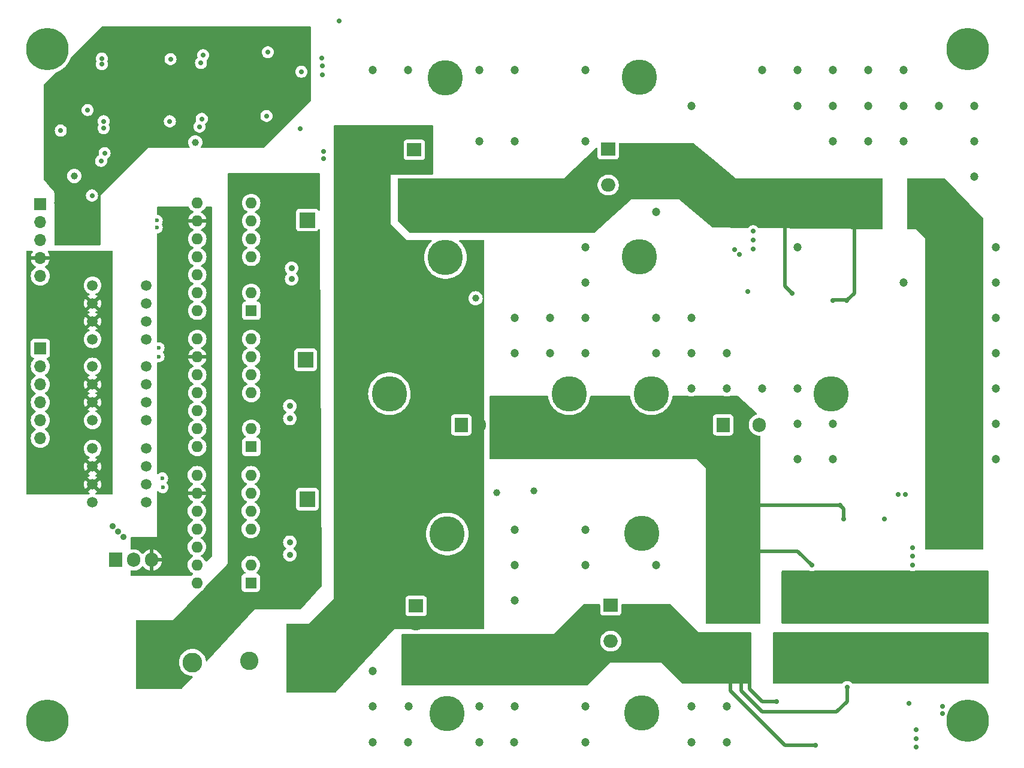
<source format=gbr>
%TF.GenerationSoftware,KiCad,Pcbnew,8.0.8*%
%TF.CreationDate,2025-03-02T15:20:04-08:00*%
%TF.ProjectId,motor_driver,6d6f746f-725f-4647-9269-7665722e6b69,rev?*%
%TF.SameCoordinates,Original*%
%TF.FileFunction,Copper,L2,Inr*%
%TF.FilePolarity,Positive*%
%FSLAX46Y46*%
G04 Gerber Fmt 4.6, Leading zero omitted, Abs format (unit mm)*
G04 Created by KiCad (PCBNEW 8.0.8) date 2025-03-02 15:20:04*
%MOMM*%
%LPD*%
G01*
G04 APERTURE LIST*
G04 Aperture macros list*
%AMRoundRect*
0 Rectangle with rounded corners*
0 $1 Rounding radius*
0 $2 $3 $4 $5 $6 $7 $8 $9 X,Y pos of 4 corners*
0 Add a 4 corners polygon primitive as box body*
4,1,4,$2,$3,$4,$5,$6,$7,$8,$9,$2,$3,0*
0 Add four circle primitives for the rounded corners*
1,1,$1+$1,$2,$3*
1,1,$1+$1,$4,$5*
1,1,$1+$1,$6,$7*
1,1,$1+$1,$8,$9*
0 Add four rect primitives between the rounded corners*
20,1,$1+$1,$2,$3,$4,$5,0*
20,1,$1+$1,$4,$5,$6,$7,0*
20,1,$1+$1,$6,$7,$8,$9,0*
20,1,$1+$1,$8,$9,$2,$3,0*%
G04 Aperture macros list end*
%TA.AperFunction,ComponentPad*%
%ADD10C,5.000000*%
%TD*%
%TA.AperFunction,ComponentPad*%
%ADD11R,2.000000X1.905000*%
%TD*%
%TA.AperFunction,ComponentPad*%
%ADD12O,2.000000X1.905000*%
%TD*%
%TA.AperFunction,ComponentPad*%
%ADD13R,1.600000X1.600000*%
%TD*%
%TA.AperFunction,ComponentPad*%
%ADD14O,1.600000X1.600000*%
%TD*%
%TA.AperFunction,ComponentPad*%
%ADD15R,1.700000X1.700000*%
%TD*%
%TA.AperFunction,ComponentPad*%
%ADD16O,1.700000X1.700000*%
%TD*%
%TA.AperFunction,ComponentPad*%
%ADD17R,2.600000X2.600000*%
%TD*%
%TA.AperFunction,ComponentPad*%
%ADD18C,2.600000*%
%TD*%
%TA.AperFunction,ComponentPad*%
%ADD19R,2.200000X2.200000*%
%TD*%
%TA.AperFunction,ComponentPad*%
%ADD20O,2.200000X2.200000*%
%TD*%
%TA.AperFunction,ComponentPad*%
%ADD21C,1.500000*%
%TD*%
%TA.AperFunction,ComponentPad*%
%ADD22R,1.905000X2.000000*%
%TD*%
%TA.AperFunction,ComponentPad*%
%ADD23O,1.905000X2.000000*%
%TD*%
%TA.AperFunction,ComponentPad*%
%ADD24RoundRect,0.250001X-1.149999X-1.149999X1.149999X-1.149999X1.149999X1.149999X-1.149999X1.149999X0*%
%TD*%
%TA.AperFunction,ComponentPad*%
%ADD25C,2.800000*%
%TD*%
%TA.AperFunction,ViaPad*%
%ADD26C,6.000000*%
%TD*%
%TA.AperFunction,ViaPad*%
%ADD27C,1.200000*%
%TD*%
%TA.AperFunction,ViaPad*%
%ADD28C,0.900000*%
%TD*%
%TA.AperFunction,ViaPad*%
%ADD29C,0.600000*%
%TD*%
%TA.AperFunction,ViaPad*%
%ADD30C,1.000000*%
%TD*%
%TA.AperFunction,ViaPad*%
%ADD31C,0.700000*%
%TD*%
%TA.AperFunction,Conductor*%
%ADD32C,0.500000*%
%TD*%
G04 APERTURE END LIST*
D10*
%TO.N,*%
%TO.C,Q5*%
X135500000Y-115582500D03*
X135500000Y-140982500D03*
D11*
%TO.N,Net-(Q5-G)*%
X131100000Y-125742500D03*
D12*
%TO.N,+100V*%
X131100000Y-128282500D03*
%TO.N,Net-(Q5-S)*%
X131100000Y-130822500D03*
%TD*%
D13*
%TO.N,Net-(U18-LO)*%
%TO.C,U18*%
X107750000Y-122500000D03*
D14*
%TO.N,GND*%
X107750000Y-119960000D03*
%TO.N,+15V*%
X107750000Y-117420000D03*
%TO.N,unconnected-(U18-NC-Pad4)*%
X107750000Y-114880000D03*
%TO.N,Net-(Q5-S)*%
X107750000Y-112340000D03*
%TO.N,Net-(D3-K)*%
X107750000Y-109800000D03*
%TO.N,Net-(U18-HO)*%
X107750000Y-107260000D03*
%TO.N,unconnected-(U18-NC-Pad8)*%
X100130000Y-107260000D03*
%TO.N,+5V*%
X100130000Y-109800000D03*
%TO.N,Net-(U18-HIN)*%
X100130000Y-112340000D03*
%TO.N,GND*%
X100130000Y-114880000D03*
%TO.N,Net-(U18-LIN)*%
X100130000Y-117420000D03*
%TO.N,GND*%
X100130000Y-119960000D03*
%TO.N,unconnected-(U18-NC-Pad14)*%
X100130000Y-122500000D03*
%TD*%
D15*
%TO.N,/HI_A*%
%TO.C,J4*%
X78000000Y-89340000D03*
D16*
%TO.N,/LO_A*%
X78000000Y-91880000D03*
%TO.N,/HI_B*%
X78000000Y-94420000D03*
%TO.N,/LO_B*%
X78000000Y-96960000D03*
%TO.N,/HI_C*%
X78000000Y-99500000D03*
%TO.N,/LO_C*%
X78000000Y-102040000D03*
%TD*%
D17*
%TO.N,+100V*%
%TO.C,J1*%
X117500000Y-133500000D03*
D18*
%TO.N,GND*%
X107500000Y-133500000D03*
%TD*%
D19*
%TO.N,Net-(D1-K)*%
%TO.C,D1*%
X115750000Y-71170000D03*
D20*
%TO.N,+15V*%
X115750000Y-81330000D03*
%TD*%
D21*
%TO.N,Net-(R42-Pad2)*%
%TO.C,U15*%
X85380000Y-103500000D03*
%TO.N,MCU_GND*%
X85380000Y-106040000D03*
X85380000Y-108580000D03*
%TO.N,Net-(R45-Pad2)*%
X85380000Y-111120000D03*
%TO.N,GND*%
X93000000Y-111120000D03*
%TO.N,Net-(U18-LIN)*%
X93000000Y-108580000D03*
%TO.N,Net-(U18-HIN)*%
X93000000Y-106040000D03*
%TO.N,GND*%
X93000000Y-103500000D03*
%TD*%
D22*
%TO.N,+15V*%
%TO.C,U1*%
X88670000Y-119250000D03*
D23*
%TO.N,GND*%
X91210000Y-119250000D03*
%TO.N,+5V*%
X93750000Y-119250000D03*
%TD*%
D10*
%TO.N,*%
%TO.C,Q4*%
X164332500Y-95750000D03*
X189732500Y-95750000D03*
D22*
%TO.N,Net-(Q4-G)*%
X174492500Y-100150000D03*
D23*
%TO.N,Net-(Q3-S)*%
X177032500Y-100150000D03*
%TO.N,GND*%
X179572500Y-100150000D03*
%TD*%
D19*
%TO.N,Net-(D2-K)*%
%TO.C,D2*%
X115500000Y-90920000D03*
D20*
%TO.N,+15V*%
X115500000Y-101080000D03*
%TD*%
D13*
%TO.N,Net-(U5-LO)*%
%TO.C,U5*%
X107800000Y-84000000D03*
D14*
%TO.N,GND*%
X107800000Y-81460000D03*
%TO.N,+15V*%
X107800000Y-78920000D03*
%TO.N,unconnected-(U5-NC-Pad4)*%
X107800000Y-76380000D03*
%TO.N,Net-(Q1-S)*%
X107800000Y-73840000D03*
%TO.N,Net-(D1-K)*%
X107800000Y-71300000D03*
%TO.N,Net-(U5-HO)*%
X107800000Y-68760000D03*
%TO.N,unconnected-(U5-NC-Pad8)*%
X100180000Y-68760000D03*
%TO.N,+5V*%
X100180000Y-71300000D03*
%TO.N,Net-(U5-HIN)*%
X100180000Y-73840000D03*
%TO.N,GND*%
X100180000Y-76380000D03*
%TO.N,Net-(U5-LIN)*%
X100180000Y-78920000D03*
%TO.N,GND*%
X100180000Y-81460000D03*
%TO.N,unconnected-(U5-NC-Pad14)*%
X100180000Y-84000000D03*
%TD*%
D10*
%TO.N,*%
%TO.C,Q2*%
X162650000Y-50992500D03*
X162650000Y-76392500D03*
D11*
%TO.N,Net-(Q2-G)*%
X158250000Y-61152500D03*
D12*
%TO.N,Net-(Q1-S)*%
X158250000Y-63692500D03*
%TO.N,GND*%
X158250000Y-66232500D03*
%TD*%
D10*
%TO.N,*%
%TO.C,Q6*%
X163000000Y-115500000D03*
X163000000Y-140900000D03*
D11*
%TO.N,Net-(Q6-G)*%
X158600000Y-125660000D03*
D12*
%TO.N,Net-(Q5-S)*%
X158600000Y-128200000D03*
%TO.N,GND*%
X158600000Y-130740000D03*
%TD*%
D19*
%TO.N,Net-(D3-K)*%
%TO.C,D3*%
X115750000Y-110670000D03*
D20*
%TO.N,+15V*%
X115750000Y-120830000D03*
%TD*%
D13*
%TO.N,Net-(U11-LO)*%
%TO.C,U11*%
X107800000Y-103250000D03*
D14*
%TO.N,GND*%
X107800000Y-100710000D03*
%TO.N,+15V*%
X107800000Y-98170000D03*
%TO.N,unconnected-(U11-NC-Pad4)*%
X107800000Y-95630000D03*
%TO.N,Net-(Q3-S)*%
X107800000Y-93090000D03*
%TO.N,Net-(D2-K)*%
X107800000Y-90550000D03*
%TO.N,Net-(U11-HO)*%
X107800000Y-88010000D03*
%TO.N,unconnected-(U11-NC-Pad8)*%
X100180000Y-88010000D03*
%TO.N,+5V*%
X100180000Y-90550000D03*
%TO.N,Net-(U11-HIN)*%
X100180000Y-93090000D03*
%TO.N,GND*%
X100180000Y-95630000D03*
%TO.N,Net-(U11-LIN)*%
X100180000Y-98170000D03*
%TO.N,GND*%
X100180000Y-100710000D03*
%TO.N,unconnected-(U11-NC-Pad14)*%
X100180000Y-103250000D03*
%TD*%
D10*
%TO.N,*%
%TO.C,Q1*%
X135250000Y-51082500D03*
X135250000Y-76482500D03*
D11*
%TO.N,Net-(Q1-G)*%
X130850000Y-61242500D03*
D12*
%TO.N,+100V*%
X130850000Y-63782500D03*
%TO.N,Net-(Q1-S)*%
X130850000Y-66322500D03*
%TD*%
D24*
%TO.N,+15V*%
%TO.C,J2*%
X94500000Y-133750000D03*
D25*
%TO.N,GND*%
X99500000Y-133750000D03*
%TD*%
D21*
%TO.N,Net-(R10-Pad2)*%
%TO.C,U4*%
X85380000Y-80420000D03*
%TO.N,MCU_GND*%
X85380000Y-82960000D03*
X85380000Y-85500000D03*
%TO.N,Net-(R13-Pad2)*%
X85380000Y-88040000D03*
%TO.N,GND*%
X93000000Y-88040000D03*
%TO.N,Net-(U5-LIN)*%
X93000000Y-85500000D03*
%TO.N,Net-(U5-HIN)*%
X93000000Y-82960000D03*
%TO.N,GND*%
X93000000Y-80420000D03*
%TD*%
D10*
%TO.N,*%
%TO.C,Q3*%
X127332500Y-95750000D03*
X152732500Y-95750000D03*
D22*
%TO.N,Net-(Q3-G)*%
X137492500Y-100150000D03*
D23*
%TO.N,+100V*%
X140032500Y-100150000D03*
%TO.N,Net-(Q3-S)*%
X142572500Y-100150000D03*
%TD*%
D21*
%TO.N,Net-(R26-Pad2)*%
%TO.C,U9*%
X85380000Y-91880000D03*
%TO.N,MCU_GND*%
X85380000Y-94420000D03*
X85380000Y-96960000D03*
%TO.N,Net-(R29-Pad2)*%
X85380000Y-99500000D03*
%TO.N,GND*%
X93000000Y-99500000D03*
%TO.N,Net-(U11-LIN)*%
X93000000Y-96960000D03*
%TO.N,Net-(U11-HIN)*%
X93000000Y-94420000D03*
%TO.N,GND*%
X93000000Y-91880000D03*
%TD*%
D15*
%TO.N,/I_A*%
%TO.C,J5*%
X78000000Y-68920000D03*
D16*
%TO.N,/I_B*%
X78000000Y-71460000D03*
%TO.N,/I_C*%
X78000000Y-74000000D03*
%TO.N,MCU_GND*%
X78000000Y-76540000D03*
%TO.N,+3.3V*%
X78000000Y-79080000D03*
%TD*%
D17*
%TO.N,/PHASE_A*%
%TO.C,J3*%
X208000000Y-113750000D03*
D18*
%TO.N,/PHASE_B*%
X208000000Y-123750000D03*
%TO.N,/PHASE_C*%
X208000000Y-133750000D03*
%TD*%
D26*
%TO.N,*%
X79000000Y-142000000D03*
X209000000Y-142000000D03*
X209000000Y-47000000D03*
X79000000Y-47000000D03*
D27*
%TO.N,GND*%
X130000000Y-50000000D03*
X125000000Y-140000000D03*
X140000000Y-145000000D03*
X140000000Y-140000000D03*
X180000000Y-95000000D03*
X155000000Y-90000000D03*
X165000000Y-70000000D03*
X125000000Y-50000000D03*
X185000000Y-55000000D03*
X190000000Y-50000000D03*
X190000000Y-55000000D03*
X125000000Y-145000000D03*
X185000000Y-100000000D03*
X165000000Y-90000000D03*
X213000000Y-80000000D03*
X145000000Y-125000000D03*
X155000000Y-140000000D03*
X200000000Y-55000000D03*
X180000000Y-50000000D03*
X210000000Y-60000000D03*
X155000000Y-85000000D03*
X170000000Y-55000000D03*
X213000000Y-105000000D03*
X145000000Y-85000000D03*
D28*
X113500000Y-79500000D03*
D27*
X130055773Y-139944226D03*
D28*
X89000000Y-115250000D03*
D27*
X175000000Y-145000000D03*
X200000000Y-50000000D03*
X150000000Y-90000000D03*
X144947392Y-145000000D03*
X213000000Y-100000000D03*
X205000000Y-55000000D03*
X175000000Y-140000000D03*
X185000000Y-95000000D03*
X170000000Y-90000000D03*
X145000000Y-50000000D03*
X140000000Y-50000000D03*
X170000000Y-140000000D03*
X195000000Y-50000000D03*
X210000000Y-55000000D03*
X170000000Y-145000000D03*
X213000000Y-85000000D03*
X155000000Y-145000000D03*
X190000000Y-105000000D03*
X170000000Y-85000000D03*
X165000000Y-120000000D03*
X195000000Y-60000000D03*
D29*
X94500000Y-72250000D03*
D27*
X190000000Y-60000000D03*
X190000000Y-100000000D03*
D28*
X88250000Y-114500000D03*
D27*
X125000000Y-135000000D03*
X145000000Y-60000000D03*
D28*
X113250000Y-116750000D03*
X113250000Y-99250000D03*
X113250000Y-97500000D03*
D27*
X175000000Y-95000000D03*
D29*
X94750000Y-89250000D03*
D27*
X155000000Y-50000000D03*
D29*
X95250000Y-107675000D03*
X94500000Y-71250000D03*
D27*
X200000000Y-80000000D03*
D28*
X89750000Y-116000000D03*
D27*
X145000000Y-115000000D03*
X155000000Y-80000000D03*
D29*
X95300000Y-109000000D03*
D27*
X144996834Y-89983519D03*
X140000000Y-60000000D03*
X213000000Y-95000000D03*
X210000000Y-65000000D03*
X130000000Y-145000000D03*
X155000000Y-60000000D03*
X213000000Y-75000000D03*
X213000000Y-90000000D03*
X185000000Y-50000000D03*
X155000000Y-115000000D03*
X185000000Y-105000000D03*
X165000000Y-85000000D03*
D28*
X113250000Y-118500000D03*
D27*
X185000000Y-75000000D03*
X195000000Y-55000000D03*
D28*
X113500000Y-78000000D03*
D27*
X155000000Y-120000000D03*
X145000000Y-140000000D03*
X145000000Y-120000000D03*
X170000000Y-95000000D03*
X200000000Y-60000000D03*
X175000000Y-90000000D03*
X150000000Y-85000000D03*
X155000000Y-75000000D03*
D29*
X94750000Y-90500000D03*
%TO.N,+5V*%
X95500000Y-86000000D03*
X97000000Y-115000000D03*
X95500000Y-75500000D03*
X95500000Y-101500000D03*
X95500000Y-100250000D03*
X96970729Y-92834129D03*
D30*
%TO.N,Net-(D1-K)*%
X139500000Y-82250000D03*
D31*
%TO.N,MCU_GND*%
X86700000Y-49150000D03*
X201742088Y-145745089D03*
X109950000Y-56450000D03*
X87087500Y-61712500D03*
X84687500Y-55612500D03*
X110150000Y-47450000D03*
X176125000Y-75375000D03*
X86700000Y-77500000D03*
X205500000Y-140000000D03*
X200250000Y-110000000D03*
X85300000Y-67700000D03*
X114900000Y-50200000D03*
X96400000Y-48400000D03*
X101012500Y-47862500D03*
X86950000Y-58200000D03*
X86950000Y-57200000D03*
X87700000Y-77500000D03*
X201250000Y-120000000D03*
X114700000Y-58300000D03*
X100700000Y-48962500D03*
X80887500Y-58512500D03*
X100812500Y-56862500D03*
X96300000Y-57200000D03*
X178750000Y-72750000D03*
X100500000Y-57962500D03*
X86700000Y-48350000D03*
X86587500Y-62812500D03*
X205500000Y-140950000D03*
X176800000Y-76050000D03*
X199250000Y-110000000D03*
%TO.N,+3.3V*%
X83587500Y-59412500D03*
X114900000Y-47950000D03*
X105900000Y-49950000D03*
X90700000Y-60450000D03*
X113600000Y-55500000D03*
X105700000Y-58950000D03*
X79387500Y-55512500D03*
D27*
X80500000Y-67250000D03*
D31*
X84750000Y-74250000D03*
X197250000Y-113500000D03*
X178000000Y-81250000D03*
D27*
X80500000Y-68750000D03*
X80500000Y-65750000D03*
D31*
X200750000Y-139500000D03*
X90900000Y-51450000D03*
D27*
%TO.N,Net-(Q1-S)*%
X192700000Y-69800000D03*
X194200000Y-68300000D03*
X194200000Y-69800000D03*
X192700000Y-71300000D03*
X194200000Y-71300000D03*
X192700000Y-68300000D03*
D31*
X190250000Y-71750000D03*
X189950000Y-82550000D03*
D27*
X194200000Y-66800000D03*
X192700000Y-66800000D03*
D31*
X184200000Y-81550000D03*
X191950000Y-82550000D03*
D30*
%TO.N,Net-(D3-K)*%
X142500000Y-109750000D03*
D27*
%TO.N,Net-(Q3-S)*%
X175000000Y-124750000D03*
X176500000Y-124750000D03*
X176500000Y-121750000D03*
X175000000Y-123250000D03*
X175000000Y-126250000D03*
D31*
X191500000Y-113500000D03*
D27*
X176500000Y-126250000D03*
D31*
X177500000Y-117250000D03*
D27*
X176500000Y-123250000D03*
D31*
X187000000Y-120000000D03*
X191000000Y-111500000D03*
D27*
X175000000Y-121750000D03*
%TO.N,Net-(Q5-S)*%
X174000000Y-132750000D03*
X174000000Y-135750000D03*
D31*
X187500000Y-145500000D03*
D27*
X175500000Y-131250000D03*
X175500000Y-132750000D03*
D31*
X192000000Y-137250000D03*
D27*
X175500000Y-134250000D03*
X174000000Y-134250000D03*
X174000000Y-131250000D03*
X175500000Y-135750000D03*
D31*
X182000000Y-139250000D03*
D30*
%TO.N,Net-(D2-K)*%
X147750000Y-109500000D03*
D27*
%TO.N,/PHASE_C*%
X184500000Y-131250000D03*
X184500000Y-132750000D03*
X184500000Y-135750000D03*
X186000000Y-131250000D03*
X186000000Y-135750000D03*
X186000000Y-134250000D03*
X186000000Y-132750000D03*
X184500000Y-134250000D03*
%TO.N,/PHASE_A*%
X203450000Y-66800000D03*
X203450000Y-69800000D03*
X204950000Y-69800000D03*
X203450000Y-68300000D03*
X204950000Y-71300000D03*
X204950000Y-66800000D03*
X203450000Y-71300000D03*
X204950000Y-68300000D03*
%TO.N,/PHASE_B*%
X185750000Y-126250000D03*
X185750000Y-123250000D03*
X187250000Y-126250000D03*
X187250000Y-124750000D03*
X185750000Y-121750000D03*
X185750000Y-124750000D03*
X187250000Y-121750000D03*
X187250000Y-123250000D03*
D31*
%TO.N,Net-(U7-OUTP)*%
X117800000Y-48300000D03*
X201250000Y-117500000D03*
%TO.N,Net-(U7-OUTN)*%
X201250000Y-118750000D03*
X120250000Y-43000000D03*
%TO.N,Net-(U13-OUTP)*%
X118000000Y-61500000D03*
X201750000Y-143250000D03*
%TO.N,Net-(U13-OUTN)*%
X201750000Y-144500000D03*
D30*
X82800000Y-64950000D03*
D31*
X118000000Y-62500000D03*
%TO.N,Net-(U2-OUTP)*%
X117850000Y-49350000D03*
D30*
X99900000Y-60200000D03*
D31*
X178750000Y-75250000D03*
%TO.N,Net-(U2-OUTN)*%
X117887500Y-50662500D03*
X178748113Y-74013011D03*
%TD*%
D32*
%TO.N,Net-(Q1-S)*%
X192000000Y-82500000D02*
X193000000Y-81500000D01*
X192000000Y-82500000D02*
X190000000Y-82500000D01*
X184250000Y-81500000D02*
X183250000Y-80500000D01*
X183250000Y-80500000D02*
X183250000Y-80250000D01*
X183250000Y-80250000D02*
X183250000Y-72000000D01*
X193000000Y-81500000D02*
X193000000Y-72250000D01*
%TO.N,Net-(Q3-S)*%
X191000000Y-111500000D02*
X179500000Y-111500000D01*
X185000000Y-118000000D02*
X179500000Y-118000000D01*
X187000000Y-120000000D02*
X185000000Y-118000000D01*
X191500000Y-112000000D02*
X191000000Y-111500000D01*
X191500000Y-113500000D02*
X191500000Y-112000000D01*
%TO.N,Net-(Q5-S)*%
X178250000Y-137500000D02*
X178250000Y-136500000D01*
X192000000Y-139250000D02*
X190500000Y-140750000D01*
X187500000Y-145500000D02*
X183250000Y-145500000D01*
X177000000Y-137750000D02*
X177000000Y-136500000D01*
X177250000Y-138000000D02*
X177000000Y-137750000D01*
X182000000Y-139250000D02*
X180000000Y-139250000D01*
X192000000Y-138250000D02*
X192000000Y-139250000D01*
X180000000Y-139250000D02*
X178250000Y-137500000D01*
X190500000Y-140750000D02*
X180000000Y-140750000D01*
X183250000Y-145500000D02*
X175500000Y-137750000D01*
X175500000Y-137750000D02*
X175500000Y-136750000D01*
X192000000Y-137250000D02*
X192000000Y-138250000D01*
X180000000Y-140750000D02*
X177250000Y-138000000D01*
%TD*%
%TA.AperFunction,Conductor*%
%TO.N,MCU_GND*%
G36*
X76909007Y-75519685D02*
G01*
X76954762Y-75572489D01*
X76964706Y-75641647D01*
X76943543Y-75695123D01*
X76826400Y-75862420D01*
X76826399Y-75862422D01*
X76726570Y-76076507D01*
X76726567Y-76076513D01*
X76669364Y-76289999D01*
X76669364Y-76290000D01*
X77566988Y-76290000D01*
X77534075Y-76347007D01*
X77500000Y-76474174D01*
X77500000Y-76605826D01*
X77534075Y-76732993D01*
X77566988Y-76790000D01*
X76669364Y-76790000D01*
X76726567Y-77003486D01*
X76726570Y-77003492D01*
X76826399Y-77217578D01*
X76961894Y-77411082D01*
X77128917Y-77578105D01*
X77314595Y-77708119D01*
X77358219Y-77762696D01*
X77365412Y-77832195D01*
X77333890Y-77894549D01*
X77314595Y-77911269D01*
X77128594Y-78041508D01*
X76961505Y-78208597D01*
X76825965Y-78402169D01*
X76825964Y-78402171D01*
X76726098Y-78616335D01*
X76726094Y-78616344D01*
X76664938Y-78844586D01*
X76664936Y-78844596D01*
X76644341Y-79079999D01*
X76644341Y-79080000D01*
X76664936Y-79315403D01*
X76664938Y-79315413D01*
X76726094Y-79543655D01*
X76726096Y-79543659D01*
X76726097Y-79543663D01*
X76825965Y-79757830D01*
X76825967Y-79757834D01*
X76934281Y-79912521D01*
X76961505Y-79951401D01*
X77128599Y-80118495D01*
X77225384Y-80186265D01*
X77322165Y-80254032D01*
X77322167Y-80254033D01*
X77322170Y-80254035D01*
X77536337Y-80353903D01*
X77764592Y-80415063D01*
X77952918Y-80431539D01*
X77999999Y-80435659D01*
X78000000Y-80435659D01*
X78000001Y-80435659D01*
X78039234Y-80432226D01*
X78179012Y-80419997D01*
X84124723Y-80419997D01*
X84124723Y-80420002D01*
X84143793Y-80637975D01*
X84143793Y-80637979D01*
X84200422Y-80849322D01*
X84200424Y-80849326D01*
X84200425Y-80849330D01*
X84246661Y-80948484D01*
X84292897Y-81047638D01*
X84292898Y-81047639D01*
X84418402Y-81226877D01*
X84573123Y-81381598D01*
X84752360Y-81507101D01*
X84752361Y-81507102D01*
X84904175Y-81577894D01*
X84956614Y-81624066D01*
X84975766Y-81691260D01*
X84955550Y-81758141D01*
X84904175Y-81802658D01*
X84752614Y-81873332D01*
X84752612Y-81873333D01*
X84690428Y-81916875D01*
X84690427Y-81916875D01*
X85380000Y-82606446D01*
X85380001Y-82606446D01*
X86069571Y-81916874D01*
X86007387Y-81873333D01*
X85855824Y-81802658D01*
X85803385Y-81756486D01*
X85784233Y-81689292D01*
X85804449Y-81622411D01*
X85855822Y-81577895D01*
X86007639Y-81507102D01*
X86186877Y-81381598D01*
X86341598Y-81226877D01*
X86467102Y-81047639D01*
X86559575Y-80849330D01*
X86616207Y-80637977D01*
X86635277Y-80420000D01*
X86616207Y-80202023D01*
X86559575Y-79990670D01*
X86467102Y-79792362D01*
X86467100Y-79792359D01*
X86467099Y-79792357D01*
X86341599Y-79613124D01*
X86272130Y-79543655D01*
X86186877Y-79458402D01*
X86007639Y-79332898D01*
X86007640Y-79332898D01*
X86007638Y-79332897D01*
X85908484Y-79286661D01*
X85809330Y-79240425D01*
X85809326Y-79240424D01*
X85809322Y-79240422D01*
X85597977Y-79183793D01*
X85380002Y-79164723D01*
X85379998Y-79164723D01*
X85234682Y-79177436D01*
X85162023Y-79183793D01*
X85162020Y-79183793D01*
X84950677Y-79240422D01*
X84950668Y-79240426D01*
X84752361Y-79332898D01*
X84752357Y-79332900D01*
X84573121Y-79458402D01*
X84418402Y-79613121D01*
X84292900Y-79792357D01*
X84292898Y-79792361D01*
X84200426Y-79990668D01*
X84200422Y-79990677D01*
X84143793Y-80202020D01*
X84143793Y-80202024D01*
X84124723Y-80419997D01*
X78179012Y-80419997D01*
X78235408Y-80415063D01*
X78463663Y-80353903D01*
X78677830Y-80254035D01*
X78871401Y-80118495D01*
X79038495Y-79951401D01*
X79174035Y-79757830D01*
X79273903Y-79543663D01*
X79335063Y-79315408D01*
X79355659Y-79080000D01*
X79335063Y-78844592D01*
X79273903Y-78616337D01*
X79174035Y-78402171D01*
X79038495Y-78208599D01*
X79038494Y-78208597D01*
X78871402Y-78041506D01*
X78871401Y-78041505D01*
X78685405Y-77911269D01*
X78641781Y-77856692D01*
X78634588Y-77787193D01*
X78666110Y-77724839D01*
X78685405Y-77708119D01*
X78871082Y-77578105D01*
X79038105Y-77411082D01*
X79173600Y-77217578D01*
X79273429Y-77003492D01*
X79273432Y-77003486D01*
X79330636Y-76790000D01*
X78433012Y-76790000D01*
X78465925Y-76732993D01*
X78500000Y-76605826D01*
X78500000Y-76474174D01*
X78465925Y-76347007D01*
X78433012Y-76290000D01*
X79330636Y-76290000D01*
X79330635Y-76289999D01*
X79273432Y-76076513D01*
X79273429Y-76076507D01*
X79173600Y-75862422D01*
X79173599Y-75862420D01*
X79056457Y-75695123D01*
X79034130Y-75628917D01*
X79051140Y-75561150D01*
X79102088Y-75513337D01*
X79158032Y-75500000D01*
X88126000Y-75500000D01*
X88193039Y-75519685D01*
X88238794Y-75572489D01*
X88250000Y-75624000D01*
X88250000Y-109876000D01*
X88230315Y-109943039D01*
X88177511Y-109988794D01*
X88126000Y-110000000D01*
X85964579Y-110000000D01*
X85912175Y-109988382D01*
X85855823Y-109962105D01*
X85803384Y-109915932D01*
X85784233Y-109848738D01*
X85804449Y-109781857D01*
X85855825Y-109737340D01*
X86007388Y-109666666D01*
X86069571Y-109623124D01*
X85380001Y-108933553D01*
X85380000Y-108933553D01*
X84690427Y-109623124D01*
X84752613Y-109666667D01*
X84752615Y-109666668D01*
X84904174Y-109737341D01*
X84956614Y-109783513D01*
X84975766Y-109850706D01*
X84955551Y-109917588D01*
X84904177Y-109962104D01*
X84847829Y-109988381D01*
X84795422Y-110000000D01*
X76124000Y-110000000D01*
X76056961Y-109980315D01*
X76011206Y-109927511D01*
X76000000Y-109876000D01*
X76000000Y-108579999D01*
X84125225Y-108579999D01*
X84125225Y-108580000D01*
X84144287Y-108797884D01*
X84144289Y-108797894D01*
X84200894Y-109009150D01*
X84200898Y-109009159D01*
X84293333Y-109207387D01*
X84336874Y-109269571D01*
X85026446Y-108580000D01*
X85026446Y-108579999D01*
X84980369Y-108533922D01*
X85030000Y-108533922D01*
X85030000Y-108626078D01*
X85053852Y-108715095D01*
X85099930Y-108794905D01*
X85165095Y-108860070D01*
X85244905Y-108906148D01*
X85333922Y-108930000D01*
X85426078Y-108930000D01*
X85515095Y-108906148D01*
X85594905Y-108860070D01*
X85660070Y-108794905D01*
X85706148Y-108715095D01*
X85730000Y-108626078D01*
X85730000Y-108579999D01*
X85733553Y-108579999D01*
X85733553Y-108580000D01*
X86423124Y-109269570D01*
X86466668Y-109207385D01*
X86466669Y-109207383D01*
X86559100Y-109009164D01*
X86559105Y-109009150D01*
X86615710Y-108797894D01*
X86615712Y-108797884D01*
X86634775Y-108580000D01*
X86634775Y-108579999D01*
X86615712Y-108362115D01*
X86615710Y-108362105D01*
X86559105Y-108150849D01*
X86559101Y-108150840D01*
X86466668Y-107952615D01*
X86423123Y-107890428D01*
X85733553Y-108579999D01*
X85730000Y-108579999D01*
X85730000Y-108533922D01*
X85706148Y-108444905D01*
X85660070Y-108365095D01*
X85594905Y-108299930D01*
X85515095Y-108253852D01*
X85426078Y-108230000D01*
X85333922Y-108230000D01*
X85244905Y-108253852D01*
X85165095Y-108299930D01*
X85099930Y-108365095D01*
X85053852Y-108444905D01*
X85030000Y-108533922D01*
X84980369Y-108533922D01*
X84336875Y-107890427D01*
X84336875Y-107890428D01*
X84293333Y-107952612D01*
X84293332Y-107952614D01*
X84200898Y-108150840D01*
X84200894Y-108150849D01*
X84144289Y-108362105D01*
X84144287Y-108362115D01*
X84125225Y-108579999D01*
X76000000Y-108579999D01*
X76000000Y-107083124D01*
X84690427Y-107083124D01*
X84752612Y-107126667D01*
X84904767Y-107197618D01*
X84957206Y-107243790D01*
X84976358Y-107310984D01*
X84956142Y-107377865D01*
X84904767Y-107422382D01*
X84752614Y-107493332D01*
X84752612Y-107493333D01*
X84690428Y-107536875D01*
X84690427Y-107536875D01*
X85380000Y-108226446D01*
X85380001Y-108226446D01*
X86069571Y-107536874D01*
X86007387Y-107493333D01*
X85855232Y-107422382D01*
X85802793Y-107376210D01*
X85783641Y-107309016D01*
X85803857Y-107242135D01*
X85855233Y-107197618D01*
X86007383Y-107126669D01*
X86007385Y-107126668D01*
X86069571Y-107083124D01*
X85380001Y-106393553D01*
X85380000Y-106393553D01*
X84690427Y-107083124D01*
X76000000Y-107083124D01*
X76000000Y-106039999D01*
X84125225Y-106039999D01*
X84125225Y-106040000D01*
X84144287Y-106257884D01*
X84144289Y-106257894D01*
X84200894Y-106469150D01*
X84200898Y-106469159D01*
X84293333Y-106667387D01*
X84336874Y-106729571D01*
X85026446Y-106040000D01*
X85026446Y-106039999D01*
X84980369Y-105993922D01*
X85030000Y-105993922D01*
X85030000Y-106086078D01*
X85053852Y-106175095D01*
X85099930Y-106254905D01*
X85165095Y-106320070D01*
X85244905Y-106366148D01*
X85333922Y-106390000D01*
X85426078Y-106390000D01*
X85515095Y-106366148D01*
X85594905Y-106320070D01*
X85660070Y-106254905D01*
X85706148Y-106175095D01*
X85730000Y-106086078D01*
X85730000Y-106039999D01*
X85733553Y-106039999D01*
X85733553Y-106040000D01*
X86423124Y-106729570D01*
X86466668Y-106667385D01*
X86466669Y-106667383D01*
X86559100Y-106469164D01*
X86559105Y-106469150D01*
X86615710Y-106257894D01*
X86615712Y-106257884D01*
X86634775Y-106040000D01*
X86634775Y-106039999D01*
X86615712Y-105822115D01*
X86615710Y-105822105D01*
X86559105Y-105610849D01*
X86559101Y-105610840D01*
X86466668Y-105412615D01*
X86423123Y-105350428D01*
X85733553Y-106039999D01*
X85730000Y-106039999D01*
X85730000Y-105993922D01*
X85706148Y-105904905D01*
X85660070Y-105825095D01*
X85594905Y-105759930D01*
X85515095Y-105713852D01*
X85426078Y-105690000D01*
X85333922Y-105690000D01*
X85244905Y-105713852D01*
X85165095Y-105759930D01*
X85099930Y-105825095D01*
X85053852Y-105904905D01*
X85030000Y-105993922D01*
X84980369Y-105993922D01*
X84336875Y-105350427D01*
X84336875Y-105350428D01*
X84293333Y-105412612D01*
X84293332Y-105412614D01*
X84200898Y-105610840D01*
X84200894Y-105610849D01*
X84144289Y-105822105D01*
X84144287Y-105822115D01*
X84125225Y-106039999D01*
X76000000Y-106039999D01*
X76000000Y-103499997D01*
X84124723Y-103499997D01*
X84124723Y-103500002D01*
X84143793Y-103717975D01*
X84143793Y-103717979D01*
X84200422Y-103929322D01*
X84200424Y-103929326D01*
X84200425Y-103929330D01*
X84246661Y-104028484D01*
X84292897Y-104127638D01*
X84292898Y-104127639D01*
X84418402Y-104306877D01*
X84573123Y-104461598D01*
X84752360Y-104587101D01*
X84752361Y-104587102D01*
X84904175Y-104657894D01*
X84956614Y-104704066D01*
X84975766Y-104771260D01*
X84955550Y-104838141D01*
X84904175Y-104882658D01*
X84752614Y-104953332D01*
X84752612Y-104953333D01*
X84690428Y-104996875D01*
X84690427Y-104996875D01*
X85380000Y-105686446D01*
X85380001Y-105686446D01*
X86069571Y-104996874D01*
X86007387Y-104953333D01*
X85855824Y-104882658D01*
X85803385Y-104836486D01*
X85784233Y-104769292D01*
X85804449Y-104702411D01*
X85855822Y-104657895D01*
X86007639Y-104587102D01*
X86186877Y-104461598D01*
X86341598Y-104306877D01*
X86467102Y-104127639D01*
X86559575Y-103929330D01*
X86616207Y-103717977D01*
X86635277Y-103500000D01*
X86616207Y-103282023D01*
X86559575Y-103070670D01*
X86467102Y-102872362D01*
X86467100Y-102872359D01*
X86467099Y-102872357D01*
X86341599Y-102693124D01*
X86341596Y-102693121D01*
X86186877Y-102538402D01*
X86007639Y-102412898D01*
X86007640Y-102412898D01*
X86007638Y-102412897D01*
X85908484Y-102366661D01*
X85809330Y-102320425D01*
X85809326Y-102320424D01*
X85809322Y-102320422D01*
X85597977Y-102263793D01*
X85380002Y-102244723D01*
X85379998Y-102244723D01*
X85234682Y-102257436D01*
X85162023Y-102263793D01*
X85162020Y-102263793D01*
X84950677Y-102320422D01*
X84950668Y-102320426D01*
X84752361Y-102412898D01*
X84752357Y-102412900D01*
X84573121Y-102538402D01*
X84418402Y-102693121D01*
X84292900Y-102872357D01*
X84292898Y-102872361D01*
X84200426Y-103070668D01*
X84200422Y-103070677D01*
X84143793Y-103282020D01*
X84143793Y-103282024D01*
X84124723Y-103499997D01*
X76000000Y-103499997D01*
X76000000Y-91879999D01*
X76644341Y-91879999D01*
X76644341Y-91880000D01*
X76664936Y-92115403D01*
X76664938Y-92115413D01*
X76726094Y-92343655D01*
X76726096Y-92343659D01*
X76726097Y-92343663D01*
X76825965Y-92557830D01*
X76825967Y-92557834D01*
X76961501Y-92751395D01*
X76961506Y-92751402D01*
X77128597Y-92918493D01*
X77128603Y-92918498D01*
X77314158Y-93048425D01*
X77357783Y-93103002D01*
X77364977Y-93172500D01*
X77333454Y-93234855D01*
X77314158Y-93251575D01*
X77128597Y-93381505D01*
X76961505Y-93548597D01*
X76825965Y-93742169D01*
X76825964Y-93742171D01*
X76726098Y-93956335D01*
X76726094Y-93956344D01*
X76664938Y-94184586D01*
X76664936Y-94184596D01*
X76644341Y-94419999D01*
X76644341Y-94420000D01*
X76664936Y-94655403D01*
X76664938Y-94655413D01*
X76726094Y-94883655D01*
X76726096Y-94883659D01*
X76726097Y-94883663D01*
X76802441Y-95047383D01*
X76825965Y-95097830D01*
X76825967Y-95097834D01*
X76961501Y-95291395D01*
X76961506Y-95291402D01*
X77128597Y-95458493D01*
X77128603Y-95458498D01*
X77314158Y-95588425D01*
X77357783Y-95643002D01*
X77364977Y-95712500D01*
X77333454Y-95774855D01*
X77314158Y-95791575D01*
X77128597Y-95921505D01*
X76961505Y-96088597D01*
X76825965Y-96282169D01*
X76825964Y-96282171D01*
X76726098Y-96496335D01*
X76726094Y-96496344D01*
X76664938Y-96724586D01*
X76664936Y-96724596D01*
X76644341Y-96959999D01*
X76644341Y-96960000D01*
X76664936Y-97195403D01*
X76664938Y-97195413D01*
X76726094Y-97423655D01*
X76726096Y-97423659D01*
X76726097Y-97423663D01*
X76802441Y-97587383D01*
X76825965Y-97637830D01*
X76825967Y-97637834D01*
X76961501Y-97831395D01*
X76961506Y-97831402D01*
X77128597Y-97998493D01*
X77128603Y-97998498D01*
X77314158Y-98128425D01*
X77357783Y-98183002D01*
X77364977Y-98252500D01*
X77333454Y-98314855D01*
X77314158Y-98331575D01*
X77128597Y-98461505D01*
X76961505Y-98628597D01*
X76825965Y-98822169D01*
X76825964Y-98822171D01*
X76726098Y-99036335D01*
X76726094Y-99036344D01*
X76664938Y-99264586D01*
X76664936Y-99264596D01*
X76644341Y-99499999D01*
X76644341Y-99500000D01*
X76664936Y-99735403D01*
X76664938Y-99735413D01*
X76726094Y-99963655D01*
X76726096Y-99963659D01*
X76726097Y-99963663D01*
X76825965Y-100177830D01*
X76825967Y-100177834D01*
X76961501Y-100371395D01*
X76961506Y-100371402D01*
X77128597Y-100538493D01*
X77128603Y-100538498D01*
X77314158Y-100668425D01*
X77357783Y-100723002D01*
X77364977Y-100792500D01*
X77333454Y-100854855D01*
X77314158Y-100871575D01*
X77128597Y-101001505D01*
X76961505Y-101168597D01*
X76825965Y-101362169D01*
X76825964Y-101362171D01*
X76726098Y-101576335D01*
X76726094Y-101576344D01*
X76664938Y-101804586D01*
X76664936Y-101804596D01*
X76644341Y-102039999D01*
X76644341Y-102040000D01*
X76664936Y-102275403D01*
X76664938Y-102275413D01*
X76726094Y-102503655D01*
X76726096Y-102503659D01*
X76726097Y-102503663D01*
X76742297Y-102538403D01*
X76825965Y-102717830D01*
X76825967Y-102717834D01*
X76934166Y-102872357D01*
X76961505Y-102911401D01*
X77128599Y-103078495D01*
X77225384Y-103146265D01*
X77322165Y-103214032D01*
X77322167Y-103214033D01*
X77322170Y-103214035D01*
X77536337Y-103313903D01*
X77764592Y-103375063D01*
X77952918Y-103391539D01*
X77999999Y-103395659D01*
X78000000Y-103395659D01*
X78000001Y-103395659D01*
X78039234Y-103392226D01*
X78235408Y-103375063D01*
X78463663Y-103313903D01*
X78677830Y-103214035D01*
X78871401Y-103078495D01*
X79038495Y-102911401D01*
X79174035Y-102717830D01*
X79273903Y-102503663D01*
X79335063Y-102275408D01*
X79355659Y-102040000D01*
X79335063Y-101804592D01*
X79273903Y-101576337D01*
X79174035Y-101362171D01*
X79038495Y-101168599D01*
X79038494Y-101168597D01*
X78871402Y-101001506D01*
X78871396Y-101001501D01*
X78685842Y-100871575D01*
X78642217Y-100816998D01*
X78635023Y-100747500D01*
X78666546Y-100685145D01*
X78685842Y-100668425D01*
X78801983Y-100587102D01*
X78871401Y-100538495D01*
X79038495Y-100371401D01*
X79174035Y-100177830D01*
X79273903Y-99963663D01*
X79335063Y-99735408D01*
X79355659Y-99500000D01*
X79355659Y-99499997D01*
X84124723Y-99499997D01*
X84124723Y-99500002D01*
X84143793Y-99717975D01*
X84143793Y-99717979D01*
X84200422Y-99929322D01*
X84200424Y-99929326D01*
X84200425Y-99929330D01*
X84246661Y-100028484D01*
X84292897Y-100127638D01*
X84292898Y-100127639D01*
X84418402Y-100306877D01*
X84573123Y-100461598D01*
X84752361Y-100587102D01*
X84950670Y-100679575D01*
X85162023Y-100736207D01*
X85344926Y-100752208D01*
X85379998Y-100755277D01*
X85380000Y-100755277D01*
X85380002Y-100755277D01*
X85408254Y-100752805D01*
X85597977Y-100736207D01*
X85809330Y-100679575D01*
X86007639Y-100587102D01*
X86186877Y-100461598D01*
X86341598Y-100306877D01*
X86467102Y-100127639D01*
X86559575Y-99929330D01*
X86616207Y-99717977D01*
X86635277Y-99500000D01*
X86616207Y-99282023D01*
X86559575Y-99070670D01*
X86467102Y-98872362D01*
X86467100Y-98872359D01*
X86467099Y-98872357D01*
X86341599Y-98693124D01*
X86277072Y-98628597D01*
X86186877Y-98538402D01*
X86007639Y-98412898D01*
X86007640Y-98412898D01*
X86007638Y-98412897D01*
X85855824Y-98342105D01*
X85803385Y-98295932D01*
X85784233Y-98228739D01*
X85804449Y-98161858D01*
X85855825Y-98117340D01*
X86007388Y-98046666D01*
X86069571Y-98003124D01*
X85380001Y-97313553D01*
X85380000Y-97313553D01*
X84690427Y-98003124D01*
X84752613Y-98046667D01*
X84752615Y-98046668D01*
X84904174Y-98117341D01*
X84956614Y-98163513D01*
X84975766Y-98230706D01*
X84955551Y-98297588D01*
X84904176Y-98342105D01*
X84752358Y-98412900D01*
X84752357Y-98412900D01*
X84573121Y-98538402D01*
X84418402Y-98693121D01*
X84292900Y-98872357D01*
X84292898Y-98872361D01*
X84200426Y-99070668D01*
X84200422Y-99070677D01*
X84143793Y-99282020D01*
X84143793Y-99282024D01*
X84124723Y-99499997D01*
X79355659Y-99499997D01*
X79335063Y-99264592D01*
X79273903Y-99036337D01*
X79174035Y-98822171D01*
X79038495Y-98628599D01*
X79038494Y-98628597D01*
X78871402Y-98461506D01*
X78871396Y-98461501D01*
X78685842Y-98331575D01*
X78642217Y-98276998D01*
X78635023Y-98207500D01*
X78666546Y-98145145D01*
X78685842Y-98128425D01*
X78708026Y-98112891D01*
X78871401Y-97998495D01*
X79038495Y-97831401D01*
X79174035Y-97637830D01*
X79273903Y-97423663D01*
X79335063Y-97195408D01*
X79355659Y-96960000D01*
X79355659Y-96959999D01*
X84125225Y-96959999D01*
X84125225Y-96960000D01*
X84144287Y-97177884D01*
X84144289Y-97177894D01*
X84200894Y-97389150D01*
X84200898Y-97389159D01*
X84293333Y-97587387D01*
X84336874Y-97649571D01*
X85026446Y-96960000D01*
X85026446Y-96959999D01*
X84980369Y-96913922D01*
X85030000Y-96913922D01*
X85030000Y-97006078D01*
X85053852Y-97095095D01*
X85099930Y-97174905D01*
X85165095Y-97240070D01*
X85244905Y-97286148D01*
X85333922Y-97310000D01*
X85426078Y-97310000D01*
X85515095Y-97286148D01*
X85594905Y-97240070D01*
X85660070Y-97174905D01*
X85706148Y-97095095D01*
X85730000Y-97006078D01*
X85730000Y-96959999D01*
X85733553Y-96959999D01*
X85733553Y-96960000D01*
X86423124Y-97649570D01*
X86466668Y-97587385D01*
X86466669Y-97587383D01*
X86559100Y-97389164D01*
X86559105Y-97389150D01*
X86615710Y-97177894D01*
X86615712Y-97177884D01*
X86634775Y-96960000D01*
X86634775Y-96959999D01*
X86615712Y-96742115D01*
X86615710Y-96742105D01*
X86559105Y-96530849D01*
X86559101Y-96530840D01*
X86466668Y-96332615D01*
X86423123Y-96270428D01*
X85733553Y-96959999D01*
X85730000Y-96959999D01*
X85730000Y-96913922D01*
X85706148Y-96824905D01*
X85660070Y-96745095D01*
X85594905Y-96679930D01*
X85515095Y-96633852D01*
X85426078Y-96610000D01*
X85333922Y-96610000D01*
X85244905Y-96633852D01*
X85165095Y-96679930D01*
X85099930Y-96745095D01*
X85053852Y-96824905D01*
X85030000Y-96913922D01*
X84980369Y-96913922D01*
X84336875Y-96270427D01*
X84336875Y-96270428D01*
X84293333Y-96332612D01*
X84293332Y-96332614D01*
X84200898Y-96530840D01*
X84200894Y-96530849D01*
X84144289Y-96742105D01*
X84144287Y-96742115D01*
X84125225Y-96959999D01*
X79355659Y-96959999D01*
X79335063Y-96724592D01*
X79273903Y-96496337D01*
X79174035Y-96282171D01*
X79165813Y-96270428D01*
X79038494Y-96088597D01*
X78871402Y-95921506D01*
X78871396Y-95921501D01*
X78685842Y-95791575D01*
X78642217Y-95736998D01*
X78635023Y-95667500D01*
X78666546Y-95605145D01*
X78685842Y-95588425D01*
X78802601Y-95506669D01*
X78864790Y-95463124D01*
X84690427Y-95463124D01*
X84752612Y-95506667D01*
X84904767Y-95577618D01*
X84957206Y-95623790D01*
X84976358Y-95690984D01*
X84956142Y-95757865D01*
X84904767Y-95802382D01*
X84752614Y-95873332D01*
X84752612Y-95873333D01*
X84690428Y-95916875D01*
X84690427Y-95916875D01*
X85380000Y-96606446D01*
X85380001Y-96606446D01*
X86069571Y-95916874D01*
X86007387Y-95873333D01*
X85855232Y-95802382D01*
X85802793Y-95756210D01*
X85783641Y-95689016D01*
X85803857Y-95622135D01*
X85855233Y-95577618D01*
X86007383Y-95506669D01*
X86007385Y-95506668D01*
X86069571Y-95463124D01*
X85380001Y-94773553D01*
X85380000Y-94773553D01*
X84690427Y-95463124D01*
X78864790Y-95463124D01*
X78871401Y-95458495D01*
X79038495Y-95291401D01*
X79174035Y-95097830D01*
X79273903Y-94883663D01*
X79335063Y-94655408D01*
X79355659Y-94420000D01*
X79355659Y-94419999D01*
X84125225Y-94419999D01*
X84125225Y-94420000D01*
X84144287Y-94637884D01*
X84144289Y-94637894D01*
X84200894Y-94849150D01*
X84200898Y-94849159D01*
X84293333Y-95047387D01*
X84336874Y-95109571D01*
X85026446Y-94420000D01*
X85026446Y-94419999D01*
X84980369Y-94373922D01*
X85030000Y-94373922D01*
X85030000Y-94466078D01*
X85053852Y-94555095D01*
X85099930Y-94634905D01*
X85165095Y-94700070D01*
X85244905Y-94746148D01*
X85333922Y-94770000D01*
X85426078Y-94770000D01*
X85515095Y-94746148D01*
X85594905Y-94700070D01*
X85660070Y-94634905D01*
X85706148Y-94555095D01*
X85730000Y-94466078D01*
X85730000Y-94419999D01*
X85733553Y-94419999D01*
X85733553Y-94420000D01*
X86423124Y-95109570D01*
X86466668Y-95047385D01*
X86466669Y-95047383D01*
X86559100Y-94849164D01*
X86559105Y-94849150D01*
X86615710Y-94637894D01*
X86615712Y-94637884D01*
X86634775Y-94420000D01*
X86634775Y-94419999D01*
X86615712Y-94202115D01*
X86615710Y-94202105D01*
X86559105Y-93990849D01*
X86559101Y-93990840D01*
X86466668Y-93792615D01*
X86423123Y-93730428D01*
X85733553Y-94419999D01*
X85730000Y-94419999D01*
X85730000Y-94373922D01*
X85706148Y-94284905D01*
X85660070Y-94205095D01*
X85594905Y-94139930D01*
X85515095Y-94093852D01*
X85426078Y-94070000D01*
X85333922Y-94070000D01*
X85244905Y-94093852D01*
X85165095Y-94139930D01*
X85099930Y-94205095D01*
X85053852Y-94284905D01*
X85030000Y-94373922D01*
X84980369Y-94373922D01*
X84336875Y-93730427D01*
X84336875Y-93730428D01*
X84293333Y-93792612D01*
X84293332Y-93792614D01*
X84200898Y-93990840D01*
X84200894Y-93990849D01*
X84144289Y-94202105D01*
X84144287Y-94202115D01*
X84125225Y-94419999D01*
X79355659Y-94419999D01*
X79335063Y-94184592D01*
X79273903Y-93956337D01*
X79174035Y-93742171D01*
X79165813Y-93730428D01*
X79038494Y-93548597D01*
X78871402Y-93381506D01*
X78871396Y-93381501D01*
X78685842Y-93251575D01*
X78642217Y-93196998D01*
X78635023Y-93127500D01*
X78666546Y-93065145D01*
X78685842Y-93048425D01*
X78801983Y-92967102D01*
X78871401Y-92918495D01*
X79038495Y-92751401D01*
X79174035Y-92557830D01*
X79273903Y-92343663D01*
X79335063Y-92115408D01*
X79355659Y-91880000D01*
X79355659Y-91879997D01*
X84124723Y-91879997D01*
X84124723Y-91880002D01*
X84143793Y-92097975D01*
X84143793Y-92097979D01*
X84200422Y-92309322D01*
X84200424Y-92309326D01*
X84200425Y-92309330D01*
X84246661Y-92408484D01*
X84292897Y-92507638D01*
X84292898Y-92507639D01*
X84418402Y-92686877D01*
X84573123Y-92841598D01*
X84752360Y-92967101D01*
X84752361Y-92967102D01*
X84904175Y-93037894D01*
X84956614Y-93084066D01*
X84975766Y-93151260D01*
X84955550Y-93218141D01*
X84904175Y-93262658D01*
X84752614Y-93333332D01*
X84752612Y-93333333D01*
X84690428Y-93376875D01*
X84690427Y-93376875D01*
X85380000Y-94066446D01*
X85380001Y-94066446D01*
X86069571Y-93376874D01*
X86007387Y-93333333D01*
X85855824Y-93262658D01*
X85803385Y-93216486D01*
X85784233Y-93149292D01*
X85804449Y-93082411D01*
X85855822Y-93037895D01*
X86007639Y-92967102D01*
X86186877Y-92841598D01*
X86341598Y-92686877D01*
X86467102Y-92507639D01*
X86559575Y-92309330D01*
X86616207Y-92097977D01*
X86635277Y-91880000D01*
X86616207Y-91662023D01*
X86559575Y-91450670D01*
X86467102Y-91252362D01*
X86467100Y-91252359D01*
X86467099Y-91252357D01*
X86341599Y-91073124D01*
X86277074Y-91008599D01*
X86186877Y-90918402D01*
X86007639Y-90792898D01*
X86007640Y-90792898D01*
X86007638Y-90792897D01*
X85861347Y-90724681D01*
X85809330Y-90700425D01*
X85809326Y-90700424D01*
X85809322Y-90700422D01*
X85597977Y-90643793D01*
X85380002Y-90624723D01*
X85379998Y-90624723D01*
X85234682Y-90637436D01*
X85162023Y-90643793D01*
X85162020Y-90643793D01*
X84950677Y-90700422D01*
X84950670Y-90700424D01*
X84950670Y-90700425D01*
X84925631Y-90712100D01*
X84752361Y-90792898D01*
X84752357Y-90792900D01*
X84573121Y-90918402D01*
X84418402Y-91073121D01*
X84292900Y-91252357D01*
X84292898Y-91252361D01*
X84200426Y-91450668D01*
X84200422Y-91450677D01*
X84143793Y-91662020D01*
X84143793Y-91662024D01*
X84124723Y-91879997D01*
X79355659Y-91879997D01*
X79335063Y-91644592D01*
X79273903Y-91416337D01*
X79174035Y-91202171D01*
X79038495Y-91008599D01*
X78916567Y-90886671D01*
X78883084Y-90825351D01*
X78888068Y-90755659D01*
X78929939Y-90699725D01*
X78960915Y-90682810D01*
X79092331Y-90633796D01*
X79207546Y-90547546D01*
X79293796Y-90432331D01*
X79344091Y-90297483D01*
X79350500Y-90237873D01*
X79350499Y-88442128D01*
X79344091Y-88382517D01*
X79297641Y-88257979D01*
X79293797Y-88247671D01*
X79293793Y-88247664D01*
X79207547Y-88132455D01*
X79207544Y-88132452D01*
X79092335Y-88046206D01*
X79092328Y-88046202D01*
X79075691Y-88039997D01*
X84124723Y-88039997D01*
X84124723Y-88040002D01*
X84125266Y-88046204D01*
X84142891Y-88247671D01*
X84143793Y-88257975D01*
X84143793Y-88257979D01*
X84200422Y-88469322D01*
X84200424Y-88469326D01*
X84200425Y-88469330D01*
X84246661Y-88568484D01*
X84292897Y-88667638D01*
X84292898Y-88667639D01*
X84418402Y-88846877D01*
X84573123Y-89001598D01*
X84752361Y-89127102D01*
X84950670Y-89219575D01*
X85162023Y-89276207D01*
X85344926Y-89292208D01*
X85379998Y-89295277D01*
X85380000Y-89295277D01*
X85380002Y-89295277D01*
X85408254Y-89292805D01*
X85597977Y-89276207D01*
X85809330Y-89219575D01*
X86007639Y-89127102D01*
X86186877Y-89001598D01*
X86341598Y-88846877D01*
X86467102Y-88667639D01*
X86559575Y-88469330D01*
X86616207Y-88257977D01*
X86634734Y-88046204D01*
X86635277Y-88040002D01*
X86635277Y-88039997D01*
X86630859Y-87989500D01*
X86616207Y-87822023D01*
X86559575Y-87610670D01*
X86467102Y-87412362D01*
X86467100Y-87412359D01*
X86467099Y-87412357D01*
X86341599Y-87233124D01*
X86341596Y-87233121D01*
X86186877Y-87078402D01*
X86007639Y-86952898D01*
X86007640Y-86952898D01*
X86007638Y-86952897D01*
X85855824Y-86882105D01*
X85803385Y-86835932D01*
X85784233Y-86768739D01*
X85804449Y-86701858D01*
X85855825Y-86657340D01*
X86007388Y-86586666D01*
X86069571Y-86543124D01*
X85380001Y-85853553D01*
X85380000Y-85853553D01*
X84690427Y-86543124D01*
X84752613Y-86586667D01*
X84752615Y-86586668D01*
X84904174Y-86657341D01*
X84956614Y-86703513D01*
X84975766Y-86770706D01*
X84955551Y-86837588D01*
X84904176Y-86882105D01*
X84752358Y-86952900D01*
X84752357Y-86952900D01*
X84573121Y-87078402D01*
X84418402Y-87233121D01*
X84292900Y-87412357D01*
X84292898Y-87412361D01*
X84200426Y-87610668D01*
X84200422Y-87610677D01*
X84143793Y-87822020D01*
X84143793Y-87822024D01*
X84124723Y-88039997D01*
X79075691Y-88039997D01*
X78957482Y-87995908D01*
X78957483Y-87995908D01*
X78897883Y-87989501D01*
X78897881Y-87989500D01*
X78897873Y-87989500D01*
X78897864Y-87989500D01*
X77102129Y-87989500D01*
X77102123Y-87989501D01*
X77042516Y-87995908D01*
X76907671Y-88046202D01*
X76907664Y-88046206D01*
X76792455Y-88132452D01*
X76792452Y-88132455D01*
X76706206Y-88247664D01*
X76706202Y-88247671D01*
X76655908Y-88382517D01*
X76649501Y-88442116D01*
X76649501Y-88442123D01*
X76649500Y-88442135D01*
X76649500Y-90237870D01*
X76649501Y-90237876D01*
X76655908Y-90297483D01*
X76706202Y-90432328D01*
X76706206Y-90432335D01*
X76792452Y-90547544D01*
X76792455Y-90547547D01*
X76907664Y-90633793D01*
X76907671Y-90633797D01*
X77039081Y-90682810D01*
X77095015Y-90724681D01*
X77119432Y-90790145D01*
X77104580Y-90858418D01*
X77083430Y-90886673D01*
X76961503Y-91008600D01*
X76825965Y-91202169D01*
X76825964Y-91202171D01*
X76726098Y-91416335D01*
X76726094Y-91416344D01*
X76664938Y-91644586D01*
X76664936Y-91644596D01*
X76644341Y-91879999D01*
X76000000Y-91879999D01*
X76000000Y-85499999D01*
X84125225Y-85499999D01*
X84125225Y-85500000D01*
X84144287Y-85717884D01*
X84144289Y-85717894D01*
X84200894Y-85929150D01*
X84200898Y-85929159D01*
X84293333Y-86127387D01*
X84336874Y-86189571D01*
X85026446Y-85500000D01*
X85026446Y-85499999D01*
X84980369Y-85453922D01*
X85030000Y-85453922D01*
X85030000Y-85546078D01*
X85053852Y-85635095D01*
X85099930Y-85714905D01*
X85165095Y-85780070D01*
X85244905Y-85826148D01*
X85333922Y-85850000D01*
X85426078Y-85850000D01*
X85515095Y-85826148D01*
X85594905Y-85780070D01*
X85660070Y-85714905D01*
X85706148Y-85635095D01*
X85730000Y-85546078D01*
X85730000Y-85499999D01*
X85733553Y-85499999D01*
X85733553Y-85500000D01*
X86423124Y-86189570D01*
X86466668Y-86127385D01*
X86466669Y-86127383D01*
X86559100Y-85929164D01*
X86559105Y-85929150D01*
X86615710Y-85717894D01*
X86615712Y-85717884D01*
X86634775Y-85500000D01*
X86634775Y-85499999D01*
X86615712Y-85282115D01*
X86615710Y-85282105D01*
X86559105Y-85070849D01*
X86559101Y-85070840D01*
X86466668Y-84872615D01*
X86423123Y-84810428D01*
X85733553Y-85499999D01*
X85730000Y-85499999D01*
X85730000Y-85453922D01*
X85706148Y-85364905D01*
X85660070Y-85285095D01*
X85594905Y-85219930D01*
X85515095Y-85173852D01*
X85426078Y-85150000D01*
X85333922Y-85150000D01*
X85244905Y-85173852D01*
X85165095Y-85219930D01*
X85099930Y-85285095D01*
X85053852Y-85364905D01*
X85030000Y-85453922D01*
X84980369Y-85453922D01*
X84336875Y-84810427D01*
X84336875Y-84810428D01*
X84293333Y-84872612D01*
X84293332Y-84872614D01*
X84200898Y-85070840D01*
X84200894Y-85070849D01*
X84144289Y-85282105D01*
X84144287Y-85282115D01*
X84125225Y-85499999D01*
X76000000Y-85499999D01*
X76000000Y-84003124D01*
X84690427Y-84003124D01*
X84752612Y-84046667D01*
X84904767Y-84117618D01*
X84957206Y-84163790D01*
X84976358Y-84230984D01*
X84956142Y-84297865D01*
X84904767Y-84342382D01*
X84752614Y-84413332D01*
X84752612Y-84413333D01*
X84690428Y-84456875D01*
X84690427Y-84456875D01*
X85380000Y-85146446D01*
X85380001Y-85146446D01*
X86069571Y-84456874D01*
X86007387Y-84413333D01*
X85855232Y-84342382D01*
X85802793Y-84296210D01*
X85783641Y-84229016D01*
X85803857Y-84162135D01*
X85855233Y-84117618D01*
X86007383Y-84046669D01*
X86007385Y-84046668D01*
X86069571Y-84003124D01*
X85380001Y-83313553D01*
X85380000Y-83313553D01*
X84690427Y-84003124D01*
X76000000Y-84003124D01*
X76000000Y-82959999D01*
X84125225Y-82959999D01*
X84125225Y-82960000D01*
X84144287Y-83177884D01*
X84144289Y-83177894D01*
X84200894Y-83389150D01*
X84200898Y-83389159D01*
X84293333Y-83587387D01*
X84336874Y-83649571D01*
X85026446Y-82960000D01*
X85026446Y-82959999D01*
X84980369Y-82913922D01*
X85030000Y-82913922D01*
X85030000Y-83006078D01*
X85053852Y-83095095D01*
X85099930Y-83174905D01*
X85165095Y-83240070D01*
X85244905Y-83286148D01*
X85333922Y-83310000D01*
X85426078Y-83310000D01*
X85515095Y-83286148D01*
X85594905Y-83240070D01*
X85660070Y-83174905D01*
X85706148Y-83095095D01*
X85730000Y-83006078D01*
X85730000Y-82959999D01*
X85733553Y-82959999D01*
X85733553Y-82960000D01*
X86423124Y-83649570D01*
X86466668Y-83587385D01*
X86466669Y-83587383D01*
X86559100Y-83389164D01*
X86559105Y-83389150D01*
X86615710Y-83177894D01*
X86615712Y-83177884D01*
X86634775Y-82960000D01*
X86634775Y-82959999D01*
X86615712Y-82742115D01*
X86615710Y-82742105D01*
X86559105Y-82530849D01*
X86559101Y-82530840D01*
X86466668Y-82332615D01*
X86423123Y-82270428D01*
X85733553Y-82959999D01*
X85730000Y-82959999D01*
X85730000Y-82913922D01*
X85706148Y-82824905D01*
X85660070Y-82745095D01*
X85594905Y-82679930D01*
X85515095Y-82633852D01*
X85426078Y-82610000D01*
X85333922Y-82610000D01*
X85244905Y-82633852D01*
X85165095Y-82679930D01*
X85099930Y-82745095D01*
X85053852Y-82824905D01*
X85030000Y-82913922D01*
X84980369Y-82913922D01*
X84336875Y-82270427D01*
X84336875Y-82270428D01*
X84293333Y-82332612D01*
X84293332Y-82332614D01*
X84200898Y-82530840D01*
X84200894Y-82530849D01*
X84144289Y-82742105D01*
X84144287Y-82742115D01*
X84125225Y-82959999D01*
X76000000Y-82959999D01*
X76000000Y-75624000D01*
X76019685Y-75556961D01*
X76072489Y-75511206D01*
X76124000Y-75500000D01*
X76841968Y-75500000D01*
X76909007Y-75519685D01*
G37*
%TD.AperFunction*%
%TD*%
%TA.AperFunction,Conductor*%
%TO.N,Net-(Q1-S)*%
G36*
X170272145Y-60269685D02*
G01*
X170284489Y-60278741D01*
X173076599Y-62605499D01*
X176250000Y-65250000D01*
X196876000Y-65250000D01*
X196943039Y-65269685D01*
X196988794Y-65322489D01*
X197000000Y-65374000D01*
X197000000Y-72374701D01*
X196980315Y-72441740D01*
X196927511Y-72487495D01*
X196874708Y-72498694D01*
X179553111Y-72318260D01*
X179486281Y-72297878D01*
X179447015Y-72256266D01*
X179444489Y-72251891D01*
X179441859Y-72247335D01*
X179418434Y-72221319D01*
X179322235Y-72114478D01*
X179322232Y-72114476D01*
X179322231Y-72114475D01*
X179322230Y-72114474D01*
X179177593Y-72009388D01*
X179014267Y-71936671D01*
X179014265Y-71936670D01*
X178886594Y-71909533D01*
X178839391Y-71899500D01*
X178660609Y-71899500D01*
X178629954Y-71906015D01*
X178485733Y-71936670D01*
X178485728Y-71936672D01*
X178322408Y-72009387D01*
X178177768Y-72114475D01*
X178058139Y-72247337D01*
X178055838Y-72250504D01*
X178054038Y-72251891D01*
X178053793Y-72252164D01*
X178053743Y-72252119D01*
X178000505Y-72293167D01*
X177954232Y-72301606D01*
X173044523Y-72250463D01*
X172977693Y-72230081D01*
X172965942Y-72221319D01*
X168250000Y-68250000D01*
X161500000Y-68250000D01*
X161499999Y-68250000D01*
X158144068Y-71286319D01*
X157031237Y-72293167D01*
X156285424Y-72967950D01*
X156222505Y-72998331D01*
X156202231Y-73000000D01*
X130301362Y-73000000D01*
X130234323Y-72980315D01*
X130213681Y-72963681D01*
X128536319Y-71286319D01*
X128502834Y-71224996D01*
X128500000Y-71198638D01*
X128500000Y-66118146D01*
X156749500Y-66118146D01*
X156749500Y-66346853D01*
X156785278Y-66572746D01*
X156785278Y-66572749D01*
X156855950Y-66790255D01*
X156855952Y-66790258D01*
X156959783Y-66994038D01*
X157094214Y-67179066D01*
X157255934Y-67340786D01*
X157440962Y-67475217D01*
X157644742Y-67579048D01*
X157644744Y-67579049D01*
X157862251Y-67649721D01*
X157862252Y-67649721D01*
X157862255Y-67649722D01*
X158088146Y-67685500D01*
X158088147Y-67685500D01*
X158411853Y-67685500D01*
X158411854Y-67685500D01*
X158637745Y-67649722D01*
X158637748Y-67649721D01*
X158637749Y-67649721D01*
X158855255Y-67579049D01*
X158855255Y-67579048D01*
X158855258Y-67579048D01*
X159059038Y-67475217D01*
X159244066Y-67340786D01*
X159405786Y-67179066D01*
X159540217Y-66994038D01*
X159644048Y-66790258D01*
X159714722Y-66572745D01*
X159750500Y-66346854D01*
X159750500Y-66118146D01*
X159714722Y-65892255D01*
X159714721Y-65892251D01*
X159714721Y-65892250D01*
X159644049Y-65674744D01*
X159540216Y-65470961D01*
X159405786Y-65285934D01*
X159244066Y-65124214D01*
X159059038Y-64989783D01*
X158855255Y-64885950D01*
X158637748Y-64815278D01*
X158468326Y-64788444D01*
X158411854Y-64779500D01*
X158088146Y-64779500D01*
X158012849Y-64791426D01*
X157862253Y-64815278D01*
X157862250Y-64815278D01*
X157644744Y-64885950D01*
X157440961Y-64989783D01*
X157392191Y-65025217D01*
X157255934Y-65124214D01*
X157255932Y-65124216D01*
X157255931Y-65124216D01*
X157094216Y-65285931D01*
X157094216Y-65285932D01*
X157094214Y-65285934D01*
X157078937Y-65306961D01*
X156959783Y-65470961D01*
X156855950Y-65674744D01*
X156785278Y-65892250D01*
X156785278Y-65892253D01*
X156749500Y-66118146D01*
X128500000Y-66118146D01*
X128500000Y-65374000D01*
X128519685Y-65306961D01*
X128572489Y-65261206D01*
X128624000Y-65250000D01*
X152000000Y-65250000D01*
X156539986Y-60926203D01*
X156602104Y-60894225D01*
X156671654Y-60900907D01*
X156726549Y-60944130D01*
X156749363Y-61010170D01*
X156749500Y-61015998D01*
X156749500Y-62152870D01*
X156749501Y-62152876D01*
X156755908Y-62212483D01*
X156806202Y-62347328D01*
X156806206Y-62347335D01*
X156892452Y-62462544D01*
X156892455Y-62462547D01*
X157007664Y-62548793D01*
X157007671Y-62548797D01*
X157142517Y-62599091D01*
X157142516Y-62599091D01*
X157149444Y-62599835D01*
X157202127Y-62605500D01*
X159297872Y-62605499D01*
X159357483Y-62599091D01*
X159492331Y-62548796D01*
X159607546Y-62462546D01*
X159693796Y-62347331D01*
X159744091Y-62212483D01*
X159750500Y-62152873D01*
X159750499Y-60373999D01*
X159770184Y-60306961D01*
X159822987Y-60261206D01*
X159874499Y-60250000D01*
X170205106Y-60250000D01*
X170272145Y-60269685D01*
G37*
%TD.AperFunction*%
%TD*%
%TA.AperFunction,Conductor*%
%TO.N,Net-(Q3-S)*%
G36*
X149692785Y-96019685D02*
G01*
X149738540Y-96072489D01*
X149747862Y-96102468D01*
X149807928Y-96443127D01*
X149807930Y-96443134D01*
X149908174Y-96777972D01*
X150046607Y-97098895D01*
X150046613Y-97098908D01*
X150221370Y-97401597D01*
X150430084Y-97681949D01*
X150430089Y-97681955D01*
X150553963Y-97813253D01*
X150669942Y-97936183D01*
X150846403Y-98084251D01*
X150937686Y-98160847D01*
X150937694Y-98160853D01*
X151229703Y-98352911D01*
X151229707Y-98352913D01*
X151542049Y-98509777D01*
X151870489Y-98629319D01*
X152210586Y-98709923D01*
X152557741Y-98750500D01*
X152557748Y-98750500D01*
X152907252Y-98750500D01*
X152907259Y-98750500D01*
X153254414Y-98709923D01*
X153594511Y-98629319D01*
X153922951Y-98509777D01*
X154235293Y-98352913D01*
X154527311Y-98160849D01*
X154795058Y-97936183D01*
X155034912Y-97681953D01*
X155243630Y-97401596D01*
X155418389Y-97098904D01*
X155556826Y-96777971D01*
X155657069Y-96443136D01*
X155717138Y-96102468D01*
X155748164Y-96039865D01*
X155808111Y-96003974D01*
X155839254Y-96000000D01*
X161225746Y-96000000D01*
X161292785Y-96019685D01*
X161338540Y-96072489D01*
X161347862Y-96102468D01*
X161407928Y-96443127D01*
X161407930Y-96443134D01*
X161508174Y-96777972D01*
X161646607Y-97098895D01*
X161646613Y-97098908D01*
X161821370Y-97401597D01*
X162030084Y-97681949D01*
X162030089Y-97681955D01*
X162153963Y-97813253D01*
X162269942Y-97936183D01*
X162446403Y-98084251D01*
X162537686Y-98160847D01*
X162537694Y-98160853D01*
X162829703Y-98352911D01*
X162829707Y-98352913D01*
X163142049Y-98509777D01*
X163470489Y-98629319D01*
X163810586Y-98709923D01*
X164157741Y-98750500D01*
X164157748Y-98750500D01*
X164507252Y-98750500D01*
X164507259Y-98750500D01*
X164854414Y-98709923D01*
X165194511Y-98629319D01*
X165522951Y-98509777D01*
X165835293Y-98352913D01*
X166127311Y-98160849D01*
X166395058Y-97936183D01*
X166634912Y-97681953D01*
X166843630Y-97401596D01*
X167018389Y-97098904D01*
X167156826Y-96777971D01*
X167257069Y-96443136D01*
X167317138Y-96102468D01*
X167348164Y-96039865D01*
X167408111Y-96003974D01*
X167439254Y-96000000D01*
X169511678Y-96000000D01*
X169556472Y-96008373D01*
X169563785Y-96011206D01*
X169697544Y-96063024D01*
X169898024Y-96100500D01*
X169898026Y-96100500D01*
X170101974Y-96100500D01*
X170101976Y-96100500D01*
X170302456Y-96063024D01*
X170436215Y-96011206D01*
X170443528Y-96008373D01*
X170488322Y-96000000D01*
X174511678Y-96000000D01*
X174556472Y-96008373D01*
X174563785Y-96011206D01*
X174697544Y-96063024D01*
X174898024Y-96100500D01*
X174898026Y-96100500D01*
X175101974Y-96100500D01*
X175101976Y-96100500D01*
X175302456Y-96063024D01*
X175436215Y-96011206D01*
X175443528Y-96008373D01*
X175488322Y-96000000D01*
X176451517Y-96000000D01*
X176518556Y-96019685D01*
X176535624Y-96032884D01*
X176608875Y-96100500D01*
X179207437Y-98499173D01*
X179243346Y-98559108D01*
X179241151Y-98628943D01*
X179201549Y-98686506D01*
X179161648Y-98708219D01*
X179014744Y-98755950D01*
X178810961Y-98859783D01*
X178745050Y-98907671D01*
X178625934Y-98994214D01*
X178625932Y-98994216D01*
X178625931Y-98994216D01*
X178464216Y-99155931D01*
X178464216Y-99155932D01*
X178464214Y-99155934D01*
X178406480Y-99235396D01*
X178329783Y-99340961D01*
X178225950Y-99544744D01*
X178155278Y-99762250D01*
X178155278Y-99762253D01*
X178119500Y-99988146D01*
X178119500Y-100311853D01*
X178155278Y-100537746D01*
X178155278Y-100537749D01*
X178225950Y-100755255D01*
X178225952Y-100755258D01*
X178329783Y-100959038D01*
X178464214Y-101144066D01*
X178625934Y-101305786D01*
X178810962Y-101440217D01*
X178943099Y-101507544D01*
X179014744Y-101544049D01*
X179232251Y-101614721D01*
X179232252Y-101614721D01*
X179232255Y-101614722D01*
X179458146Y-101650500D01*
X179458147Y-101650500D01*
X179626000Y-101650500D01*
X179693039Y-101670185D01*
X179738794Y-101722989D01*
X179750000Y-101774500D01*
X179750000Y-128126000D01*
X179730315Y-128193039D01*
X179677511Y-128238794D01*
X179626000Y-128250000D01*
X172124000Y-128250000D01*
X172056961Y-128230315D01*
X172011206Y-128177511D01*
X172000000Y-128126000D01*
X172000000Y-106250000D01*
X170750000Y-105000000D01*
X141624000Y-105000000D01*
X141556961Y-104980315D01*
X141511206Y-104927511D01*
X141500000Y-104876000D01*
X141500000Y-99102135D01*
X173039500Y-99102135D01*
X173039500Y-101197870D01*
X173039501Y-101197876D01*
X173045908Y-101257483D01*
X173096202Y-101392328D01*
X173096206Y-101392335D01*
X173182452Y-101507544D01*
X173182455Y-101507547D01*
X173297664Y-101593793D01*
X173297671Y-101593797D01*
X173432517Y-101644091D01*
X173432516Y-101644091D01*
X173439444Y-101644835D01*
X173492127Y-101650500D01*
X175492872Y-101650499D01*
X175552483Y-101644091D01*
X175687331Y-101593796D01*
X175802546Y-101507546D01*
X175888796Y-101392331D01*
X175939091Y-101257483D01*
X175945500Y-101197873D01*
X175945499Y-99102128D01*
X175939091Y-99042517D01*
X175888796Y-98907669D01*
X175888795Y-98907668D01*
X175888793Y-98907664D01*
X175802547Y-98792455D01*
X175802544Y-98792452D01*
X175687335Y-98706206D01*
X175687328Y-98706202D01*
X175552482Y-98655908D01*
X175552483Y-98655908D01*
X175492883Y-98649501D01*
X175492881Y-98649500D01*
X175492873Y-98649500D01*
X175492864Y-98649500D01*
X173492129Y-98649500D01*
X173492123Y-98649501D01*
X173432516Y-98655908D01*
X173297671Y-98706202D01*
X173297664Y-98706206D01*
X173182455Y-98792452D01*
X173182452Y-98792455D01*
X173096206Y-98907664D01*
X173096202Y-98907671D01*
X173045908Y-99042517D01*
X173039501Y-99102116D01*
X173039501Y-99102123D01*
X173039500Y-99102135D01*
X141500000Y-99102135D01*
X141500000Y-96124000D01*
X141519685Y-96056961D01*
X141572489Y-96011206D01*
X141624000Y-96000000D01*
X149625746Y-96000000D01*
X149692785Y-96019685D01*
G37*
%TD.AperFunction*%
%TD*%
%TA.AperFunction,Conductor*%
%TO.N,/PHASE_A*%
G36*
X205764054Y-65269685D02*
G01*
X205786623Y-65288288D01*
X207438922Y-67015692D01*
X211215608Y-70964045D01*
X211247722Y-71026096D01*
X211250000Y-71049756D01*
X211250000Y-117626000D01*
X211230315Y-117693039D01*
X211177511Y-117738794D01*
X211126000Y-117750000D01*
X203124000Y-117750000D01*
X203056961Y-117730315D01*
X203011206Y-117677511D01*
X203000000Y-117626000D01*
X203000000Y-73750000D01*
X201750000Y-72500000D01*
X200624000Y-72500000D01*
X200556961Y-72480315D01*
X200511206Y-72427511D01*
X200500000Y-72376000D01*
X200500000Y-65374000D01*
X200519685Y-65306961D01*
X200572489Y-65261206D01*
X200624000Y-65250000D01*
X205697015Y-65250000D01*
X205764054Y-65269685D01*
G37*
%TD.AperFunction*%
%TD*%
%TA.AperFunction,Conductor*%
%TO.N,/PHASE_C*%
G36*
X211943039Y-129519685D02*
G01*
X211988794Y-129572489D01*
X212000000Y-129624000D01*
X212000000Y-136626000D01*
X211980315Y-136693039D01*
X211927511Y-136738794D01*
X211876000Y-136750000D01*
X192749467Y-136750000D01*
X192682428Y-136730315D01*
X192657317Y-136708972D01*
X192572235Y-136614478D01*
X192572232Y-136614476D01*
X192572231Y-136614475D01*
X192572230Y-136614474D01*
X192427593Y-136509388D01*
X192264267Y-136436671D01*
X192264265Y-136436670D01*
X192136594Y-136409533D01*
X192089391Y-136399500D01*
X191910609Y-136399500D01*
X191879954Y-136406015D01*
X191735733Y-136436670D01*
X191735728Y-136436672D01*
X191572408Y-136509387D01*
X191427768Y-136614475D01*
X191375162Y-136672900D01*
X191342682Y-136708972D01*
X191283198Y-136745621D01*
X191250534Y-136750000D01*
X181624000Y-136750000D01*
X181556961Y-136730315D01*
X181511206Y-136677511D01*
X181500000Y-136626000D01*
X181500000Y-129624000D01*
X181519685Y-129556961D01*
X181572489Y-129511206D01*
X181624000Y-129500000D01*
X211876000Y-129500000D01*
X211943039Y-129519685D01*
G37*
%TD.AperFunction*%
%TD*%
%TA.AperFunction,Conductor*%
%TO.N,/PHASE_B*%
G36*
X186617570Y-120760719D02*
G01*
X186735733Y-120813329D01*
X186910609Y-120850500D01*
X186910610Y-120850500D01*
X187089389Y-120850500D01*
X187089391Y-120850500D01*
X187264267Y-120813329D01*
X187382429Y-120760719D01*
X187432864Y-120750000D01*
X200817136Y-120750000D01*
X200867570Y-120760719D01*
X200985733Y-120813329D01*
X201160609Y-120850500D01*
X201160610Y-120850500D01*
X201339389Y-120850500D01*
X201339391Y-120850500D01*
X201514267Y-120813329D01*
X201632429Y-120760719D01*
X201682864Y-120750000D01*
X211876000Y-120750000D01*
X211943039Y-120769685D01*
X211988794Y-120822489D01*
X212000000Y-120874000D01*
X212000000Y-128126000D01*
X211980315Y-128193039D01*
X211927511Y-128238794D01*
X211876000Y-128250000D01*
X182874000Y-128250000D01*
X182806961Y-128230315D01*
X182761206Y-128177511D01*
X182750000Y-128126000D01*
X182750000Y-120874000D01*
X182769685Y-120806961D01*
X182822489Y-120761206D01*
X182874000Y-120750000D01*
X186567136Y-120750000D01*
X186617570Y-120760719D01*
G37*
%TD.AperFunction*%
%TD*%
%TA.AperFunction,Conductor*%
%TO.N,+3.3V*%
G36*
X116193039Y-43769685D02*
G01*
X116238794Y-43822489D01*
X116250000Y-43874000D01*
X116250000Y-54198638D01*
X116230315Y-54265677D01*
X116213681Y-54286319D01*
X109536319Y-60963681D01*
X109474996Y-60997166D01*
X109448638Y-61000000D01*
X100799923Y-61000000D01*
X100732884Y-60980315D01*
X100687129Y-60927511D01*
X100677185Y-60858353D01*
X100704070Y-60797335D01*
X100735909Y-60758539D01*
X100735913Y-60758532D01*
X100828811Y-60584733D01*
X100828811Y-60584732D01*
X100828814Y-60584727D01*
X100886024Y-60396132D01*
X100905341Y-60200000D01*
X100886024Y-60003868D01*
X100828814Y-59815273D01*
X100828811Y-59815269D01*
X100828811Y-59815266D01*
X100735913Y-59641467D01*
X100735909Y-59641460D01*
X100610883Y-59489116D01*
X100458539Y-59364090D01*
X100458532Y-59364086D01*
X100284733Y-59271188D01*
X100284727Y-59271186D01*
X100096132Y-59213976D01*
X100096129Y-59213975D01*
X99900000Y-59194659D01*
X99703870Y-59213975D01*
X99515266Y-59271188D01*
X99341467Y-59364086D01*
X99341460Y-59364090D01*
X99189116Y-59489116D01*
X99064090Y-59641460D01*
X99064086Y-59641467D01*
X98971188Y-59815266D01*
X98913975Y-60003870D01*
X98894659Y-60200000D01*
X98913975Y-60396129D01*
X98971188Y-60584733D01*
X99064086Y-60758532D01*
X99064090Y-60758539D01*
X99095930Y-60797335D01*
X99123243Y-60861644D01*
X99111452Y-60930512D01*
X99064301Y-60982072D01*
X99000077Y-61000000D01*
X93249999Y-61000000D01*
X86500000Y-67749999D01*
X86500000Y-74626000D01*
X86480315Y-74693039D01*
X86427511Y-74738794D01*
X86376000Y-74750000D01*
X80124000Y-74750000D01*
X80056961Y-74730315D01*
X80011206Y-74677511D01*
X80000000Y-74626000D01*
X80000000Y-67700000D01*
X84444815Y-67700000D01*
X84463503Y-67877805D01*
X84463504Y-67877807D01*
X84518747Y-68047829D01*
X84518750Y-68047835D01*
X84608141Y-68202665D01*
X84649812Y-68248946D01*
X84727764Y-68335521D01*
X84727767Y-68335523D01*
X84727770Y-68335526D01*
X84872407Y-68440612D01*
X85035733Y-68513329D01*
X85210609Y-68550500D01*
X85210610Y-68550500D01*
X85389389Y-68550500D01*
X85389391Y-68550500D01*
X85564267Y-68513329D01*
X85727593Y-68440612D01*
X85872230Y-68335526D01*
X85991859Y-68202665D01*
X86081250Y-68047835D01*
X86136497Y-67877803D01*
X86155185Y-67700000D01*
X86136497Y-67522197D01*
X86081250Y-67352165D01*
X85991859Y-67197335D01*
X85945003Y-67145296D01*
X85872235Y-67064478D01*
X85872232Y-67064476D01*
X85872231Y-67064475D01*
X85872230Y-67064474D01*
X85727593Y-66959388D01*
X85564267Y-66886671D01*
X85564265Y-66886670D01*
X85436594Y-66859533D01*
X85389391Y-66849500D01*
X85210609Y-66849500D01*
X85179954Y-66856015D01*
X85035733Y-66886670D01*
X85035728Y-66886672D01*
X84872408Y-66959387D01*
X84727768Y-67064475D01*
X84608140Y-67197336D01*
X84518750Y-67352164D01*
X84518747Y-67352170D01*
X84463504Y-67522192D01*
X84463503Y-67522194D01*
X84444815Y-67700000D01*
X80000000Y-67700000D01*
X80000000Y-67250001D01*
X80000000Y-67250000D01*
X79264925Y-66392412D01*
X78529852Y-65534827D01*
X78501169Y-65471116D01*
X78500000Y-65454129D01*
X78500000Y-64950000D01*
X81794659Y-64950000D01*
X81813975Y-65146129D01*
X81871188Y-65334733D01*
X81964086Y-65508532D01*
X81964090Y-65508539D01*
X82089116Y-65660883D01*
X82241460Y-65785909D01*
X82241467Y-65785913D01*
X82415266Y-65878811D01*
X82415269Y-65878811D01*
X82415273Y-65878814D01*
X82603868Y-65936024D01*
X82800000Y-65955341D01*
X82996132Y-65936024D01*
X83184727Y-65878814D01*
X83358538Y-65785910D01*
X83510883Y-65660883D01*
X83635910Y-65508538D01*
X83728814Y-65334727D01*
X83786024Y-65146132D01*
X83805341Y-64950000D01*
X83786024Y-64753868D01*
X83728814Y-64565273D01*
X83728811Y-64565269D01*
X83728811Y-64565266D01*
X83635913Y-64391467D01*
X83635909Y-64391460D01*
X83510883Y-64239116D01*
X83358539Y-64114090D01*
X83358532Y-64114086D01*
X83184733Y-64021188D01*
X83184727Y-64021186D01*
X82996132Y-63963976D01*
X82996129Y-63963975D01*
X82800000Y-63944659D01*
X82603870Y-63963975D01*
X82415266Y-64021188D01*
X82241467Y-64114086D01*
X82241460Y-64114090D01*
X82089116Y-64239116D01*
X81964090Y-64391460D01*
X81964086Y-64391467D01*
X81871188Y-64565266D01*
X81813975Y-64753870D01*
X81794659Y-64950000D01*
X78500000Y-64950000D01*
X78500000Y-62812500D01*
X85732315Y-62812500D01*
X85751003Y-62990305D01*
X85751004Y-62990307D01*
X85806247Y-63160329D01*
X85806250Y-63160335D01*
X85895641Y-63315165D01*
X85937312Y-63361446D01*
X86015264Y-63448021D01*
X86015267Y-63448023D01*
X86015270Y-63448026D01*
X86159907Y-63553112D01*
X86323233Y-63625829D01*
X86498109Y-63663000D01*
X86498110Y-63663000D01*
X86676889Y-63663000D01*
X86676891Y-63663000D01*
X86851767Y-63625829D01*
X87015093Y-63553112D01*
X87159730Y-63448026D01*
X87279359Y-63315165D01*
X87368750Y-63160335D01*
X87423997Y-62990303D01*
X87442685Y-62812500D01*
X87423997Y-62634697D01*
X87423995Y-62634693D01*
X87423995Y-62634690D01*
X87418468Y-62617681D01*
X87416471Y-62547840D01*
X87452550Y-62488007D01*
X87485963Y-62466081D01*
X87515093Y-62453112D01*
X87659730Y-62348026D01*
X87779359Y-62215165D01*
X87868750Y-62060335D01*
X87923997Y-61890303D01*
X87942685Y-61712500D01*
X87923997Y-61534697D01*
X87868750Y-61364665D01*
X87779359Y-61209835D01*
X87732503Y-61157796D01*
X87659735Y-61076978D01*
X87659732Y-61076976D01*
X87659731Y-61076975D01*
X87659730Y-61076974D01*
X87515093Y-60971888D01*
X87351767Y-60899171D01*
X87351765Y-60899170D01*
X87224094Y-60872033D01*
X87176891Y-60862000D01*
X86998109Y-60862000D01*
X86967454Y-60868515D01*
X86823233Y-60899170D01*
X86823228Y-60899172D01*
X86659908Y-60971887D01*
X86515268Y-61076975D01*
X86395640Y-61209836D01*
X86306250Y-61364664D01*
X86306247Y-61364670D01*
X86251004Y-61534692D01*
X86251003Y-61534694D01*
X86232315Y-61712500D01*
X86251003Y-61890305D01*
X86256533Y-61907323D01*
X86258527Y-61977164D01*
X86222445Y-62036996D01*
X86189038Y-62058918D01*
X86159908Y-62071887D01*
X86015268Y-62176975D01*
X85895640Y-62309836D01*
X85806250Y-62464664D01*
X85806247Y-62464670D01*
X85751004Y-62634692D01*
X85751003Y-62634694D01*
X85732315Y-62812500D01*
X78500000Y-62812500D01*
X78500000Y-58512500D01*
X80032315Y-58512500D01*
X80051003Y-58690305D01*
X80051004Y-58690307D01*
X80106247Y-58860329D01*
X80106250Y-58860335D01*
X80195641Y-59015165D01*
X80218554Y-59040612D01*
X80315264Y-59148021D01*
X80315267Y-59148023D01*
X80315270Y-59148026D01*
X80459907Y-59253112D01*
X80623233Y-59325829D01*
X80798109Y-59363000D01*
X80798110Y-59363000D01*
X80976889Y-59363000D01*
X80976891Y-59363000D01*
X81151767Y-59325829D01*
X81315093Y-59253112D01*
X81459730Y-59148026D01*
X81579359Y-59015165D01*
X81668750Y-58860335D01*
X81723997Y-58690303D01*
X81742685Y-58512500D01*
X81723997Y-58334697D01*
X81668750Y-58164665D01*
X81579359Y-58009835D01*
X81517030Y-57940612D01*
X81459735Y-57876978D01*
X81459732Y-57876976D01*
X81459731Y-57876975D01*
X81459730Y-57876974D01*
X81315093Y-57771888D01*
X81151767Y-57699171D01*
X81151765Y-57699170D01*
X80988530Y-57664474D01*
X80976891Y-57662000D01*
X80798109Y-57662000D01*
X80786470Y-57664474D01*
X80623233Y-57699170D01*
X80623228Y-57699172D01*
X80459908Y-57771887D01*
X80315268Y-57876975D01*
X80195640Y-58009836D01*
X80106250Y-58164664D01*
X80106247Y-58164670D01*
X80051004Y-58334692D01*
X80051003Y-58334694D01*
X80032315Y-58512500D01*
X78500000Y-58512500D01*
X78500000Y-57200000D01*
X86094815Y-57200000D01*
X86113503Y-57377805D01*
X86113504Y-57377807D01*
X86168750Y-57547836D01*
X86220806Y-57638000D01*
X86237279Y-57705900D01*
X86220806Y-57762000D01*
X86168750Y-57852163D01*
X86113504Y-58022192D01*
X86113503Y-58022194D01*
X86094815Y-58200000D01*
X86113503Y-58377805D01*
X86113504Y-58377807D01*
X86168747Y-58547829D01*
X86168750Y-58547835D01*
X86258141Y-58702665D01*
X86299812Y-58748946D01*
X86377764Y-58835521D01*
X86377767Y-58835523D01*
X86377770Y-58835526D01*
X86522407Y-58940612D01*
X86685733Y-59013329D01*
X86860609Y-59050500D01*
X86860610Y-59050500D01*
X87039389Y-59050500D01*
X87039391Y-59050500D01*
X87214267Y-59013329D01*
X87377593Y-58940612D01*
X87522230Y-58835526D01*
X87641859Y-58702665D01*
X87731250Y-58547835D01*
X87786497Y-58377803D01*
X87805185Y-58200000D01*
X87786497Y-58022197D01*
X87758873Y-57937181D01*
X87731252Y-57852170D01*
X87731251Y-57852169D01*
X87731250Y-57852165D01*
X87679190Y-57761996D01*
X87662719Y-57694101D01*
X87679190Y-57638004D01*
X87731250Y-57547835D01*
X87786497Y-57377803D01*
X87805185Y-57200000D01*
X95444815Y-57200000D01*
X95463503Y-57377805D01*
X95463504Y-57377807D01*
X95518747Y-57547829D01*
X95518748Y-57547830D01*
X95518750Y-57547835D01*
X95608141Y-57702665D01*
X95649812Y-57748946D01*
X95727764Y-57835521D01*
X95727767Y-57835523D01*
X95727770Y-57835526D01*
X95872407Y-57940612D01*
X96035733Y-58013329D01*
X96210609Y-58050500D01*
X96210610Y-58050500D01*
X96389389Y-58050500D01*
X96389391Y-58050500D01*
X96564267Y-58013329D01*
X96678431Y-57962500D01*
X99644815Y-57962500D01*
X99663503Y-58140305D01*
X99663504Y-58140307D01*
X99718747Y-58310329D01*
X99718750Y-58310335D01*
X99808141Y-58465165D01*
X99849812Y-58511446D01*
X99927764Y-58598021D01*
X99927767Y-58598023D01*
X99927770Y-58598026D01*
X100072407Y-58703112D01*
X100235733Y-58775829D01*
X100410609Y-58813000D01*
X100410610Y-58813000D01*
X100589389Y-58813000D01*
X100589391Y-58813000D01*
X100764267Y-58775829D01*
X100927593Y-58703112D01*
X101072230Y-58598026D01*
X101191859Y-58465165D01*
X101281250Y-58310335D01*
X101336497Y-58140303D01*
X101355185Y-57962500D01*
X101336497Y-57784697D01*
X101298191Y-57666806D01*
X101296197Y-57596966D01*
X101332277Y-57537133D01*
X101343226Y-57528180D01*
X101384730Y-57498026D01*
X101504359Y-57365165D01*
X101593750Y-57210335D01*
X101648997Y-57040303D01*
X101667685Y-56862500D01*
X101648997Y-56684697D01*
X101593750Y-56514665D01*
X101556416Y-56450000D01*
X109094815Y-56450000D01*
X109113503Y-56627805D01*
X109113504Y-56627807D01*
X109168747Y-56797829D01*
X109168750Y-56797835D01*
X109258141Y-56952665D01*
X109299812Y-56998946D01*
X109377764Y-57085521D01*
X109377767Y-57085523D01*
X109377770Y-57085526D01*
X109522407Y-57190612D01*
X109685733Y-57263329D01*
X109860609Y-57300500D01*
X109860610Y-57300500D01*
X110039389Y-57300500D01*
X110039391Y-57300500D01*
X110214267Y-57263329D01*
X110377593Y-57190612D01*
X110522230Y-57085526D01*
X110641859Y-56952665D01*
X110731250Y-56797835D01*
X110786497Y-56627803D01*
X110805185Y-56450000D01*
X110786497Y-56272197D01*
X110737659Y-56121889D01*
X110731252Y-56102170D01*
X110731249Y-56102164D01*
X110641859Y-55947335D01*
X110595003Y-55895296D01*
X110522235Y-55814478D01*
X110522232Y-55814476D01*
X110522231Y-55814475D01*
X110522230Y-55814474D01*
X110377593Y-55709388D01*
X110214267Y-55636671D01*
X110214265Y-55636670D01*
X110086594Y-55609533D01*
X110039391Y-55599500D01*
X109860609Y-55599500D01*
X109829954Y-55606015D01*
X109685733Y-55636670D01*
X109685728Y-55636672D01*
X109522408Y-55709387D01*
X109377768Y-55814475D01*
X109258140Y-55947336D01*
X109168750Y-56102164D01*
X109168747Y-56102170D01*
X109113504Y-56272192D01*
X109113503Y-56272194D01*
X109094815Y-56450000D01*
X101556416Y-56450000D01*
X101504359Y-56359835D01*
X101457503Y-56307796D01*
X101384735Y-56226978D01*
X101384732Y-56226976D01*
X101384731Y-56226975D01*
X101384730Y-56226974D01*
X101240093Y-56121888D01*
X101076767Y-56049171D01*
X101076765Y-56049170D01*
X100949094Y-56022033D01*
X100901891Y-56012000D01*
X100723109Y-56012000D01*
X100692454Y-56018515D01*
X100548233Y-56049170D01*
X100548228Y-56049172D01*
X100384908Y-56121887D01*
X100240268Y-56226975D01*
X100120640Y-56359836D01*
X100031250Y-56514664D01*
X100031247Y-56514670D01*
X99976004Y-56684692D01*
X99976003Y-56684694D01*
X99957315Y-56862500D01*
X99976003Y-57040305D01*
X99976004Y-57040307D01*
X100014307Y-57158191D01*
X100016302Y-57228032D01*
X99980222Y-57287865D01*
X99969264Y-57296825D01*
X99927771Y-57326972D01*
X99927764Y-57326978D01*
X99808140Y-57459836D01*
X99718750Y-57614664D01*
X99718747Y-57614670D01*
X99663504Y-57784692D01*
X99663503Y-57784694D01*
X99644815Y-57962500D01*
X96678431Y-57962500D01*
X96727593Y-57940612D01*
X96872230Y-57835526D01*
X96991859Y-57702665D01*
X97081250Y-57547835D01*
X97136497Y-57377803D01*
X97155185Y-57200000D01*
X97136497Y-57022197D01*
X97081250Y-56852165D01*
X96991859Y-56697335D01*
X96945003Y-56645296D01*
X96872235Y-56564478D01*
X96872232Y-56564476D01*
X96872231Y-56564475D01*
X96872230Y-56564474D01*
X96727593Y-56459388D01*
X96564267Y-56386671D01*
X96564265Y-56386670D01*
X96406384Y-56353112D01*
X96389391Y-56349500D01*
X96210609Y-56349500D01*
X96193616Y-56353112D01*
X96035733Y-56386670D01*
X96035728Y-56386672D01*
X95872408Y-56459387D01*
X95727768Y-56564475D01*
X95608140Y-56697336D01*
X95518750Y-56852164D01*
X95518747Y-56852170D01*
X95463504Y-57022192D01*
X95463503Y-57022194D01*
X95444815Y-57200000D01*
X87805185Y-57200000D01*
X87786497Y-57022197D01*
X87731250Y-56852165D01*
X87641859Y-56697335D01*
X87595003Y-56645296D01*
X87522235Y-56564478D01*
X87522232Y-56564476D01*
X87522231Y-56564475D01*
X87522230Y-56564474D01*
X87377593Y-56459388D01*
X87214267Y-56386671D01*
X87214265Y-56386670D01*
X87056384Y-56353112D01*
X87039391Y-56349500D01*
X86860609Y-56349500D01*
X86843616Y-56353112D01*
X86685733Y-56386670D01*
X86685728Y-56386672D01*
X86522408Y-56459387D01*
X86377768Y-56564475D01*
X86258140Y-56697336D01*
X86168750Y-56852164D01*
X86168747Y-56852170D01*
X86113504Y-57022192D01*
X86113503Y-57022194D01*
X86094815Y-57200000D01*
X78500000Y-57200000D01*
X78500000Y-55612500D01*
X83832315Y-55612500D01*
X83851003Y-55790305D01*
X83851004Y-55790307D01*
X83906247Y-55960329D01*
X83906250Y-55960335D01*
X83995641Y-56115165D01*
X84037312Y-56161446D01*
X84115264Y-56248021D01*
X84115267Y-56248023D01*
X84115270Y-56248026D01*
X84259907Y-56353112D01*
X84423233Y-56425829D01*
X84598109Y-56463000D01*
X84598110Y-56463000D01*
X84776889Y-56463000D01*
X84776891Y-56463000D01*
X84951767Y-56425829D01*
X85115093Y-56353112D01*
X85259730Y-56248026D01*
X85278685Y-56226975D01*
X85285648Y-56219241D01*
X85379359Y-56115165D01*
X85468750Y-55960335D01*
X85523997Y-55790303D01*
X85542685Y-55612500D01*
X85523997Y-55434697D01*
X85468750Y-55264665D01*
X85379359Y-55109835D01*
X85332503Y-55057796D01*
X85259735Y-54976978D01*
X85259732Y-54976976D01*
X85259731Y-54976975D01*
X85259730Y-54976974D01*
X85115093Y-54871888D01*
X84951767Y-54799171D01*
X84951765Y-54799170D01*
X84824094Y-54772033D01*
X84776891Y-54762000D01*
X84598109Y-54762000D01*
X84567454Y-54768515D01*
X84423233Y-54799170D01*
X84423228Y-54799172D01*
X84259908Y-54871887D01*
X84115268Y-54976975D01*
X83995640Y-55109836D01*
X83906250Y-55264664D01*
X83906247Y-55264670D01*
X83851004Y-55434692D01*
X83851003Y-55434694D01*
X83832315Y-55612500D01*
X78500000Y-55612500D01*
X78500000Y-52051361D01*
X78519685Y-51984322D01*
X78536314Y-51963685D01*
X80199371Y-50300628D01*
X80242605Y-50272551D01*
X80425736Y-50202255D01*
X80430162Y-50200000D01*
X114044815Y-50200000D01*
X114063503Y-50377805D01*
X114063504Y-50377807D01*
X114118747Y-50547829D01*
X114118750Y-50547835D01*
X114208141Y-50702665D01*
X114249812Y-50748946D01*
X114327764Y-50835521D01*
X114327767Y-50835523D01*
X114327770Y-50835526D01*
X114472407Y-50940612D01*
X114635733Y-51013329D01*
X114810609Y-51050500D01*
X114810610Y-51050500D01*
X114989389Y-51050500D01*
X114989391Y-51050500D01*
X115164267Y-51013329D01*
X115327593Y-50940612D01*
X115472230Y-50835526D01*
X115591859Y-50702665D01*
X115681250Y-50547835D01*
X115736497Y-50377803D01*
X115755185Y-50200000D01*
X115736497Y-50022197D01*
X115681250Y-49852165D01*
X115591859Y-49697335D01*
X115508677Y-49604952D01*
X115472235Y-49564478D01*
X115472232Y-49564476D01*
X115472231Y-49564475D01*
X115472230Y-49564474D01*
X115327593Y-49459388D01*
X115164267Y-49386671D01*
X115164265Y-49386670D01*
X115036594Y-49359533D01*
X114989391Y-49349500D01*
X114810609Y-49349500D01*
X114779954Y-49356015D01*
X114635733Y-49386670D01*
X114635728Y-49386672D01*
X114472408Y-49459387D01*
X114327768Y-49564475D01*
X114208140Y-49697336D01*
X114118750Y-49852164D01*
X114118747Y-49852170D01*
X114063504Y-50022192D01*
X114063503Y-50022194D01*
X114044815Y-50200000D01*
X80430162Y-50200000D01*
X80752652Y-50035682D01*
X81060366Y-49835851D01*
X81345506Y-49604949D01*
X81604949Y-49345506D01*
X81835851Y-49060366D01*
X82035682Y-48752652D01*
X82202255Y-48425736D01*
X82231327Y-48350000D01*
X85844815Y-48350000D01*
X85863503Y-48527805D01*
X85863504Y-48527807D01*
X85918752Y-48697842D01*
X85919525Y-48699579D01*
X85919671Y-48700671D01*
X85920758Y-48704016D01*
X85920145Y-48704214D01*
X85928801Y-48768830D01*
X85919525Y-48800421D01*
X85918752Y-48802157D01*
X85863504Y-48972192D01*
X85863503Y-48972194D01*
X85844815Y-49150000D01*
X85863503Y-49327805D01*
X85863504Y-49327807D01*
X85918747Y-49497829D01*
X85918750Y-49497835D01*
X86008141Y-49652665D01*
X86048362Y-49697335D01*
X86127764Y-49785521D01*
X86127767Y-49785523D01*
X86127770Y-49785526D01*
X86272407Y-49890612D01*
X86435733Y-49963329D01*
X86610609Y-50000500D01*
X86610610Y-50000500D01*
X86789389Y-50000500D01*
X86789391Y-50000500D01*
X86964267Y-49963329D01*
X87127593Y-49890612D01*
X87272230Y-49785526D01*
X87280962Y-49775829D01*
X87298148Y-49756741D01*
X87391859Y-49652665D01*
X87481250Y-49497835D01*
X87536497Y-49327803D01*
X87555185Y-49150000D01*
X87536497Y-48972197D01*
X87481250Y-48802165D01*
X87481247Y-48802159D01*
X87480484Y-48800446D01*
X87480337Y-48799356D01*
X87479242Y-48795984D01*
X87479858Y-48795783D01*
X87471193Y-48731197D01*
X87480484Y-48699554D01*
X87481246Y-48697842D01*
X87481250Y-48697835D01*
X87536497Y-48527803D01*
X87549930Y-48400000D01*
X95544815Y-48400000D01*
X95563503Y-48577805D01*
X95563504Y-48577807D01*
X95618747Y-48747829D01*
X95618750Y-48747835D01*
X95708141Y-48902665D01*
X95749812Y-48948946D01*
X95827764Y-49035521D01*
X95827767Y-49035523D01*
X95827770Y-49035526D01*
X95972407Y-49140612D01*
X96135733Y-49213329D01*
X96310609Y-49250500D01*
X96310610Y-49250500D01*
X96489389Y-49250500D01*
X96489391Y-49250500D01*
X96664267Y-49213329D01*
X96827593Y-49140612D01*
X96972230Y-49035526D01*
X97037983Y-48962500D01*
X99844815Y-48962500D01*
X99863503Y-49140305D01*
X99863504Y-49140307D01*
X99918747Y-49310329D01*
X99918750Y-49310335D01*
X100008141Y-49465165D01*
X100049812Y-49511446D01*
X100127764Y-49598021D01*
X100127767Y-49598023D01*
X100127770Y-49598026D01*
X100272407Y-49703112D01*
X100435733Y-49775829D01*
X100610609Y-49813000D01*
X100610610Y-49813000D01*
X100789389Y-49813000D01*
X100789391Y-49813000D01*
X100964267Y-49775829D01*
X101127593Y-49703112D01*
X101272230Y-49598026D01*
X101391859Y-49465165D01*
X101481250Y-49310335D01*
X101536497Y-49140303D01*
X101555185Y-48962500D01*
X101536497Y-48784697D01*
X101498191Y-48666806D01*
X101496197Y-48596966D01*
X101532277Y-48537133D01*
X101543226Y-48528180D01*
X101584730Y-48498026D01*
X101704359Y-48365165D01*
X101793750Y-48210335D01*
X101848997Y-48040303D01*
X101867685Y-47862500D01*
X101848997Y-47684697D01*
X101793750Y-47514665D01*
X101756416Y-47450000D01*
X109294815Y-47450000D01*
X109313503Y-47627805D01*
X109313504Y-47627807D01*
X109368747Y-47797829D01*
X109368750Y-47797835D01*
X109458141Y-47952665D01*
X109499812Y-47998946D01*
X109577764Y-48085521D01*
X109577767Y-48085523D01*
X109577770Y-48085526D01*
X109722407Y-48190612D01*
X109885733Y-48263329D01*
X110060609Y-48300500D01*
X110060610Y-48300500D01*
X110239389Y-48300500D01*
X110239391Y-48300500D01*
X110414267Y-48263329D01*
X110577593Y-48190612D01*
X110722230Y-48085526D01*
X110724326Y-48083199D01*
X110752269Y-48052164D01*
X110841859Y-47952665D01*
X110931250Y-47797835D01*
X110986497Y-47627803D01*
X111005185Y-47450000D01*
X110986497Y-47272197D01*
X110937659Y-47121889D01*
X110931252Y-47102170D01*
X110931249Y-47102164D01*
X110841859Y-46947335D01*
X110795003Y-46895296D01*
X110722235Y-46814478D01*
X110722232Y-46814476D01*
X110722231Y-46814475D01*
X110722230Y-46814474D01*
X110577593Y-46709388D01*
X110414267Y-46636671D01*
X110414265Y-46636670D01*
X110286594Y-46609533D01*
X110239391Y-46599500D01*
X110060609Y-46599500D01*
X110029954Y-46606015D01*
X109885733Y-46636670D01*
X109885728Y-46636672D01*
X109722408Y-46709387D01*
X109577768Y-46814475D01*
X109458140Y-46947336D01*
X109368750Y-47102164D01*
X109368747Y-47102170D01*
X109313504Y-47272192D01*
X109313503Y-47272194D01*
X109294815Y-47450000D01*
X101756416Y-47450000D01*
X101704359Y-47359835D01*
X101657503Y-47307796D01*
X101584735Y-47226978D01*
X101584732Y-47226976D01*
X101584731Y-47226975D01*
X101584730Y-47226974D01*
X101440093Y-47121888D01*
X101276767Y-47049171D01*
X101276765Y-47049170D01*
X101149094Y-47022033D01*
X101101891Y-47012000D01*
X100923109Y-47012000D01*
X100892454Y-47018515D01*
X100748233Y-47049170D01*
X100748228Y-47049172D01*
X100584908Y-47121887D01*
X100440268Y-47226975D01*
X100320640Y-47359836D01*
X100231250Y-47514664D01*
X100231247Y-47514670D01*
X100176004Y-47684692D01*
X100176003Y-47684694D01*
X100157315Y-47862500D01*
X100176003Y-48040305D01*
X100176004Y-48040307D01*
X100214307Y-48158191D01*
X100216302Y-48228032D01*
X100180222Y-48287865D01*
X100169264Y-48296825D01*
X100127771Y-48326972D01*
X100127764Y-48326978D01*
X100008140Y-48459836D01*
X99918750Y-48614664D01*
X99918747Y-48614670D01*
X99863504Y-48784692D01*
X99863503Y-48784694D01*
X99844815Y-48962500D01*
X97037983Y-48962500D01*
X97091859Y-48902665D01*
X97181250Y-48747835D01*
X97236497Y-48577803D01*
X97255185Y-48400000D01*
X97236497Y-48222197D01*
X97181250Y-48052165D01*
X97091859Y-47897335D01*
X97045003Y-47845296D01*
X96972235Y-47764478D01*
X96972232Y-47764476D01*
X96972231Y-47764475D01*
X96972230Y-47764474D01*
X96827593Y-47659388D01*
X96664267Y-47586671D01*
X96664265Y-47586670D01*
X96536594Y-47559533D01*
X96489391Y-47549500D01*
X96310609Y-47549500D01*
X96279954Y-47556015D01*
X96135733Y-47586670D01*
X96135728Y-47586672D01*
X95972408Y-47659387D01*
X95827768Y-47764475D01*
X95708140Y-47897336D01*
X95618750Y-48052164D01*
X95618747Y-48052170D01*
X95563504Y-48222192D01*
X95563503Y-48222194D01*
X95544815Y-48400000D01*
X87549930Y-48400000D01*
X87555185Y-48350000D01*
X87536497Y-48172197D01*
X87493643Y-48040307D01*
X87481252Y-48002170D01*
X87481249Y-48002164D01*
X87420726Y-47897335D01*
X87391859Y-47847335D01*
X87317254Y-47764478D01*
X87272235Y-47714478D01*
X87272232Y-47714476D01*
X87272231Y-47714475D01*
X87272230Y-47714474D01*
X87127593Y-47609388D01*
X86964267Y-47536671D01*
X86964265Y-47536670D01*
X86836594Y-47509533D01*
X86789391Y-47499500D01*
X86610609Y-47499500D01*
X86579954Y-47506015D01*
X86435733Y-47536670D01*
X86435728Y-47536672D01*
X86272408Y-47609387D01*
X86127768Y-47714475D01*
X86008140Y-47847336D01*
X85918750Y-48002164D01*
X85918747Y-48002170D01*
X85863504Y-48172192D01*
X85863503Y-48172194D01*
X85844815Y-48350000D01*
X82231327Y-48350000D01*
X82272551Y-48242605D01*
X82300628Y-48199371D01*
X86713681Y-43786319D01*
X86775004Y-43752834D01*
X86801362Y-43750000D01*
X116126000Y-43750000D01*
X116193039Y-43769685D01*
G37*
%TD.AperFunction*%
%TD*%
%TA.AperFunction,Conductor*%
%TO.N,+100V*%
G36*
X133443039Y-57769685D02*
G01*
X133488794Y-57822489D01*
X133500000Y-57874000D01*
X133500000Y-64620500D01*
X133480315Y-64687539D01*
X133427511Y-64733294D01*
X133376000Y-64744500D01*
X128624000Y-64744500D01*
X128623991Y-64744500D01*
X128623990Y-64744501D01*
X128579457Y-64749289D01*
X128566202Y-64750000D01*
X127500000Y-64750000D01*
X127500000Y-71750000D01*
X129750000Y-74000000D01*
X133199892Y-74000000D01*
X133266931Y-74019685D01*
X133312686Y-74072489D01*
X133322630Y-74141647D01*
X133293605Y-74205203D01*
X133279598Y-74218989D01*
X133187442Y-74296317D01*
X133187440Y-74296319D01*
X132947589Y-74550544D01*
X132947584Y-74550550D01*
X132738870Y-74830902D01*
X132564113Y-75133591D01*
X132564107Y-75133604D01*
X132425674Y-75454527D01*
X132325430Y-75789365D01*
X132325428Y-75789372D01*
X132264739Y-76133561D01*
X132264738Y-76133572D01*
X132244415Y-76482496D01*
X132244415Y-76482503D01*
X132264738Y-76831427D01*
X132264739Y-76831438D01*
X132325428Y-77175627D01*
X132325430Y-77175634D01*
X132425674Y-77510472D01*
X132564107Y-77831395D01*
X132564113Y-77831408D01*
X132738870Y-78134097D01*
X132947584Y-78414449D01*
X132947589Y-78414455D01*
X133057191Y-78530625D01*
X133187442Y-78668683D01*
X133363903Y-78816751D01*
X133455186Y-78893347D01*
X133455194Y-78893353D01*
X133747203Y-79085411D01*
X133747207Y-79085413D01*
X134059549Y-79242277D01*
X134387989Y-79361819D01*
X134728086Y-79442423D01*
X135075241Y-79483000D01*
X135075248Y-79483000D01*
X135424752Y-79483000D01*
X135424759Y-79483000D01*
X135771914Y-79442423D01*
X136112011Y-79361819D01*
X136440451Y-79242277D01*
X136752793Y-79085413D01*
X137044811Y-78893349D01*
X137312558Y-78668683D01*
X137552412Y-78414453D01*
X137761130Y-78134096D01*
X137935889Y-77831404D01*
X138074326Y-77510471D01*
X138174569Y-77175636D01*
X138235262Y-76831427D01*
X138255585Y-76482500D01*
X138235262Y-76133573D01*
X138235260Y-76133561D01*
X138174571Y-75789372D01*
X138174569Y-75789365D01*
X138074325Y-75454527D01*
X137988473Y-75255500D01*
X137935889Y-75133596D01*
X137761130Y-74830904D01*
X137761129Y-74830902D01*
X137552415Y-74550550D01*
X137552410Y-74550544D01*
X137436433Y-74427617D01*
X137312558Y-74296317D01*
X137220402Y-74218989D01*
X137181700Y-74160818D01*
X137180592Y-74090957D01*
X137217429Y-74031587D01*
X137280516Y-74001558D01*
X137300108Y-74000000D01*
X140626000Y-74000000D01*
X140693039Y-74019685D01*
X140738794Y-74072489D01*
X140750000Y-74124000D01*
X140750000Y-82209985D01*
X140738587Y-82248852D01*
X140747828Y-82266909D01*
X140750000Y-82290014D01*
X140750000Y-128876000D01*
X140730315Y-128943039D01*
X140677511Y-128988794D01*
X140626000Y-129000000D01*
X127999999Y-129000000D01*
X119786859Y-137959790D01*
X119727048Y-137995907D01*
X119695452Y-138000000D01*
X112874000Y-138000000D01*
X112806961Y-137980315D01*
X112761206Y-137927511D01*
X112750000Y-137876000D01*
X112750000Y-128374000D01*
X112769685Y-128306961D01*
X112822489Y-128261206D01*
X112874000Y-128250000D01*
X116000000Y-128250000D01*
X119500000Y-124750000D01*
X119500000Y-124742135D01*
X129599500Y-124742135D01*
X129599500Y-126742870D01*
X129599501Y-126742876D01*
X129605908Y-126802483D01*
X129656202Y-126937328D01*
X129656206Y-126937335D01*
X129742452Y-127052544D01*
X129742455Y-127052547D01*
X129857664Y-127138793D01*
X129857671Y-127138797D01*
X129992517Y-127189091D01*
X129992516Y-127189091D01*
X129999444Y-127189835D01*
X130052127Y-127195500D01*
X132147872Y-127195499D01*
X132207483Y-127189091D01*
X132342331Y-127138796D01*
X132457546Y-127052546D01*
X132543796Y-126937331D01*
X132594091Y-126802483D01*
X132600500Y-126742873D01*
X132600499Y-124742128D01*
X132594091Y-124682517D01*
X132543796Y-124547669D01*
X132543795Y-124547668D01*
X132543793Y-124547664D01*
X132457547Y-124432455D01*
X132457544Y-124432452D01*
X132342335Y-124346206D01*
X132342328Y-124346202D01*
X132207482Y-124295908D01*
X132207483Y-124295908D01*
X132147883Y-124289501D01*
X132147881Y-124289500D01*
X132147873Y-124289500D01*
X132147864Y-124289500D01*
X130052129Y-124289500D01*
X130052123Y-124289501D01*
X129992516Y-124295908D01*
X129857671Y-124346202D01*
X129857664Y-124346206D01*
X129742455Y-124432452D01*
X129742452Y-124432455D01*
X129656206Y-124547664D01*
X129656202Y-124547671D01*
X129605908Y-124682517D01*
X129599501Y-124742116D01*
X129599501Y-124742123D01*
X129599500Y-124742135D01*
X119500000Y-124742135D01*
X119500000Y-115582496D01*
X132494415Y-115582496D01*
X132494415Y-115582503D01*
X132514738Y-115931427D01*
X132514739Y-115931438D01*
X132575428Y-116275627D01*
X132575430Y-116275634D01*
X132675674Y-116610472D01*
X132814107Y-116931395D01*
X132814113Y-116931408D01*
X132988870Y-117234097D01*
X133197584Y-117514449D01*
X133197589Y-117514455D01*
X133301884Y-117625000D01*
X133437442Y-117768683D01*
X133504133Y-117824643D01*
X133705186Y-117993347D01*
X133705194Y-117993353D01*
X133997203Y-118185411D01*
X133997207Y-118185413D01*
X134309549Y-118342277D01*
X134637989Y-118461819D01*
X134978086Y-118542423D01*
X135325241Y-118583000D01*
X135325248Y-118583000D01*
X135674752Y-118583000D01*
X135674759Y-118583000D01*
X136021914Y-118542423D01*
X136362011Y-118461819D01*
X136690451Y-118342277D01*
X137002793Y-118185413D01*
X137294811Y-117993349D01*
X137562558Y-117768683D01*
X137802412Y-117514453D01*
X138011130Y-117234096D01*
X138185889Y-116931404D01*
X138324326Y-116610471D01*
X138424569Y-116275636D01*
X138434490Y-116219375D01*
X138485260Y-115931438D01*
X138485259Y-115931438D01*
X138485262Y-115931427D01*
X138505585Y-115582500D01*
X138485262Y-115233573D01*
X138485260Y-115233561D01*
X138424571Y-114889372D01*
X138424569Y-114889365D01*
X138324325Y-114554527D01*
X138185892Y-114233604D01*
X138185889Y-114233596D01*
X138011130Y-113930904D01*
X138011129Y-113930902D01*
X137802415Y-113650550D01*
X137802410Y-113650544D01*
X137686433Y-113527617D01*
X137562558Y-113396317D01*
X137414488Y-113272072D01*
X137294813Y-113171652D01*
X137294805Y-113171646D01*
X137002796Y-112979588D01*
X136690458Y-112822726D01*
X136690452Y-112822723D01*
X136362012Y-112703181D01*
X136362009Y-112703180D01*
X136021915Y-112622577D01*
X135978519Y-112617504D01*
X135674759Y-112582000D01*
X135325241Y-112582000D01*
X135021480Y-112617504D01*
X134978085Y-112622577D01*
X134978083Y-112622577D01*
X134637990Y-112703180D01*
X134637987Y-112703181D01*
X134309547Y-112822723D01*
X134309541Y-112822726D01*
X133997203Y-112979588D01*
X133705194Y-113171646D01*
X133705186Y-113171652D01*
X133437442Y-113396317D01*
X133437440Y-113396319D01*
X133197589Y-113650544D01*
X133197584Y-113650550D01*
X132988870Y-113930902D01*
X132814113Y-114233591D01*
X132814107Y-114233604D01*
X132675674Y-114554527D01*
X132575430Y-114889365D01*
X132575428Y-114889372D01*
X132514739Y-115233561D01*
X132514738Y-115233572D01*
X132494415Y-115582496D01*
X119500000Y-115582496D01*
X119500000Y-99102135D01*
X136039500Y-99102135D01*
X136039500Y-101197870D01*
X136039501Y-101197876D01*
X136045908Y-101257483D01*
X136096202Y-101392328D01*
X136096206Y-101392335D01*
X136182452Y-101507544D01*
X136182455Y-101507547D01*
X136297664Y-101593793D01*
X136297671Y-101593797D01*
X136432517Y-101644091D01*
X136432516Y-101644091D01*
X136439444Y-101644835D01*
X136492127Y-101650500D01*
X138492872Y-101650499D01*
X138552483Y-101644091D01*
X138687331Y-101593796D01*
X138802546Y-101507546D01*
X138888796Y-101392331D01*
X138939091Y-101257483D01*
X138945500Y-101197873D01*
X138945499Y-99102128D01*
X138939091Y-99042517D01*
X138888796Y-98907669D01*
X138888795Y-98907668D01*
X138888793Y-98907664D01*
X138802547Y-98792455D01*
X138802544Y-98792452D01*
X138687335Y-98706206D01*
X138687328Y-98706202D01*
X138552482Y-98655908D01*
X138552483Y-98655908D01*
X138492883Y-98649501D01*
X138492881Y-98649500D01*
X138492873Y-98649500D01*
X138492864Y-98649500D01*
X136492129Y-98649500D01*
X136492123Y-98649501D01*
X136432516Y-98655908D01*
X136297671Y-98706202D01*
X136297664Y-98706206D01*
X136182455Y-98792452D01*
X136182452Y-98792455D01*
X136096206Y-98907664D01*
X136096202Y-98907671D01*
X136045908Y-99042517D01*
X136039501Y-99102116D01*
X136039501Y-99102123D01*
X136039500Y-99102135D01*
X119500000Y-99102135D01*
X119500000Y-95749996D01*
X124326915Y-95749996D01*
X124326915Y-95750003D01*
X124347238Y-96098927D01*
X124347239Y-96098938D01*
X124407928Y-96443127D01*
X124407930Y-96443134D01*
X124508174Y-96777972D01*
X124646607Y-97098895D01*
X124646613Y-97098908D01*
X124821370Y-97401597D01*
X125030084Y-97681949D01*
X125030089Y-97681955D01*
X125098708Y-97754686D01*
X125269942Y-97936183D01*
X125382494Y-98030625D01*
X125537686Y-98160847D01*
X125537694Y-98160853D01*
X125829703Y-98352911D01*
X125829707Y-98352913D01*
X126142049Y-98509777D01*
X126470489Y-98629319D01*
X126810586Y-98709923D01*
X127157741Y-98750500D01*
X127157748Y-98750500D01*
X127507252Y-98750500D01*
X127507259Y-98750500D01*
X127854414Y-98709923D01*
X128194511Y-98629319D01*
X128522951Y-98509777D01*
X128835293Y-98352913D01*
X129127311Y-98160849D01*
X129395058Y-97936183D01*
X129634912Y-97681953D01*
X129843630Y-97401596D01*
X130018389Y-97098904D01*
X130156826Y-96777971D01*
X130257069Y-96443136D01*
X130277661Y-96326356D01*
X130317760Y-96098938D01*
X130317759Y-96098938D01*
X130317762Y-96098927D01*
X130338085Y-95750000D01*
X130337587Y-95741457D01*
X130332927Y-95661440D01*
X130317762Y-95401073D01*
X130317760Y-95401061D01*
X130257071Y-95056872D01*
X130257069Y-95056865D01*
X130156825Y-94722027D01*
X130018392Y-94401104D01*
X130018389Y-94401096D01*
X129843630Y-94098404D01*
X129843629Y-94098402D01*
X129634915Y-93818050D01*
X129634910Y-93818044D01*
X129518933Y-93695117D01*
X129395058Y-93563817D01*
X129246988Y-93439572D01*
X129127313Y-93339152D01*
X129127305Y-93339146D01*
X128835296Y-93147088D01*
X128522958Y-92990226D01*
X128522952Y-92990223D01*
X128194512Y-92870681D01*
X128194509Y-92870680D01*
X127854415Y-92790077D01*
X127811019Y-92785004D01*
X127507259Y-92749500D01*
X127157741Y-92749500D01*
X126853980Y-92785004D01*
X126810585Y-92790077D01*
X126810583Y-92790077D01*
X126470490Y-92870680D01*
X126470487Y-92870681D01*
X126142047Y-92990223D01*
X126142041Y-92990226D01*
X125829703Y-93147088D01*
X125537694Y-93339146D01*
X125537686Y-93339152D01*
X125269942Y-93563817D01*
X125269940Y-93563819D01*
X125030089Y-93818044D01*
X125030084Y-93818050D01*
X124821370Y-94098402D01*
X124646613Y-94401091D01*
X124646607Y-94401104D01*
X124508174Y-94722027D01*
X124407930Y-95056865D01*
X124407928Y-95056872D01*
X124347239Y-95401061D01*
X124347238Y-95401072D01*
X124326915Y-95749996D01*
X119500000Y-95749996D01*
X119500000Y-82250000D01*
X138494659Y-82250000D01*
X138513975Y-82446129D01*
X138571188Y-82634733D01*
X138664086Y-82808532D01*
X138664090Y-82808539D01*
X138789116Y-82960883D01*
X138941460Y-83085909D01*
X138941467Y-83085913D01*
X139115266Y-83178811D01*
X139115269Y-83178811D01*
X139115273Y-83178814D01*
X139303868Y-83236024D01*
X139500000Y-83255341D01*
X139696132Y-83236024D01*
X139884727Y-83178814D01*
X140058538Y-83085910D01*
X140210883Y-82960883D01*
X140335910Y-82808538D01*
X140428814Y-82634727D01*
X140486024Y-82446132D01*
X140502597Y-82277859D01*
X140512473Y-82253401D01*
X140507023Y-82244920D01*
X140502597Y-82222139D01*
X140500789Y-82203788D01*
X140486024Y-82053868D01*
X140428814Y-81865273D01*
X140428811Y-81865269D01*
X140428811Y-81865266D01*
X140335913Y-81691467D01*
X140335909Y-81691460D01*
X140210883Y-81539116D01*
X140058539Y-81414090D01*
X140058532Y-81414086D01*
X139884733Y-81321188D01*
X139884727Y-81321186D01*
X139696132Y-81263976D01*
X139696129Y-81263975D01*
X139500000Y-81244659D01*
X139303870Y-81263975D01*
X139115266Y-81321188D01*
X138941467Y-81414086D01*
X138941460Y-81414090D01*
X138789116Y-81539116D01*
X138664090Y-81691460D01*
X138664086Y-81691467D01*
X138571188Y-81865266D01*
X138513975Y-82053870D01*
X138494659Y-82250000D01*
X119500000Y-82250000D01*
X119500000Y-60242135D01*
X129349500Y-60242135D01*
X129349500Y-62242870D01*
X129349501Y-62242876D01*
X129355908Y-62302483D01*
X129406202Y-62437328D01*
X129406206Y-62437335D01*
X129492452Y-62552544D01*
X129492455Y-62552547D01*
X129607664Y-62638793D01*
X129607671Y-62638797D01*
X129742517Y-62689091D01*
X129742516Y-62689091D01*
X129749444Y-62689835D01*
X129802127Y-62695500D01*
X131897872Y-62695499D01*
X131957483Y-62689091D01*
X132092331Y-62638796D01*
X132207546Y-62552546D01*
X132293796Y-62437331D01*
X132344091Y-62302483D01*
X132350500Y-62242873D01*
X132350499Y-60242128D01*
X132344091Y-60182517D01*
X132314419Y-60102963D01*
X132293797Y-60047671D01*
X132293793Y-60047664D01*
X132207547Y-59932455D01*
X132207544Y-59932452D01*
X132092335Y-59846206D01*
X132092328Y-59846202D01*
X131957482Y-59795908D01*
X131957483Y-59795908D01*
X131897883Y-59789501D01*
X131897881Y-59789500D01*
X131897873Y-59789500D01*
X131897864Y-59789500D01*
X129802129Y-59789500D01*
X129802123Y-59789501D01*
X129742516Y-59795908D01*
X129607671Y-59846202D01*
X129607664Y-59846206D01*
X129492455Y-59932452D01*
X129492452Y-59932455D01*
X129406206Y-60047664D01*
X129406202Y-60047671D01*
X129355908Y-60182517D01*
X129349501Y-60242116D01*
X129349501Y-60242123D01*
X129349500Y-60242135D01*
X119500000Y-60242135D01*
X119500000Y-57874000D01*
X119519685Y-57806961D01*
X119572489Y-57761206D01*
X119624000Y-57750000D01*
X133376000Y-57750000D01*
X133443039Y-57769685D01*
G37*
%TD.AperFunction*%
%TD*%
%TA.AperFunction,Conductor*%
%TO.N,Net-(Q5-S)*%
G36*
X157042539Y-125519685D02*
G01*
X157088294Y-125572489D01*
X157099500Y-125624000D01*
X157099500Y-126660370D01*
X157099501Y-126660376D01*
X157105908Y-126719983D01*
X157156202Y-126854828D01*
X157156206Y-126854835D01*
X157242452Y-126970044D01*
X157242455Y-126970047D01*
X157357664Y-127056293D01*
X157357671Y-127056297D01*
X157492517Y-127106591D01*
X157492516Y-127106591D01*
X157499444Y-127107335D01*
X157552127Y-127113000D01*
X159647872Y-127112999D01*
X159707483Y-127106591D01*
X159842331Y-127056296D01*
X159957546Y-126970046D01*
X160043796Y-126854831D01*
X160094091Y-126719983D01*
X160100500Y-126660373D01*
X160100499Y-125623998D01*
X160120183Y-125556961D01*
X160172987Y-125511206D01*
X160224499Y-125500000D01*
X166948638Y-125500000D01*
X167015677Y-125519685D01*
X167036319Y-125536319D01*
X171000000Y-129500000D01*
X178376000Y-129500000D01*
X178443039Y-129519685D01*
X178488794Y-129572489D01*
X178500000Y-129624000D01*
X178500000Y-136626000D01*
X178480315Y-136693039D01*
X178427511Y-136738794D01*
X178376000Y-136750000D01*
X177750000Y-136750000D01*
X177250000Y-136750000D01*
X168801362Y-136750000D01*
X168734323Y-136730315D01*
X168713681Y-136713681D01*
X165750000Y-133750000D01*
X158500000Y-133750000D01*
X158499999Y-133750000D01*
X155286319Y-136963681D01*
X155224996Y-136997166D01*
X155198638Y-137000000D01*
X129124000Y-137000000D01*
X129056961Y-136980315D01*
X129011206Y-136927511D01*
X129000000Y-136876000D01*
X129000000Y-130625646D01*
X157099500Y-130625646D01*
X157099500Y-130854353D01*
X157135278Y-131080246D01*
X157135278Y-131080249D01*
X157205950Y-131297755D01*
X157205952Y-131297758D01*
X157309783Y-131501538D01*
X157444214Y-131686566D01*
X157605934Y-131848286D01*
X157790962Y-131982717D01*
X157994742Y-132086548D01*
X157994744Y-132086549D01*
X158212251Y-132157221D01*
X158212252Y-132157221D01*
X158212255Y-132157222D01*
X158438146Y-132193000D01*
X158438147Y-132193000D01*
X158761853Y-132193000D01*
X158761854Y-132193000D01*
X158987745Y-132157222D01*
X158987748Y-132157221D01*
X158987749Y-132157221D01*
X159205255Y-132086549D01*
X159205255Y-132086548D01*
X159205258Y-132086548D01*
X159409038Y-131982717D01*
X159594066Y-131848286D01*
X159755786Y-131686566D01*
X159890217Y-131501538D01*
X159994048Y-131297758D01*
X160064722Y-131080245D01*
X160100500Y-130854354D01*
X160100500Y-130625646D01*
X160064722Y-130399755D01*
X160064721Y-130399751D01*
X160064721Y-130399750D01*
X159994049Y-130182244D01*
X159890216Y-129978461D01*
X159755786Y-129793434D01*
X159594066Y-129631714D01*
X159409038Y-129497283D01*
X159205255Y-129393450D01*
X158987748Y-129322778D01*
X158818326Y-129295944D01*
X158761854Y-129287000D01*
X158438146Y-129287000D01*
X158362849Y-129298926D01*
X158212253Y-129322778D01*
X158212250Y-129322778D01*
X157994744Y-129393450D01*
X157790961Y-129497283D01*
X157760128Y-129519685D01*
X157605934Y-129631714D01*
X157605932Y-129631716D01*
X157605931Y-129631716D01*
X157444216Y-129793431D01*
X157444216Y-129793432D01*
X157444214Y-129793434D01*
X157434386Y-129806961D01*
X157309783Y-129978461D01*
X157205950Y-130182244D01*
X157135278Y-130399750D01*
X157135278Y-130399753D01*
X157099500Y-130625646D01*
X129000000Y-130625646D01*
X129000000Y-129874000D01*
X129019685Y-129806961D01*
X129072489Y-129761206D01*
X129124000Y-129750000D01*
X150500000Y-129750000D01*
X154713681Y-125536319D01*
X154775004Y-125502834D01*
X154801362Y-125500000D01*
X156975500Y-125500000D01*
X157042539Y-125519685D01*
G37*
%TD.AperFunction*%
%TD*%
%TA.AperFunction,Conductor*%
%TO.N,+15V*%
G36*
X117443568Y-64519685D02*
G01*
X117489323Y-64572489D01*
X117500528Y-64623470D01*
X117522479Y-69760115D01*
X117503081Y-69827238D01*
X117450473Y-69873218D01*
X117381358Y-69883457D01*
X117317678Y-69854704D01*
X117300630Y-69833632D01*
X117299112Y-69834769D01*
X117207547Y-69712455D01*
X117207544Y-69712452D01*
X117092335Y-69626206D01*
X117092328Y-69626202D01*
X116957482Y-69575908D01*
X116957483Y-69575908D01*
X116897883Y-69569501D01*
X116897881Y-69569500D01*
X116897873Y-69569500D01*
X116897864Y-69569500D01*
X114602129Y-69569500D01*
X114602123Y-69569501D01*
X114542516Y-69575908D01*
X114407671Y-69626202D01*
X114407664Y-69626206D01*
X114292455Y-69712452D01*
X114292452Y-69712455D01*
X114206206Y-69827664D01*
X114206202Y-69827671D01*
X114155908Y-69962517D01*
X114149501Y-70022116D01*
X114149500Y-70022135D01*
X114149500Y-72317870D01*
X114149501Y-72317876D01*
X114155908Y-72377483D01*
X114206202Y-72512328D01*
X114206206Y-72512335D01*
X114292452Y-72627544D01*
X114292455Y-72627547D01*
X114407664Y-72713793D01*
X114407671Y-72713797D01*
X114542517Y-72764091D01*
X114542516Y-72764091D01*
X114549444Y-72764835D01*
X114602127Y-72770500D01*
X116897872Y-72770499D01*
X116957483Y-72764091D01*
X117092331Y-72713796D01*
X117207546Y-72627546D01*
X117293796Y-72512331D01*
X117294235Y-72511153D01*
X117294988Y-72510146D01*
X117298047Y-72504546D01*
X117298851Y-72504985D01*
X117336102Y-72455219D01*
X117401565Y-72430798D01*
X117469839Y-72445645D01*
X117519247Y-72495047D01*
X117534418Y-72553951D01*
X117749791Y-122951212D01*
X117730393Y-123018335D01*
X117716908Y-123035849D01*
X114786824Y-126210107D01*
X114726888Y-126246016D01*
X114695708Y-126250000D01*
X108249999Y-126250000D01*
X101600815Y-133547883D01*
X101541114Y-133584181D01*
X101471266Y-133582440D01*
X101413448Y-133543212D01*
X101386927Y-133483162D01*
X101386903Y-133483168D01*
X101386876Y-133483047D01*
X101386415Y-133482002D01*
X101385961Y-133478847D01*
X101385961Y-133478840D01*
X101328175Y-133213199D01*
X101233172Y-132958487D01*
X101233170Y-132958484D01*
X101233169Y-132958480D01*
X101102890Y-132719892D01*
X101102889Y-132719891D01*
X101102887Y-132719887D01*
X100939971Y-132502258D01*
X100939966Y-132502253D01*
X100939961Y-132502247D01*
X100747752Y-132310038D01*
X100747746Y-132310033D01*
X100747742Y-132310029D01*
X100530113Y-132147113D01*
X100530108Y-132147110D01*
X100530107Y-132147109D01*
X100291518Y-132016830D01*
X100291519Y-132016830D01*
X100241920Y-131998330D01*
X100036801Y-131921825D01*
X100036794Y-131921823D01*
X100036793Y-131921823D01*
X99771167Y-131864040D01*
X99771160Y-131864039D01*
X99500001Y-131844645D01*
X99499999Y-131844645D01*
X99228839Y-131864039D01*
X99228832Y-131864040D01*
X98963206Y-131921823D01*
X98963202Y-131921824D01*
X98963199Y-131921825D01*
X98867098Y-131957669D01*
X98708480Y-132016830D01*
X98469892Y-132147109D01*
X98469891Y-132147110D01*
X98252259Y-132310028D01*
X98252247Y-132310038D01*
X98060038Y-132502247D01*
X98060028Y-132502259D01*
X97897110Y-132719891D01*
X97897109Y-132719892D01*
X97766830Y-132958480D01*
X97719326Y-133085843D01*
X97671825Y-133213199D01*
X97671824Y-133213202D01*
X97671823Y-133213206D01*
X97614040Y-133478832D01*
X97614039Y-133478839D01*
X97594645Y-133749998D01*
X97594645Y-133750001D01*
X97614039Y-134021160D01*
X97614040Y-134021167D01*
X97671823Y-134286793D01*
X97671825Y-134286801D01*
X97748330Y-134491920D01*
X97766830Y-134541519D01*
X97897109Y-134780107D01*
X97897110Y-134780108D01*
X97897113Y-134780113D01*
X98060029Y-134997742D01*
X98060033Y-134997746D01*
X98060038Y-134997752D01*
X98252247Y-135189961D01*
X98252253Y-135189966D01*
X98252258Y-135189971D01*
X98469887Y-135352887D01*
X98469891Y-135352889D01*
X98469892Y-135352890D01*
X98708481Y-135483169D01*
X98708480Y-135483169D01*
X98708484Y-135483170D01*
X98708487Y-135483172D01*
X98963199Y-135578175D01*
X99228840Y-135635961D01*
X99414644Y-135649250D01*
X99480108Y-135673667D01*
X99521980Y-135729601D01*
X99526964Y-135799292D01*
X99497458Y-135856447D01*
X98036888Y-137459513D01*
X97977187Y-137495811D01*
X97945228Y-137500000D01*
X91624000Y-137500000D01*
X91556961Y-137480315D01*
X91511206Y-137427511D01*
X91500000Y-137376000D01*
X91500000Y-127874000D01*
X91519685Y-127806961D01*
X91572489Y-127761206D01*
X91624000Y-127750000D01*
X96749999Y-127750000D01*
X96750000Y-127750000D01*
X100690150Y-123682747D01*
X100726796Y-123656652D01*
X100782734Y-123630568D01*
X100969139Y-123500047D01*
X101130047Y-123339139D01*
X101260568Y-123152734D01*
X101304629Y-123058244D01*
X101327938Y-123024386D01*
X104296564Y-119959998D01*
X106444532Y-119959998D01*
X106444532Y-119960001D01*
X106464364Y-120186686D01*
X106464366Y-120186697D01*
X106523258Y-120406488D01*
X106523261Y-120406497D01*
X106619431Y-120612732D01*
X106619432Y-120612734D01*
X106749954Y-120799141D01*
X106910858Y-120960045D01*
X106935462Y-120977273D01*
X106979087Y-121031849D01*
X106986281Y-121101348D01*
X106954758Y-121163703D01*
X106894529Y-121199117D01*
X106877593Y-121202138D01*
X106842516Y-121205908D01*
X106707671Y-121256202D01*
X106707664Y-121256206D01*
X106592455Y-121342452D01*
X106592452Y-121342455D01*
X106506206Y-121457664D01*
X106506202Y-121457671D01*
X106455908Y-121592517D01*
X106449501Y-121652116D01*
X106449501Y-121652123D01*
X106449500Y-121652135D01*
X106449500Y-123347870D01*
X106449501Y-123347876D01*
X106455908Y-123407483D01*
X106506202Y-123542328D01*
X106506206Y-123542335D01*
X106592452Y-123657544D01*
X106592455Y-123657547D01*
X106707664Y-123743793D01*
X106707671Y-123743797D01*
X106842517Y-123794091D01*
X106842516Y-123794091D01*
X106849444Y-123794835D01*
X106902127Y-123800500D01*
X108597872Y-123800499D01*
X108657483Y-123794091D01*
X108792331Y-123743796D01*
X108907546Y-123657546D01*
X108993796Y-123542331D01*
X109044091Y-123407483D01*
X109050500Y-123347873D01*
X109050499Y-121652128D01*
X109044091Y-121592517D01*
X108993796Y-121457669D01*
X108993795Y-121457668D01*
X108993793Y-121457664D01*
X108907547Y-121342455D01*
X108907544Y-121342452D01*
X108792335Y-121256206D01*
X108792328Y-121256202D01*
X108657482Y-121205908D01*
X108657483Y-121205908D01*
X108622404Y-121202137D01*
X108557853Y-121175399D01*
X108518005Y-121118006D01*
X108515512Y-121048181D01*
X108551165Y-120988092D01*
X108564539Y-120977272D01*
X108589140Y-120960046D01*
X108750045Y-120799141D01*
X108750047Y-120799139D01*
X108880568Y-120612734D01*
X108976739Y-120406496D01*
X109035635Y-120186692D01*
X109055468Y-119960000D01*
X109035635Y-119733308D01*
X108976739Y-119513504D01*
X108880568Y-119307266D01*
X108750047Y-119120861D01*
X108750045Y-119120858D01*
X108589141Y-118959954D01*
X108402734Y-118829432D01*
X108402732Y-118829431D01*
X108196497Y-118733261D01*
X108196488Y-118733258D01*
X107976697Y-118674366D01*
X107976693Y-118674365D01*
X107976692Y-118674365D01*
X107976691Y-118674364D01*
X107976686Y-118674364D01*
X107750002Y-118654532D01*
X107749998Y-118654532D01*
X107523313Y-118674364D01*
X107523302Y-118674366D01*
X107303511Y-118733258D01*
X107303502Y-118733261D01*
X107097267Y-118829431D01*
X107097265Y-118829432D01*
X106910858Y-118959954D01*
X106749954Y-119120858D01*
X106619432Y-119307265D01*
X106619431Y-119307267D01*
X106523261Y-119513502D01*
X106523258Y-119513511D01*
X106464366Y-119733302D01*
X106464364Y-119733313D01*
X106444532Y-119959998D01*
X104296564Y-119959998D01*
X104500000Y-119750000D01*
X104500000Y-116750000D01*
X112294901Y-116750000D01*
X112313252Y-116936331D01*
X112313253Y-116936333D01*
X112367604Y-117115502D01*
X112455862Y-117280623D01*
X112455864Y-117280626D01*
X112574642Y-117425357D01*
X112701110Y-117529147D01*
X112740444Y-117586893D01*
X112742315Y-117656737D01*
X112706127Y-117716506D01*
X112701110Y-117720853D01*
X112574642Y-117824642D01*
X112455864Y-117969373D01*
X112455862Y-117969376D01*
X112367604Y-118134497D01*
X112313253Y-118313666D01*
X112313252Y-118313668D01*
X112294901Y-118500000D01*
X112313252Y-118686331D01*
X112313253Y-118686333D01*
X112367604Y-118865502D01*
X112455862Y-119030623D01*
X112455864Y-119030626D01*
X112574642Y-119175357D01*
X112719373Y-119294135D01*
X112719376Y-119294137D01*
X112884497Y-119382395D01*
X112884499Y-119382396D01*
X113063666Y-119436746D01*
X113063668Y-119436747D01*
X113080374Y-119438392D01*
X113250000Y-119455099D01*
X113436331Y-119436747D01*
X113615501Y-119382396D01*
X113780625Y-119294136D01*
X113925357Y-119175357D01*
X114044136Y-119030625D01*
X114132396Y-118865501D01*
X114186747Y-118686331D01*
X114205099Y-118500000D01*
X114186747Y-118313669D01*
X114132396Y-118134499D01*
X114132395Y-118134497D01*
X114044137Y-117969376D01*
X114044135Y-117969373D01*
X113925357Y-117824642D01*
X113798889Y-117720853D01*
X113759555Y-117663108D01*
X113757684Y-117593263D01*
X113793871Y-117533495D01*
X113798889Y-117529147D01*
X113925357Y-117425357D01*
X114044135Y-117280626D01*
X114044137Y-117280623D01*
X114132396Y-117115501D01*
X114186747Y-116936331D01*
X114205099Y-116750000D01*
X114186747Y-116563669D01*
X114132396Y-116384499D01*
X114044136Y-116219375D01*
X114044135Y-116219373D01*
X113925357Y-116074642D01*
X113780626Y-115955864D01*
X113780623Y-115955862D01*
X113615502Y-115867604D01*
X113436333Y-115813253D01*
X113436331Y-115813252D01*
X113250000Y-115794901D01*
X113063668Y-115813252D01*
X113063666Y-115813253D01*
X112884497Y-115867604D01*
X112719376Y-115955862D01*
X112719373Y-115955864D01*
X112574642Y-116074642D01*
X112455864Y-116219373D01*
X112455862Y-116219376D01*
X112367604Y-116384497D01*
X112313253Y-116563666D01*
X112313252Y-116563668D01*
X112294901Y-116750000D01*
X104500000Y-116750000D01*
X104500000Y-107259998D01*
X106444532Y-107259998D01*
X106444532Y-107260001D01*
X106464364Y-107486686D01*
X106464366Y-107486697D01*
X106523258Y-107706488D01*
X106523261Y-107706497D01*
X106619431Y-107912732D01*
X106619432Y-107912734D01*
X106749954Y-108099141D01*
X106910858Y-108260045D01*
X106910861Y-108260047D01*
X107097266Y-108390568D01*
X107155275Y-108417618D01*
X107207714Y-108463791D01*
X107226866Y-108530984D01*
X107206650Y-108597865D01*
X107155275Y-108642382D01*
X107097267Y-108669431D01*
X107097265Y-108669432D01*
X106910858Y-108799954D01*
X106749954Y-108960858D01*
X106619432Y-109147265D01*
X106619431Y-109147267D01*
X106523261Y-109353502D01*
X106523258Y-109353511D01*
X106464366Y-109573302D01*
X106464364Y-109573313D01*
X106444532Y-109799998D01*
X106444532Y-109800001D01*
X106464364Y-110026686D01*
X106464366Y-110026697D01*
X106523258Y-110246488D01*
X106523261Y-110246497D01*
X106619431Y-110452732D01*
X106619432Y-110452734D01*
X106749954Y-110639141D01*
X106910858Y-110800045D01*
X106910861Y-110800047D01*
X107097266Y-110930568D01*
X107155275Y-110957618D01*
X107207714Y-111003791D01*
X107226866Y-111070984D01*
X107206650Y-111137865D01*
X107155275Y-111182382D01*
X107097267Y-111209431D01*
X107097265Y-111209432D01*
X106910858Y-111339954D01*
X106749954Y-111500858D01*
X106619432Y-111687265D01*
X106619431Y-111687267D01*
X106523261Y-111893502D01*
X106523258Y-111893511D01*
X106464366Y-112113302D01*
X106464364Y-112113313D01*
X106444532Y-112339998D01*
X106444532Y-112340001D01*
X106464364Y-112566686D01*
X106464366Y-112566697D01*
X106523258Y-112786488D01*
X106523261Y-112786497D01*
X106619431Y-112992732D01*
X106619432Y-112992734D01*
X106749954Y-113179141D01*
X106910858Y-113340045D01*
X106910861Y-113340047D01*
X107097266Y-113470568D01*
X107155275Y-113497618D01*
X107207714Y-113543791D01*
X107226866Y-113610984D01*
X107206650Y-113677865D01*
X107155275Y-113722382D01*
X107097267Y-113749431D01*
X107097265Y-113749432D01*
X106910858Y-113879954D01*
X106749954Y-114040858D01*
X106619432Y-114227265D01*
X106619431Y-114227267D01*
X106523261Y-114433502D01*
X106523258Y-114433511D01*
X106464366Y-114653302D01*
X106464364Y-114653313D01*
X106444532Y-114879998D01*
X106444532Y-114880001D01*
X106464364Y-115106686D01*
X106464366Y-115106697D01*
X106523258Y-115326488D01*
X106523261Y-115326497D01*
X106619431Y-115532732D01*
X106619432Y-115532734D01*
X106749954Y-115719141D01*
X106910858Y-115880045D01*
X106910861Y-115880047D01*
X107097266Y-116010568D01*
X107303504Y-116106739D01*
X107523308Y-116165635D01*
X107685230Y-116179801D01*
X107749998Y-116185468D01*
X107750000Y-116185468D01*
X107750002Y-116185468D01*
X107806673Y-116180509D01*
X107976692Y-116165635D01*
X108196496Y-116106739D01*
X108402734Y-116010568D01*
X108589139Y-115880047D01*
X108750047Y-115719139D01*
X108880568Y-115532734D01*
X108976739Y-115326496D01*
X109035635Y-115106692D01*
X109055468Y-114880000D01*
X109035635Y-114653308D01*
X108976739Y-114433504D01*
X108880568Y-114227266D01*
X108750047Y-114040861D01*
X108750045Y-114040858D01*
X108589141Y-113879954D01*
X108402734Y-113749432D01*
X108402728Y-113749429D01*
X108344725Y-113722382D01*
X108292285Y-113676210D01*
X108273133Y-113609017D01*
X108293348Y-113542135D01*
X108344725Y-113497618D01*
X108402734Y-113470568D01*
X108589139Y-113340047D01*
X108750047Y-113179139D01*
X108880568Y-112992734D01*
X108976739Y-112786496D01*
X109035635Y-112566692D01*
X109055468Y-112340000D01*
X109035635Y-112113308D01*
X108976739Y-111893504D01*
X108880568Y-111687266D01*
X108750047Y-111500861D01*
X108750045Y-111500858D01*
X108589141Y-111339954D01*
X108402734Y-111209432D01*
X108402728Y-111209429D01*
X108344725Y-111182382D01*
X108292285Y-111136210D01*
X108273133Y-111069017D01*
X108293348Y-111002135D01*
X108344725Y-110957618D01*
X108402734Y-110930568D01*
X108589139Y-110800047D01*
X108750047Y-110639139D01*
X108880568Y-110452734D01*
X108976739Y-110246496D01*
X109035635Y-110026692D01*
X109055468Y-109800000D01*
X109035635Y-109573308D01*
X109021923Y-109522135D01*
X114149500Y-109522135D01*
X114149500Y-111817870D01*
X114149501Y-111817876D01*
X114155908Y-111877483D01*
X114206202Y-112012328D01*
X114206206Y-112012335D01*
X114292452Y-112127544D01*
X114292455Y-112127547D01*
X114407664Y-112213793D01*
X114407671Y-112213797D01*
X114542517Y-112264091D01*
X114542516Y-112264091D01*
X114549444Y-112264835D01*
X114602127Y-112270500D01*
X116897872Y-112270499D01*
X116957483Y-112264091D01*
X117092331Y-112213796D01*
X117207546Y-112127546D01*
X117293796Y-112012331D01*
X117344091Y-111877483D01*
X117350500Y-111817873D01*
X117350499Y-109522128D01*
X117344091Y-109462517D01*
X117303434Y-109353511D01*
X117293797Y-109327671D01*
X117293793Y-109327664D01*
X117207547Y-109212455D01*
X117207544Y-109212452D01*
X117092335Y-109126206D01*
X117092328Y-109126202D01*
X116957482Y-109075908D01*
X116957483Y-109075908D01*
X116897883Y-109069501D01*
X116897881Y-109069500D01*
X116897873Y-109069500D01*
X116897864Y-109069500D01*
X114602129Y-109069500D01*
X114602123Y-109069501D01*
X114542516Y-109075908D01*
X114407671Y-109126202D01*
X114407664Y-109126206D01*
X114292455Y-109212452D01*
X114292452Y-109212455D01*
X114206206Y-109327664D01*
X114206202Y-109327671D01*
X114155908Y-109462517D01*
X114149501Y-109522116D01*
X114149501Y-109522123D01*
X114149500Y-109522135D01*
X109021923Y-109522135D01*
X108976739Y-109353504D01*
X108880568Y-109147266D01*
X108750047Y-108960861D01*
X108750045Y-108960858D01*
X108589141Y-108799954D01*
X108402734Y-108669432D01*
X108402728Y-108669429D01*
X108344725Y-108642382D01*
X108292285Y-108596210D01*
X108273133Y-108529017D01*
X108293348Y-108462135D01*
X108344725Y-108417618D01*
X108402734Y-108390568D01*
X108589139Y-108260047D01*
X108750047Y-108099139D01*
X108880568Y-107912734D01*
X108976739Y-107706496D01*
X109035635Y-107486692D01*
X109055468Y-107260000D01*
X109035635Y-107033308D01*
X108976739Y-106813504D01*
X108880568Y-106607266D01*
X108750047Y-106420861D01*
X108750045Y-106420858D01*
X108589141Y-106259954D01*
X108402734Y-106129432D01*
X108402732Y-106129431D01*
X108196497Y-106033261D01*
X108196488Y-106033258D01*
X107976697Y-105974366D01*
X107976693Y-105974365D01*
X107976692Y-105974365D01*
X107976691Y-105974364D01*
X107976686Y-105974364D01*
X107750002Y-105954532D01*
X107749998Y-105954532D01*
X107523313Y-105974364D01*
X107523302Y-105974366D01*
X107303511Y-106033258D01*
X107303502Y-106033261D01*
X107097267Y-106129431D01*
X107097265Y-106129432D01*
X106910858Y-106259954D01*
X106749954Y-106420858D01*
X106619432Y-106607265D01*
X106619431Y-106607267D01*
X106523261Y-106813502D01*
X106523258Y-106813511D01*
X106464366Y-107033302D01*
X106464364Y-107033313D01*
X106444532Y-107259998D01*
X104500000Y-107259998D01*
X104500000Y-100709998D01*
X106494532Y-100709998D01*
X106494532Y-100710001D01*
X106514364Y-100936686D01*
X106514366Y-100936697D01*
X106573258Y-101156488D01*
X106573261Y-101156497D01*
X106669431Y-101362732D01*
X106669432Y-101362734D01*
X106799954Y-101549141D01*
X106960858Y-101710045D01*
X106985462Y-101727273D01*
X107029087Y-101781849D01*
X107036281Y-101851348D01*
X107004758Y-101913703D01*
X106944529Y-101949117D01*
X106927593Y-101952138D01*
X106892516Y-101955908D01*
X106757671Y-102006202D01*
X106757664Y-102006206D01*
X106642455Y-102092452D01*
X106642452Y-102092455D01*
X106556206Y-102207664D01*
X106556202Y-102207671D01*
X106505908Y-102342517D01*
X106499501Y-102402116D01*
X106499501Y-102402123D01*
X106499500Y-102402135D01*
X106499500Y-104097870D01*
X106499501Y-104097876D01*
X106505908Y-104157483D01*
X106556202Y-104292328D01*
X106556206Y-104292335D01*
X106642452Y-104407544D01*
X106642455Y-104407547D01*
X106757664Y-104493793D01*
X106757671Y-104493797D01*
X106892517Y-104544091D01*
X106892516Y-104544091D01*
X106899444Y-104544835D01*
X106952127Y-104550500D01*
X108647872Y-104550499D01*
X108707483Y-104544091D01*
X108842331Y-104493796D01*
X108957546Y-104407546D01*
X109043796Y-104292331D01*
X109094091Y-104157483D01*
X109100500Y-104097873D01*
X109100499Y-102402128D01*
X109094091Y-102342517D01*
X109085851Y-102320425D01*
X109043797Y-102207671D01*
X109043793Y-102207664D01*
X108957547Y-102092455D01*
X108957544Y-102092452D01*
X108842335Y-102006206D01*
X108842328Y-102006202D01*
X108707482Y-101955908D01*
X108707483Y-101955908D01*
X108672404Y-101952137D01*
X108607853Y-101925399D01*
X108568005Y-101868006D01*
X108565512Y-101798181D01*
X108601165Y-101738092D01*
X108614539Y-101727272D01*
X108639140Y-101710046D01*
X108800045Y-101549141D01*
X108800047Y-101549139D01*
X108930568Y-101362734D01*
X109026739Y-101156496D01*
X109085635Y-100936692D01*
X109105468Y-100710000D01*
X109085635Y-100483308D01*
X109026739Y-100263504D01*
X108930568Y-100057266D01*
X108800047Y-99870861D01*
X108800045Y-99870858D01*
X108639141Y-99709954D01*
X108452734Y-99579432D01*
X108452732Y-99579431D01*
X108246497Y-99483261D01*
X108246488Y-99483258D01*
X108026697Y-99424366D01*
X108026693Y-99424365D01*
X108026692Y-99424365D01*
X108026691Y-99424364D01*
X108026686Y-99424364D01*
X107800002Y-99404532D01*
X107799998Y-99404532D01*
X107573313Y-99424364D01*
X107573302Y-99424366D01*
X107353511Y-99483258D01*
X107353502Y-99483261D01*
X107147267Y-99579431D01*
X107147265Y-99579432D01*
X106960858Y-99709954D01*
X106799954Y-99870858D01*
X106669432Y-100057265D01*
X106669431Y-100057267D01*
X106573261Y-100263502D01*
X106573258Y-100263511D01*
X106514366Y-100483302D01*
X106514364Y-100483313D01*
X106494532Y-100709998D01*
X104500000Y-100709998D01*
X104500000Y-97500000D01*
X112294901Y-97500000D01*
X112313252Y-97686331D01*
X112313253Y-97686333D01*
X112367604Y-97865502D01*
X112455862Y-98030623D01*
X112455864Y-98030626D01*
X112574642Y-98175357D01*
X112701110Y-98279147D01*
X112740444Y-98336893D01*
X112742315Y-98406737D01*
X112706127Y-98466506D01*
X112701110Y-98470853D01*
X112574642Y-98574642D01*
X112455864Y-98719373D01*
X112455862Y-98719376D01*
X112367604Y-98884497D01*
X112313253Y-99063666D01*
X112313252Y-99063668D01*
X112294901Y-99250000D01*
X112313252Y-99436331D01*
X112313253Y-99436333D01*
X112367604Y-99615502D01*
X112455862Y-99780623D01*
X112455864Y-99780626D01*
X112574642Y-99925357D01*
X112719373Y-100044135D01*
X112719376Y-100044137D01*
X112769157Y-100070745D01*
X112884499Y-100132396D01*
X113063666Y-100186746D01*
X113063668Y-100186747D01*
X113080374Y-100188392D01*
X113250000Y-100205099D01*
X113436331Y-100186747D01*
X113615501Y-100132396D01*
X113780625Y-100044136D01*
X113925357Y-99925357D01*
X114044136Y-99780625D01*
X114132396Y-99615501D01*
X114186747Y-99436331D01*
X114205099Y-99250000D01*
X114186747Y-99063669D01*
X114132396Y-98884499D01*
X114044136Y-98719375D01*
X114044135Y-98719373D01*
X113925357Y-98574642D01*
X113798889Y-98470853D01*
X113759555Y-98413108D01*
X113757684Y-98343263D01*
X113793871Y-98283495D01*
X113798889Y-98279147D01*
X113925357Y-98175357D01*
X113954723Y-98139575D01*
X114044136Y-98030625D01*
X114132396Y-97865501D01*
X114186747Y-97686331D01*
X114205099Y-97500000D01*
X114186747Y-97313669D01*
X114132396Y-97134499D01*
X114044136Y-96969375D01*
X114044135Y-96969373D01*
X113925357Y-96824642D01*
X113780626Y-96705864D01*
X113780623Y-96705862D01*
X113615502Y-96617604D01*
X113436333Y-96563253D01*
X113436331Y-96563252D01*
X113250000Y-96544901D01*
X113063668Y-96563252D01*
X113063666Y-96563253D01*
X112884497Y-96617604D01*
X112719376Y-96705862D01*
X112719373Y-96705864D01*
X112574642Y-96824642D01*
X112455864Y-96969373D01*
X112455862Y-96969376D01*
X112367604Y-97134497D01*
X112313253Y-97313666D01*
X112313252Y-97313668D01*
X112294901Y-97500000D01*
X104500000Y-97500000D01*
X104500000Y-88009998D01*
X106494532Y-88009998D01*
X106494532Y-88010001D01*
X106514364Y-88236686D01*
X106514366Y-88236697D01*
X106573258Y-88456488D01*
X106573261Y-88456497D01*
X106669431Y-88662732D01*
X106669432Y-88662734D01*
X106799954Y-88849141D01*
X106960858Y-89010045D01*
X106960861Y-89010047D01*
X107147266Y-89140568D01*
X107205275Y-89167618D01*
X107257714Y-89213791D01*
X107276866Y-89280984D01*
X107256650Y-89347865D01*
X107205275Y-89392382D01*
X107147267Y-89419431D01*
X107147265Y-89419432D01*
X106960858Y-89549954D01*
X106799954Y-89710858D01*
X106669432Y-89897265D01*
X106669431Y-89897267D01*
X106573261Y-90103502D01*
X106573258Y-90103511D01*
X106514366Y-90323302D01*
X106514364Y-90323313D01*
X106494532Y-90549998D01*
X106494532Y-90550001D01*
X106514364Y-90776686D01*
X106514366Y-90776697D01*
X106573258Y-90996488D01*
X106573261Y-90996497D01*
X106669431Y-91202732D01*
X106669432Y-91202734D01*
X106799954Y-91389141D01*
X106960858Y-91550045D01*
X106960861Y-91550047D01*
X107147266Y-91680568D01*
X107205275Y-91707618D01*
X107257714Y-91753791D01*
X107276866Y-91820984D01*
X107256650Y-91887865D01*
X107205275Y-91932382D01*
X107147267Y-91959431D01*
X107147265Y-91959432D01*
X106960858Y-92089954D01*
X106799954Y-92250858D01*
X106669432Y-92437265D01*
X106669431Y-92437267D01*
X106573261Y-92643502D01*
X106573258Y-92643511D01*
X106514366Y-92863302D01*
X106514364Y-92863313D01*
X106494532Y-93089998D01*
X106494532Y-93090001D01*
X106514364Y-93316686D01*
X106514366Y-93316697D01*
X106573258Y-93536488D01*
X106573261Y-93536497D01*
X106669431Y-93742732D01*
X106669432Y-93742734D01*
X106799954Y-93929141D01*
X106960858Y-94090045D01*
X106960861Y-94090047D01*
X107147266Y-94220568D01*
X107205275Y-94247618D01*
X107257714Y-94293791D01*
X107276866Y-94360984D01*
X107256650Y-94427865D01*
X107205275Y-94472382D01*
X107147267Y-94499431D01*
X107147265Y-94499432D01*
X106960858Y-94629954D01*
X106799954Y-94790858D01*
X106669432Y-94977265D01*
X106669431Y-94977267D01*
X106573261Y-95183502D01*
X106573258Y-95183511D01*
X106514366Y-95403302D01*
X106514364Y-95403313D01*
X106494532Y-95629998D01*
X106494532Y-95630001D01*
X106514364Y-95856686D01*
X106514366Y-95856697D01*
X106573258Y-96076488D01*
X106573261Y-96076497D01*
X106669431Y-96282732D01*
X106669432Y-96282734D01*
X106799954Y-96469141D01*
X106960858Y-96630045D01*
X106960861Y-96630047D01*
X107147266Y-96760568D01*
X107353504Y-96856739D01*
X107573308Y-96915635D01*
X107735230Y-96929801D01*
X107799998Y-96935468D01*
X107800000Y-96935468D01*
X107800002Y-96935468D01*
X107856673Y-96930509D01*
X108026692Y-96915635D01*
X108246496Y-96856739D01*
X108452734Y-96760568D01*
X108639139Y-96630047D01*
X108800047Y-96469139D01*
X108930568Y-96282734D01*
X109026739Y-96076496D01*
X109085635Y-95856692D01*
X109105468Y-95630000D01*
X109085635Y-95403308D01*
X109026739Y-95183504D01*
X108930568Y-94977266D01*
X108800047Y-94790861D01*
X108800045Y-94790858D01*
X108639141Y-94629954D01*
X108452734Y-94499432D01*
X108452728Y-94499429D01*
X108394725Y-94472382D01*
X108342285Y-94426210D01*
X108323133Y-94359017D01*
X108343348Y-94292135D01*
X108394725Y-94247618D01*
X108452734Y-94220568D01*
X108639139Y-94090047D01*
X108800047Y-93929139D01*
X108930568Y-93742734D01*
X109026739Y-93536496D01*
X109085635Y-93316692D01*
X109105468Y-93090000D01*
X109085635Y-92863308D01*
X109026739Y-92643504D01*
X108930568Y-92437266D01*
X108800047Y-92250861D01*
X108800045Y-92250858D01*
X108639141Y-92089954D01*
X108452734Y-91959432D01*
X108452728Y-91959429D01*
X108394725Y-91932382D01*
X108342285Y-91886210D01*
X108323133Y-91819017D01*
X108343348Y-91752135D01*
X108394725Y-91707618D01*
X108452734Y-91680568D01*
X108639139Y-91550047D01*
X108800047Y-91389139D01*
X108930568Y-91202734D01*
X109026739Y-90996496D01*
X109085635Y-90776692D01*
X109105468Y-90550000D01*
X109085635Y-90323308D01*
X109026739Y-90103504D01*
X108930568Y-89897266D01*
X108842951Y-89772135D01*
X113899500Y-89772135D01*
X113899500Y-92067870D01*
X113899501Y-92067876D01*
X113905908Y-92127483D01*
X113956202Y-92262328D01*
X113956206Y-92262335D01*
X114042452Y-92377544D01*
X114042455Y-92377547D01*
X114157664Y-92463793D01*
X114157671Y-92463797D01*
X114292517Y-92514091D01*
X114292516Y-92514091D01*
X114299444Y-92514835D01*
X114352127Y-92520500D01*
X116647872Y-92520499D01*
X116707483Y-92514091D01*
X116842331Y-92463796D01*
X116957546Y-92377546D01*
X117043796Y-92262331D01*
X117094091Y-92127483D01*
X117100500Y-92067873D01*
X117100499Y-89772128D01*
X117094091Y-89712517D01*
X117093473Y-89710861D01*
X117043797Y-89577671D01*
X117043793Y-89577664D01*
X116957547Y-89462455D01*
X116957544Y-89462452D01*
X116842335Y-89376206D01*
X116842328Y-89376202D01*
X116707482Y-89325908D01*
X116707483Y-89325908D01*
X116647883Y-89319501D01*
X116647881Y-89319500D01*
X116647873Y-89319500D01*
X116647864Y-89319500D01*
X114352129Y-89319500D01*
X114352123Y-89319501D01*
X114292516Y-89325908D01*
X114157671Y-89376202D01*
X114157664Y-89376206D01*
X114042455Y-89462452D01*
X114042452Y-89462455D01*
X113956206Y-89577664D01*
X113956202Y-89577671D01*
X113905908Y-89712517D01*
X113899501Y-89772116D01*
X113899501Y-89772123D01*
X113899500Y-89772135D01*
X108842951Y-89772135D01*
X108800047Y-89710861D01*
X108800045Y-89710858D01*
X108639141Y-89549954D01*
X108452734Y-89419432D01*
X108452728Y-89419429D01*
X108394725Y-89392382D01*
X108342285Y-89346210D01*
X108323133Y-89279017D01*
X108343348Y-89212135D01*
X108394725Y-89167618D01*
X108452734Y-89140568D01*
X108639139Y-89010047D01*
X108800047Y-88849139D01*
X108930568Y-88662734D01*
X109026739Y-88456496D01*
X109085635Y-88236692D01*
X109105468Y-88010000D01*
X109085635Y-87783308D01*
X109026739Y-87563504D01*
X108930568Y-87357266D01*
X108800047Y-87170861D01*
X108800045Y-87170858D01*
X108639141Y-87009954D01*
X108452734Y-86879432D01*
X108452732Y-86879431D01*
X108246497Y-86783261D01*
X108246488Y-86783258D01*
X108026697Y-86724366D01*
X108026693Y-86724365D01*
X108026692Y-86724365D01*
X108026691Y-86724364D01*
X108026686Y-86724364D01*
X107800002Y-86704532D01*
X107799998Y-86704532D01*
X107573313Y-86724364D01*
X107573302Y-86724366D01*
X107353511Y-86783258D01*
X107353502Y-86783261D01*
X107147267Y-86879431D01*
X107147265Y-86879432D01*
X106960858Y-87009954D01*
X106799954Y-87170858D01*
X106669432Y-87357265D01*
X106669431Y-87357267D01*
X106573261Y-87563502D01*
X106573258Y-87563511D01*
X106514366Y-87783302D01*
X106514364Y-87783313D01*
X106494532Y-88009998D01*
X104500000Y-88009998D01*
X104500000Y-81459998D01*
X106494532Y-81459998D01*
X106494532Y-81460001D01*
X106514364Y-81686686D01*
X106514366Y-81686697D01*
X106573258Y-81906488D01*
X106573261Y-81906497D01*
X106669431Y-82112732D01*
X106669432Y-82112734D01*
X106799954Y-82299141D01*
X106960858Y-82460045D01*
X106985462Y-82477273D01*
X107029087Y-82531849D01*
X107036281Y-82601348D01*
X107004758Y-82663703D01*
X106944529Y-82699117D01*
X106927593Y-82702138D01*
X106892516Y-82705908D01*
X106757671Y-82756202D01*
X106757664Y-82756206D01*
X106642455Y-82842452D01*
X106642452Y-82842455D01*
X106556206Y-82957664D01*
X106556202Y-82957671D01*
X106505908Y-83092517D01*
X106499501Y-83152116D01*
X106499501Y-83152123D01*
X106499500Y-83152135D01*
X106499500Y-84847870D01*
X106499501Y-84847876D01*
X106505908Y-84907483D01*
X106556202Y-85042328D01*
X106556206Y-85042335D01*
X106642452Y-85157544D01*
X106642455Y-85157547D01*
X106757664Y-85243793D01*
X106757671Y-85243797D01*
X106892517Y-85294091D01*
X106892516Y-85294091D01*
X106899444Y-85294835D01*
X106952127Y-85300500D01*
X108647872Y-85300499D01*
X108707483Y-85294091D01*
X108842331Y-85243796D01*
X108957546Y-85157546D01*
X109043796Y-85042331D01*
X109094091Y-84907483D01*
X109100500Y-84847873D01*
X109100499Y-83152128D01*
X109094091Y-83092517D01*
X109044665Y-82960000D01*
X109043797Y-82957671D01*
X109043793Y-82957664D01*
X108957547Y-82842455D01*
X108957544Y-82842452D01*
X108842335Y-82756206D01*
X108842328Y-82756202D01*
X108707482Y-82705908D01*
X108707483Y-82705908D01*
X108672404Y-82702137D01*
X108607853Y-82675399D01*
X108568005Y-82618006D01*
X108565512Y-82548181D01*
X108601165Y-82488092D01*
X108614539Y-82477272D01*
X108639140Y-82460046D01*
X108800045Y-82299141D01*
X108800047Y-82299139D01*
X108930568Y-82112734D01*
X109026739Y-81906496D01*
X109085635Y-81686692D01*
X109105468Y-81460000D01*
X109085635Y-81233308D01*
X109026739Y-81013504D01*
X108930568Y-80807266D01*
X108800047Y-80620861D01*
X108800045Y-80620858D01*
X108639141Y-80459954D01*
X108452734Y-80329432D01*
X108452732Y-80329431D01*
X108246497Y-80233261D01*
X108246488Y-80233258D01*
X108026697Y-80174366D01*
X108026693Y-80174365D01*
X108026692Y-80174365D01*
X108026691Y-80174364D01*
X108026686Y-80174364D01*
X107800002Y-80154532D01*
X107799998Y-80154532D01*
X107573313Y-80174364D01*
X107573302Y-80174366D01*
X107353511Y-80233258D01*
X107353502Y-80233261D01*
X107147267Y-80329431D01*
X107147265Y-80329432D01*
X106960858Y-80459954D01*
X106799954Y-80620858D01*
X106669432Y-80807265D01*
X106669431Y-80807267D01*
X106573261Y-81013502D01*
X106573258Y-81013511D01*
X106514366Y-81233302D01*
X106514364Y-81233313D01*
X106494532Y-81459998D01*
X104500000Y-81459998D01*
X104500000Y-78000000D01*
X112544901Y-78000000D01*
X112563252Y-78186331D01*
X112563253Y-78186333D01*
X112617604Y-78365502D01*
X112705862Y-78530623D01*
X112705864Y-78530626D01*
X112821341Y-78671335D01*
X112848654Y-78735645D01*
X112836863Y-78804513D01*
X112821341Y-78828665D01*
X112705864Y-78969373D01*
X112705862Y-78969376D01*
X112617604Y-79134497D01*
X112563253Y-79313666D01*
X112563252Y-79313668D01*
X112544901Y-79500000D01*
X112563252Y-79686331D01*
X112563253Y-79686333D01*
X112617604Y-79865502D01*
X112705862Y-80030623D01*
X112705864Y-80030626D01*
X112824642Y-80175357D01*
X112969373Y-80294135D01*
X112969376Y-80294137D01*
X113134497Y-80382395D01*
X113134499Y-80382396D01*
X113313666Y-80436746D01*
X113313668Y-80436747D01*
X113330374Y-80438392D01*
X113500000Y-80455099D01*
X113686331Y-80436747D01*
X113865501Y-80382396D01*
X114030625Y-80294136D01*
X114175357Y-80175357D01*
X114294136Y-80030625D01*
X114382396Y-79865501D01*
X114436747Y-79686331D01*
X114455099Y-79500000D01*
X114436747Y-79313669D01*
X114382396Y-79134499D01*
X114294136Y-78969375D01*
X114294135Y-78969373D01*
X114178658Y-78828665D01*
X114151345Y-78764355D01*
X114163136Y-78695488D01*
X114178658Y-78671335D01*
X114294135Y-78530626D01*
X114294137Y-78530623D01*
X114382396Y-78365501D01*
X114436747Y-78186331D01*
X114455099Y-78000000D01*
X114436747Y-77813669D01*
X114382396Y-77634499D01*
X114316154Y-77510568D01*
X114294137Y-77469376D01*
X114294135Y-77469373D01*
X114175357Y-77324642D01*
X114030626Y-77205864D01*
X114030623Y-77205862D01*
X113865502Y-77117604D01*
X113686333Y-77063253D01*
X113686331Y-77063252D01*
X113500000Y-77044901D01*
X113313668Y-77063252D01*
X113313666Y-77063253D01*
X113134497Y-77117604D01*
X112969376Y-77205862D01*
X112969373Y-77205864D01*
X112824642Y-77324642D01*
X112705864Y-77469373D01*
X112705862Y-77469376D01*
X112617604Y-77634497D01*
X112563253Y-77813666D01*
X112563252Y-77813668D01*
X112544901Y-78000000D01*
X104500000Y-78000000D01*
X104500000Y-68759998D01*
X106494532Y-68759998D01*
X106494532Y-68760001D01*
X106514364Y-68986686D01*
X106514366Y-68986697D01*
X106573258Y-69206488D01*
X106573261Y-69206497D01*
X106669431Y-69412732D01*
X106669432Y-69412734D01*
X106799954Y-69599141D01*
X106960858Y-69760045D01*
X106960861Y-69760047D01*
X107147266Y-69890568D01*
X107205275Y-69917618D01*
X107257714Y-69963791D01*
X107276866Y-70030984D01*
X107256650Y-70097865D01*
X107205275Y-70142382D01*
X107147267Y-70169431D01*
X107147265Y-70169432D01*
X106960858Y-70299954D01*
X106799954Y-70460858D01*
X106669432Y-70647265D01*
X106669431Y-70647267D01*
X106573261Y-70853502D01*
X106573258Y-70853511D01*
X106514366Y-71073302D01*
X106514364Y-71073313D01*
X106494532Y-71299998D01*
X106494532Y-71300001D01*
X106514364Y-71526686D01*
X106514366Y-71526697D01*
X106573258Y-71746488D01*
X106573261Y-71746497D01*
X106669431Y-71952732D01*
X106669432Y-71952734D01*
X106799954Y-72139141D01*
X106960858Y-72300045D01*
X106960861Y-72300047D01*
X107147266Y-72430568D01*
X107179599Y-72445645D01*
X107205275Y-72457618D01*
X107257714Y-72503791D01*
X107276866Y-72570984D01*
X107256650Y-72637865D01*
X107205275Y-72682382D01*
X107147267Y-72709431D01*
X107147265Y-72709432D01*
X106960858Y-72839954D01*
X106799954Y-73000858D01*
X106669432Y-73187265D01*
X106669431Y-73187267D01*
X106573261Y-73393502D01*
X106573258Y-73393511D01*
X106514366Y-73613302D01*
X106514364Y-73613313D01*
X106494532Y-73839998D01*
X106494532Y-73840001D01*
X106514364Y-74066686D01*
X106514366Y-74066697D01*
X106573258Y-74286488D01*
X106573261Y-74286497D01*
X106669431Y-74492732D01*
X106669432Y-74492734D01*
X106799954Y-74679141D01*
X106960858Y-74840045D01*
X106960861Y-74840047D01*
X107147266Y-74970568D01*
X107205275Y-74997618D01*
X107257714Y-75043791D01*
X107276866Y-75110984D01*
X107256650Y-75177865D01*
X107205275Y-75222382D01*
X107147267Y-75249431D01*
X107147265Y-75249432D01*
X106960858Y-75379954D01*
X106799954Y-75540858D01*
X106669432Y-75727265D01*
X106669431Y-75727267D01*
X106573261Y-75933502D01*
X106573258Y-75933511D01*
X106514366Y-76153302D01*
X106514364Y-76153313D01*
X106494532Y-76379998D01*
X106494532Y-76380001D01*
X106514364Y-76606686D01*
X106514366Y-76606697D01*
X106573258Y-76826488D01*
X106573261Y-76826497D01*
X106669431Y-77032732D01*
X106669432Y-77032734D01*
X106799954Y-77219141D01*
X106960858Y-77380045D01*
X106960861Y-77380047D01*
X107147266Y-77510568D01*
X107353504Y-77606739D01*
X107573308Y-77665635D01*
X107735230Y-77679801D01*
X107799998Y-77685468D01*
X107800000Y-77685468D01*
X107800002Y-77685468D01*
X107856673Y-77680509D01*
X108026692Y-77665635D01*
X108246496Y-77606739D01*
X108452734Y-77510568D01*
X108639139Y-77380047D01*
X108800047Y-77219139D01*
X108930568Y-77032734D01*
X109026739Y-76826496D01*
X109085635Y-76606692D01*
X109105468Y-76380000D01*
X109085635Y-76153308D01*
X109026739Y-75933504D01*
X108930568Y-75727266D01*
X108800047Y-75540861D01*
X108800045Y-75540858D01*
X108639141Y-75379954D01*
X108452734Y-75249432D01*
X108452728Y-75249429D01*
X108394725Y-75222382D01*
X108342285Y-75176210D01*
X108323133Y-75109017D01*
X108343348Y-75042135D01*
X108394725Y-74997618D01*
X108452734Y-74970568D01*
X108639139Y-74840047D01*
X108800047Y-74679139D01*
X108930568Y-74492734D01*
X109026739Y-74286496D01*
X109085635Y-74066692D01*
X109105468Y-73840000D01*
X109085635Y-73613308D01*
X109026739Y-73393504D01*
X108930568Y-73187266D01*
X108800047Y-73000861D01*
X108800045Y-73000858D01*
X108639141Y-72839954D01*
X108452734Y-72709432D01*
X108452728Y-72709429D01*
X108394725Y-72682382D01*
X108342285Y-72636210D01*
X108323133Y-72569017D01*
X108343348Y-72502135D01*
X108394725Y-72457618D01*
X108399870Y-72455219D01*
X108452734Y-72430568D01*
X108639139Y-72300047D01*
X108800047Y-72139139D01*
X108930568Y-71952734D01*
X109026739Y-71746496D01*
X109085635Y-71526692D01*
X109105468Y-71300000D01*
X109085635Y-71073308D01*
X109026739Y-70853504D01*
X108930568Y-70647266D01*
X108832839Y-70507693D01*
X108800045Y-70460858D01*
X108639141Y-70299954D01*
X108452734Y-70169432D01*
X108452728Y-70169429D01*
X108394725Y-70142382D01*
X108342285Y-70096210D01*
X108323133Y-70029017D01*
X108343348Y-69962135D01*
X108394725Y-69917618D01*
X108452734Y-69890568D01*
X108639139Y-69760047D01*
X108800047Y-69599139D01*
X108930568Y-69412734D01*
X109026739Y-69206496D01*
X109085635Y-68986692D01*
X109105468Y-68760000D01*
X109085635Y-68533308D01*
X109026739Y-68313504D01*
X108930568Y-68107266D01*
X108800047Y-67920861D01*
X108800045Y-67920858D01*
X108639141Y-67759954D01*
X108452734Y-67629432D01*
X108452732Y-67629431D01*
X108246497Y-67533261D01*
X108246488Y-67533258D01*
X108026697Y-67474366D01*
X108026693Y-67474365D01*
X108026692Y-67474365D01*
X108026691Y-67474364D01*
X108026686Y-67474364D01*
X107800002Y-67454532D01*
X107799998Y-67454532D01*
X107573313Y-67474364D01*
X107573302Y-67474366D01*
X107353511Y-67533258D01*
X107353502Y-67533261D01*
X107147267Y-67629431D01*
X107147265Y-67629432D01*
X106960858Y-67759954D01*
X106799954Y-67920858D01*
X106669432Y-68107265D01*
X106669431Y-68107267D01*
X106573261Y-68313502D01*
X106573258Y-68313511D01*
X106514366Y-68533302D01*
X106514364Y-68533313D01*
X106494532Y-68759998D01*
X104500000Y-68759998D01*
X104500000Y-64624000D01*
X104519685Y-64556961D01*
X104572489Y-64511206D01*
X104624000Y-64500000D01*
X117376529Y-64500000D01*
X117443568Y-64519685D01*
G37*
%TD.AperFunction*%
%TD*%
%TA.AperFunction,Conductor*%
%TO.N,+5V*%
G36*
X98961590Y-69269685D02*
G01*
X99006933Y-69321595D01*
X99049430Y-69412731D01*
X99179954Y-69599141D01*
X99340858Y-69760045D01*
X99340861Y-69760047D01*
X99527266Y-69890568D01*
X99585865Y-69917893D01*
X99638305Y-69964065D01*
X99657457Y-70031258D01*
X99637242Y-70098139D01*
X99585867Y-70142657D01*
X99527515Y-70169867D01*
X99341179Y-70300342D01*
X99180342Y-70461179D01*
X99049865Y-70647517D01*
X98953734Y-70853673D01*
X98953730Y-70853682D01*
X98901127Y-71049999D01*
X98901128Y-71050000D01*
X99864314Y-71050000D01*
X99859920Y-71054394D01*
X99807259Y-71145606D01*
X99780000Y-71247339D01*
X99780000Y-71352661D01*
X99807259Y-71454394D01*
X99859920Y-71545606D01*
X99864314Y-71550000D01*
X98901128Y-71550000D01*
X98953730Y-71746317D01*
X98953734Y-71746326D01*
X99049865Y-71952482D01*
X99180342Y-72138820D01*
X99341179Y-72299657D01*
X99527518Y-72430134D01*
X99527520Y-72430135D01*
X99585865Y-72457342D01*
X99638305Y-72503514D01*
X99657457Y-72570707D01*
X99637242Y-72637589D01*
X99585867Y-72682105D01*
X99527268Y-72709431D01*
X99527264Y-72709433D01*
X99340858Y-72839954D01*
X99179954Y-73000858D01*
X99049432Y-73187265D01*
X99049431Y-73187267D01*
X98953261Y-73393502D01*
X98953258Y-73393511D01*
X98894366Y-73613302D01*
X98894364Y-73613313D01*
X98874532Y-73839998D01*
X98874532Y-73840001D01*
X98894364Y-74066686D01*
X98894366Y-74066697D01*
X98953258Y-74286488D01*
X98953261Y-74286497D01*
X99049431Y-74492732D01*
X99049432Y-74492734D01*
X99179954Y-74679141D01*
X99340858Y-74840045D01*
X99340861Y-74840047D01*
X99527266Y-74970568D01*
X99585275Y-74997618D01*
X99637714Y-75043791D01*
X99656866Y-75110984D01*
X99636650Y-75177865D01*
X99585275Y-75222382D01*
X99527267Y-75249431D01*
X99527265Y-75249432D01*
X99340858Y-75379954D01*
X99179954Y-75540858D01*
X99049432Y-75727265D01*
X99049431Y-75727267D01*
X98953261Y-75933502D01*
X98953258Y-75933511D01*
X98894366Y-76153302D01*
X98894364Y-76153313D01*
X98874532Y-76379998D01*
X98874532Y-76380001D01*
X98894364Y-76606686D01*
X98894366Y-76606697D01*
X98953258Y-76826488D01*
X98953261Y-76826497D01*
X99049431Y-77032732D01*
X99049432Y-77032734D01*
X99179954Y-77219141D01*
X99340858Y-77380045D01*
X99340861Y-77380047D01*
X99527266Y-77510568D01*
X99585275Y-77537618D01*
X99637714Y-77583791D01*
X99656866Y-77650984D01*
X99636650Y-77717865D01*
X99585275Y-77762382D01*
X99527267Y-77789431D01*
X99527265Y-77789432D01*
X99340858Y-77919954D01*
X99179954Y-78080858D01*
X99049432Y-78267265D01*
X99049431Y-78267267D01*
X98953261Y-78473502D01*
X98953258Y-78473511D01*
X98894366Y-78693302D01*
X98894364Y-78693313D01*
X98874532Y-78919998D01*
X98874532Y-78920001D01*
X98894364Y-79146686D01*
X98894366Y-79146697D01*
X98953258Y-79366488D01*
X98953261Y-79366497D01*
X99049431Y-79572732D01*
X99049432Y-79572734D01*
X99179954Y-79759141D01*
X99340858Y-79920045D01*
X99340861Y-79920047D01*
X99527266Y-80050568D01*
X99585275Y-80077618D01*
X99637714Y-80123791D01*
X99656866Y-80190984D01*
X99636650Y-80257865D01*
X99585275Y-80302382D01*
X99527267Y-80329431D01*
X99527265Y-80329432D01*
X99340858Y-80459954D01*
X99179954Y-80620858D01*
X99049432Y-80807265D01*
X99049431Y-80807267D01*
X98953261Y-81013502D01*
X98953258Y-81013511D01*
X98894366Y-81233302D01*
X98894364Y-81233313D01*
X98874532Y-81459998D01*
X98874532Y-81460001D01*
X98894364Y-81686686D01*
X98894366Y-81686697D01*
X98953258Y-81906488D01*
X98953261Y-81906497D01*
X99049431Y-82112732D01*
X99049432Y-82112734D01*
X99179954Y-82299141D01*
X99340858Y-82460045D01*
X99340861Y-82460047D01*
X99527266Y-82590568D01*
X99585275Y-82617618D01*
X99637714Y-82663791D01*
X99656866Y-82730984D01*
X99636650Y-82797865D01*
X99585275Y-82842382D01*
X99527267Y-82869431D01*
X99527265Y-82869432D01*
X99340858Y-82999954D01*
X99179954Y-83160858D01*
X99049432Y-83347265D01*
X99049431Y-83347267D01*
X98953261Y-83553502D01*
X98953258Y-83553511D01*
X98894366Y-83773302D01*
X98894364Y-83773313D01*
X98874532Y-83999998D01*
X98874532Y-84000001D01*
X98894364Y-84226686D01*
X98894366Y-84226697D01*
X98953258Y-84446488D01*
X98953261Y-84446497D01*
X99049431Y-84652732D01*
X99049432Y-84652734D01*
X99179954Y-84839141D01*
X99340858Y-85000045D01*
X99340861Y-85000047D01*
X99527266Y-85130568D01*
X99733504Y-85226739D01*
X99953308Y-85285635D01*
X100115230Y-85299801D01*
X100179998Y-85305468D01*
X100180000Y-85305468D01*
X100180002Y-85305468D01*
X100236673Y-85300509D01*
X100406692Y-85285635D01*
X100626496Y-85226739D01*
X100832734Y-85130568D01*
X101019139Y-85000047D01*
X101180047Y-84839139D01*
X101310568Y-84652734D01*
X101406739Y-84446496D01*
X101465635Y-84226692D01*
X101485468Y-84000000D01*
X101465635Y-83773308D01*
X101406739Y-83553504D01*
X101310568Y-83347266D01*
X101180047Y-83160861D01*
X101180045Y-83160858D01*
X101019141Y-82999954D01*
X100832734Y-82869432D01*
X100832728Y-82869429D01*
X100774725Y-82842382D01*
X100722285Y-82796210D01*
X100703133Y-82729017D01*
X100723348Y-82662135D01*
X100774725Y-82617618D01*
X100832734Y-82590568D01*
X101019139Y-82460047D01*
X101180047Y-82299139D01*
X101310568Y-82112734D01*
X101406739Y-81906496D01*
X101465635Y-81686692D01*
X101485468Y-81460000D01*
X101465635Y-81233308D01*
X101406739Y-81013504D01*
X101310568Y-80807266D01*
X101180047Y-80620861D01*
X101180045Y-80620858D01*
X101019141Y-80459954D01*
X100832734Y-80329432D01*
X100832728Y-80329429D01*
X100774725Y-80302382D01*
X100722285Y-80256210D01*
X100703133Y-80189017D01*
X100723348Y-80122135D01*
X100774725Y-80077618D01*
X100832734Y-80050568D01*
X101019139Y-79920047D01*
X101180047Y-79759139D01*
X101310568Y-79572734D01*
X101406739Y-79366496D01*
X101465635Y-79146692D01*
X101485468Y-78920000D01*
X101465635Y-78693308D01*
X101406739Y-78473504D01*
X101310568Y-78267266D01*
X101180047Y-78080861D01*
X101180045Y-78080858D01*
X101019141Y-77919954D01*
X100832734Y-77789432D01*
X100832728Y-77789429D01*
X100774725Y-77762382D01*
X100722285Y-77716210D01*
X100703133Y-77649017D01*
X100723348Y-77582135D01*
X100774725Y-77537618D01*
X100832734Y-77510568D01*
X101019139Y-77380047D01*
X101180047Y-77219139D01*
X101310568Y-77032734D01*
X101406739Y-76826496D01*
X101465635Y-76606692D01*
X101485468Y-76380000D01*
X101465635Y-76153308D01*
X101406739Y-75933504D01*
X101310568Y-75727266D01*
X101180047Y-75540861D01*
X101180045Y-75540858D01*
X101019141Y-75379954D01*
X100832734Y-75249432D01*
X100832728Y-75249429D01*
X100774725Y-75222382D01*
X100722285Y-75176210D01*
X100703133Y-75109017D01*
X100723348Y-75042135D01*
X100774725Y-74997618D01*
X100832734Y-74970568D01*
X101019139Y-74840047D01*
X101180047Y-74679139D01*
X101310568Y-74492734D01*
X101406739Y-74286496D01*
X101465635Y-74066692D01*
X101485468Y-73840000D01*
X101465635Y-73613308D01*
X101406739Y-73393504D01*
X101310568Y-73187266D01*
X101180047Y-73000861D01*
X101180045Y-73000858D01*
X101019141Y-72839954D01*
X100832734Y-72709432D01*
X100832732Y-72709431D01*
X100821275Y-72704088D01*
X100774132Y-72682105D01*
X100721694Y-72635934D01*
X100702542Y-72568740D01*
X100722758Y-72501859D01*
X100774134Y-72457341D01*
X100832484Y-72430132D01*
X101018820Y-72299657D01*
X101179657Y-72138820D01*
X101310134Y-71952482D01*
X101406265Y-71746326D01*
X101406269Y-71746317D01*
X101458872Y-71550000D01*
X100495686Y-71550000D01*
X100500080Y-71545606D01*
X100552741Y-71454394D01*
X100580000Y-71352661D01*
X100580000Y-71247339D01*
X100552741Y-71145606D01*
X100500080Y-71054394D01*
X100495686Y-71050000D01*
X101458872Y-71050000D01*
X101458872Y-71049999D01*
X101406269Y-70853682D01*
X101406265Y-70853673D01*
X101310134Y-70647517D01*
X101179657Y-70461179D01*
X101018820Y-70300342D01*
X100832482Y-70169865D01*
X100774133Y-70142657D01*
X100721694Y-70096484D01*
X100702542Y-70029291D01*
X100722758Y-69962410D01*
X100774129Y-69917895D01*
X100832734Y-69890568D01*
X101019139Y-69760047D01*
X101180047Y-69599139D01*
X101310568Y-69412734D01*
X101353067Y-69321594D01*
X101399239Y-69269156D01*
X101465449Y-69250000D01*
X102126000Y-69250000D01*
X102193039Y-69269685D01*
X102238794Y-69322489D01*
X102250000Y-69374000D01*
X102250000Y-118698637D01*
X102230315Y-118765676D01*
X102213681Y-118786318D01*
X101523224Y-119476774D01*
X101461901Y-119510259D01*
X101392209Y-119505275D01*
X101336276Y-119463403D01*
X101323164Y-119441504D01*
X101260568Y-119307266D01*
X101130047Y-119120861D01*
X101130045Y-119120858D01*
X100969141Y-118959954D01*
X100782734Y-118829432D01*
X100782728Y-118829429D01*
X100724725Y-118802382D01*
X100672285Y-118756210D01*
X100653133Y-118689017D01*
X100673348Y-118622135D01*
X100724725Y-118577618D01*
X100782734Y-118550568D01*
X100969139Y-118420047D01*
X101130047Y-118259139D01*
X101260568Y-118072734D01*
X101356739Y-117866496D01*
X101415635Y-117646692D01*
X101435468Y-117420000D01*
X101415635Y-117193308D01*
X101356739Y-116973504D01*
X101260568Y-116767266D01*
X101130047Y-116580861D01*
X101130045Y-116580858D01*
X100969141Y-116419954D01*
X100782734Y-116289432D01*
X100782728Y-116289429D01*
X100724725Y-116262382D01*
X100672285Y-116216210D01*
X100653133Y-116149017D01*
X100673348Y-116082135D01*
X100724725Y-116037618D01*
X100782734Y-116010568D01*
X100969139Y-115880047D01*
X101130047Y-115719139D01*
X101260568Y-115532734D01*
X101356739Y-115326496D01*
X101415635Y-115106692D01*
X101435468Y-114880000D01*
X101415635Y-114653308D01*
X101356739Y-114433504D01*
X101260568Y-114227266D01*
X101130047Y-114040861D01*
X101130045Y-114040858D01*
X100969141Y-113879954D01*
X100782734Y-113749432D01*
X100782728Y-113749429D01*
X100724725Y-113722382D01*
X100672285Y-113676210D01*
X100653133Y-113609017D01*
X100673348Y-113542135D01*
X100724725Y-113497618D01*
X100782734Y-113470568D01*
X100969139Y-113340047D01*
X101130047Y-113179139D01*
X101260568Y-112992734D01*
X101356739Y-112786496D01*
X101415635Y-112566692D01*
X101435468Y-112340000D01*
X101415635Y-112113308D01*
X101356739Y-111893504D01*
X101260568Y-111687266D01*
X101130047Y-111500861D01*
X101130045Y-111500858D01*
X100969141Y-111339954D01*
X100782734Y-111209432D01*
X100782732Y-111209431D01*
X100771275Y-111204088D01*
X100724132Y-111182105D01*
X100671694Y-111135934D01*
X100652542Y-111068740D01*
X100672758Y-111001859D01*
X100724134Y-110957341D01*
X100782484Y-110930132D01*
X100968820Y-110799657D01*
X101129657Y-110638820D01*
X101260134Y-110452482D01*
X101356265Y-110246326D01*
X101356269Y-110246317D01*
X101408872Y-110050000D01*
X100445686Y-110050000D01*
X100450080Y-110045606D01*
X100502741Y-109954394D01*
X100530000Y-109852661D01*
X100530000Y-109747339D01*
X100502741Y-109645606D01*
X100450080Y-109554394D01*
X100445686Y-109550000D01*
X101408872Y-109550000D01*
X101408872Y-109549999D01*
X101356269Y-109353682D01*
X101356265Y-109353673D01*
X101260134Y-109147517D01*
X101129657Y-108961179D01*
X100968820Y-108800342D01*
X100782482Y-108669865D01*
X100724133Y-108642657D01*
X100671694Y-108596484D01*
X100652542Y-108529291D01*
X100672758Y-108462410D01*
X100724129Y-108417895D01*
X100782734Y-108390568D01*
X100969139Y-108260047D01*
X101130047Y-108099139D01*
X101260568Y-107912734D01*
X101356739Y-107706496D01*
X101415635Y-107486692D01*
X101435468Y-107260000D01*
X101415635Y-107033308D01*
X101356739Y-106813504D01*
X101260568Y-106607266D01*
X101130047Y-106420861D01*
X101130045Y-106420858D01*
X100969141Y-106259954D01*
X100782734Y-106129432D01*
X100782732Y-106129431D01*
X100576497Y-106033261D01*
X100576488Y-106033258D01*
X100356697Y-105974366D01*
X100356693Y-105974365D01*
X100356692Y-105974365D01*
X100356691Y-105974364D01*
X100356686Y-105974364D01*
X100130002Y-105954532D01*
X100129998Y-105954532D01*
X99903313Y-105974364D01*
X99903302Y-105974366D01*
X99683511Y-106033258D01*
X99683502Y-106033261D01*
X99477267Y-106129431D01*
X99477265Y-106129432D01*
X99290858Y-106259954D01*
X99129954Y-106420858D01*
X98999432Y-106607265D01*
X98999431Y-106607267D01*
X98903261Y-106813502D01*
X98903258Y-106813511D01*
X98844366Y-107033302D01*
X98844364Y-107033313D01*
X98824532Y-107259998D01*
X98824532Y-107260001D01*
X98844364Y-107486686D01*
X98844366Y-107486697D01*
X98903258Y-107706488D01*
X98903261Y-107706497D01*
X98999431Y-107912732D01*
X98999432Y-107912734D01*
X99129954Y-108099141D01*
X99290858Y-108260045D01*
X99290861Y-108260047D01*
X99477266Y-108390568D01*
X99535865Y-108417893D01*
X99588305Y-108464065D01*
X99607457Y-108531258D01*
X99587242Y-108598139D01*
X99535867Y-108642657D01*
X99477515Y-108669867D01*
X99291179Y-108800342D01*
X99130342Y-108961179D01*
X98999865Y-109147517D01*
X98903734Y-109353673D01*
X98903730Y-109353682D01*
X98851127Y-109549999D01*
X98851128Y-109550000D01*
X99814314Y-109550000D01*
X99809920Y-109554394D01*
X99757259Y-109645606D01*
X99730000Y-109747339D01*
X99730000Y-109852661D01*
X99757259Y-109954394D01*
X99809920Y-110045606D01*
X99814314Y-110050000D01*
X98851128Y-110050000D01*
X98903730Y-110246317D01*
X98903734Y-110246326D01*
X98999865Y-110452482D01*
X99130342Y-110638820D01*
X99291179Y-110799657D01*
X99477518Y-110930134D01*
X99477520Y-110930135D01*
X99535865Y-110957342D01*
X99588305Y-111003514D01*
X99607457Y-111070707D01*
X99587242Y-111137589D01*
X99535867Y-111182105D01*
X99477268Y-111209431D01*
X99477264Y-111209433D01*
X99290858Y-111339954D01*
X99129954Y-111500858D01*
X98999432Y-111687265D01*
X98999431Y-111687267D01*
X98903261Y-111893502D01*
X98903258Y-111893511D01*
X98844366Y-112113302D01*
X98844364Y-112113313D01*
X98824532Y-112339998D01*
X98824532Y-112340001D01*
X98844364Y-112566686D01*
X98844366Y-112566697D01*
X98903258Y-112786488D01*
X98903261Y-112786497D01*
X98999431Y-112992732D01*
X98999432Y-112992734D01*
X99129954Y-113179141D01*
X99290858Y-113340045D01*
X99290861Y-113340047D01*
X99477266Y-113470568D01*
X99535275Y-113497618D01*
X99587714Y-113543791D01*
X99606866Y-113610984D01*
X99586650Y-113677865D01*
X99535275Y-113722382D01*
X99477267Y-113749431D01*
X99477265Y-113749432D01*
X99290858Y-113879954D01*
X99129954Y-114040858D01*
X98999432Y-114227265D01*
X98999431Y-114227267D01*
X98903261Y-114433502D01*
X98903258Y-114433511D01*
X98844366Y-114653302D01*
X98844364Y-114653313D01*
X98824532Y-114879998D01*
X98824532Y-114880001D01*
X98844364Y-115106686D01*
X98844366Y-115106697D01*
X98903258Y-115326488D01*
X98903261Y-115326497D01*
X98999431Y-115532732D01*
X98999432Y-115532734D01*
X99129954Y-115719141D01*
X99290858Y-115880045D01*
X99290861Y-115880047D01*
X99477266Y-116010568D01*
X99535275Y-116037618D01*
X99587714Y-116083791D01*
X99606866Y-116150984D01*
X99586650Y-116217865D01*
X99535275Y-116262382D01*
X99477267Y-116289431D01*
X99477265Y-116289432D01*
X99290858Y-116419954D01*
X99129954Y-116580858D01*
X98999432Y-116767265D01*
X98999431Y-116767267D01*
X98903261Y-116973502D01*
X98903258Y-116973511D01*
X98844366Y-117193302D01*
X98844364Y-117193313D01*
X98824532Y-117419998D01*
X98824532Y-117420001D01*
X98844364Y-117646686D01*
X98844366Y-117646697D01*
X98903258Y-117866488D01*
X98903261Y-117866497D01*
X98999431Y-118072732D01*
X98999432Y-118072734D01*
X99129954Y-118259141D01*
X99290858Y-118420045D01*
X99290861Y-118420047D01*
X99477266Y-118550568D01*
X99535275Y-118577618D01*
X99587714Y-118623791D01*
X99606866Y-118690984D01*
X99586650Y-118757865D01*
X99535275Y-118802382D01*
X99477267Y-118829431D01*
X99477265Y-118829432D01*
X99290858Y-118959954D01*
X99129954Y-119120858D01*
X98999432Y-119307265D01*
X98999431Y-119307267D01*
X98903261Y-119513502D01*
X98903258Y-119513511D01*
X98844366Y-119733302D01*
X98844364Y-119733313D01*
X98824532Y-119959998D01*
X98824532Y-119960001D01*
X98844364Y-120186686D01*
X98844366Y-120186697D01*
X98903258Y-120406488D01*
X98903261Y-120406497D01*
X98999431Y-120612732D01*
X98999432Y-120612734D01*
X99129954Y-120799141D01*
X99290858Y-120960045D01*
X99290861Y-120960047D01*
X99477266Y-121090568D01*
X99535273Y-121117617D01*
X99587713Y-121163789D01*
X99606865Y-121230982D01*
X99586650Y-121297864D01*
X99535276Y-121342380D01*
X99477269Y-121369430D01*
X99477265Y-121369432D01*
X99322820Y-121477575D01*
X99256613Y-121499902D01*
X99251697Y-121500000D01*
X90874000Y-121500000D01*
X90806961Y-121480315D01*
X90761206Y-121427511D01*
X90750000Y-121376000D01*
X90750000Y-120840939D01*
X90769685Y-120773900D01*
X90822489Y-120728145D01*
X90891647Y-120718201D01*
X90893295Y-120718450D01*
X91095646Y-120750500D01*
X91095647Y-120750500D01*
X91324353Y-120750500D01*
X91324354Y-120750500D01*
X91550245Y-120714722D01*
X91550248Y-120714721D01*
X91550249Y-120714721D01*
X91767755Y-120644049D01*
X91767755Y-120644048D01*
X91767758Y-120644048D01*
X91971538Y-120540217D01*
X92156566Y-120405786D01*
X92318286Y-120244066D01*
X92379992Y-120159134D01*
X92435319Y-120116470D01*
X92504932Y-120110491D01*
X92566727Y-120143096D01*
X92580626Y-120159135D01*
X92642097Y-120243741D01*
X92642097Y-120243742D01*
X92803757Y-120405402D01*
X92988723Y-120539788D01*
X93192429Y-120643582D01*
X93409871Y-120714234D01*
X93500000Y-120728509D01*
X93500000Y-119740747D01*
X93537708Y-119762518D01*
X93677591Y-119800000D01*
X93822409Y-119800000D01*
X93962292Y-119762518D01*
X94000000Y-119740747D01*
X94000000Y-120728508D01*
X94090128Y-120714234D01*
X94307570Y-120643582D01*
X94511276Y-120539788D01*
X94696242Y-120405402D01*
X94857902Y-120243742D01*
X94992288Y-120058776D01*
X95096082Y-119855070D01*
X95166734Y-119637628D01*
X95188532Y-119500000D01*
X94240748Y-119500000D01*
X94262518Y-119462292D01*
X94300000Y-119322409D01*
X94300000Y-119177591D01*
X94262518Y-119037708D01*
X94240748Y-119000000D01*
X95188532Y-119000000D01*
X95166734Y-118862371D01*
X95096082Y-118644929D01*
X94992288Y-118441223D01*
X94857902Y-118256257D01*
X94696242Y-118094597D01*
X94511276Y-117960211D01*
X94307568Y-117856417D01*
X94090124Y-117785765D01*
X94000000Y-117771490D01*
X94000000Y-118759252D01*
X93962292Y-118737482D01*
X93822409Y-118700000D01*
X93677591Y-118700000D01*
X93537708Y-118737482D01*
X93500000Y-118759252D01*
X93500000Y-117771490D01*
X93499999Y-117771490D01*
X93409875Y-117785765D01*
X93192431Y-117856417D01*
X92988723Y-117960211D01*
X92803757Y-118094597D01*
X92642097Y-118256257D01*
X92580627Y-118340864D01*
X92525297Y-118383529D01*
X92455684Y-118389508D01*
X92393889Y-118356902D01*
X92379991Y-118340864D01*
X92318286Y-118255934D01*
X92156566Y-118094214D01*
X91971538Y-117959783D01*
X91767755Y-117855950D01*
X91550248Y-117785278D01*
X91380826Y-117758444D01*
X91324354Y-117749500D01*
X91095646Y-117749500D01*
X91022049Y-117761156D01*
X90893398Y-117781533D01*
X90824104Y-117772578D01*
X90770652Y-117727582D01*
X90750013Y-117660831D01*
X90750000Y-117659060D01*
X90750000Y-116124000D01*
X90769685Y-116056961D01*
X90822489Y-116011206D01*
X90874000Y-116000000D01*
X94500000Y-116000000D01*
X94500000Y-109631440D01*
X94519685Y-109564401D01*
X94572489Y-109518646D01*
X94641647Y-109508702D01*
X94705203Y-109537727D01*
X94711681Y-109543759D01*
X94797738Y-109629816D01*
X94950478Y-109725789D01*
X95047033Y-109759575D01*
X95120745Y-109785368D01*
X95120750Y-109785369D01*
X95299996Y-109805565D01*
X95300000Y-109805565D01*
X95300004Y-109805565D01*
X95479249Y-109785369D01*
X95479252Y-109785368D01*
X95479255Y-109785368D01*
X95649522Y-109725789D01*
X95802262Y-109629816D01*
X95929816Y-109502262D01*
X96025789Y-109349522D01*
X96085368Y-109179255D01*
X96105565Y-109000000D01*
X96085368Y-108820745D01*
X96025789Y-108650478D01*
X95929816Y-108497738D01*
X95832259Y-108400181D01*
X95798774Y-108338858D01*
X95803758Y-108269166D01*
X95832259Y-108224819D01*
X95879816Y-108177262D01*
X95975789Y-108024522D01*
X96035368Y-107854255D01*
X96035369Y-107854249D01*
X96055565Y-107675003D01*
X96055565Y-107674996D01*
X96035369Y-107495750D01*
X96035368Y-107495745D01*
X96002014Y-107400425D01*
X95975789Y-107325478D01*
X95956812Y-107295277D01*
X95934645Y-107259998D01*
X95879816Y-107172738D01*
X95752262Y-107045184D01*
X95599523Y-106949211D01*
X95429254Y-106889631D01*
X95429249Y-106889630D01*
X95250004Y-106869435D01*
X95249996Y-106869435D01*
X95070750Y-106889630D01*
X95070745Y-106889631D01*
X94900476Y-106949211D01*
X94747737Y-107045184D01*
X94711681Y-107081241D01*
X94650358Y-107114726D01*
X94580666Y-107109742D01*
X94524733Y-107067870D01*
X94500316Y-107002406D01*
X94500000Y-106993560D01*
X94500000Y-91416153D01*
X94519685Y-91349114D01*
X94572489Y-91303359D01*
X94637883Y-91292933D01*
X94749996Y-91305565D01*
X94750000Y-91305565D01*
X94750004Y-91305565D01*
X94929249Y-91285369D01*
X94929252Y-91285368D01*
X94929255Y-91285368D01*
X95099522Y-91225789D01*
X95252262Y-91129816D01*
X95379816Y-91002262D01*
X95475789Y-90849522D01*
X95535368Y-90679255D01*
X95539364Y-90643793D01*
X95555565Y-90500003D01*
X95555565Y-90499996D01*
X95535369Y-90320750D01*
X95535368Y-90320745D01*
X95475788Y-90150476D01*
X95379815Y-89997737D01*
X95344759Y-89962681D01*
X95311274Y-89901358D01*
X95316258Y-89831666D01*
X95344759Y-89787319D01*
X95379816Y-89752262D01*
X95475789Y-89599522D01*
X95535368Y-89429255D01*
X95539492Y-89392657D01*
X95555565Y-89250003D01*
X95555565Y-89249996D01*
X95535369Y-89070750D01*
X95535368Y-89070745D01*
X95475788Y-88900476D01*
X95379815Y-88747737D01*
X95252262Y-88620184D01*
X95099523Y-88524211D01*
X94929254Y-88464631D01*
X94929249Y-88464630D01*
X94750004Y-88444435D01*
X94749995Y-88444435D01*
X94637882Y-88457066D01*
X94569061Y-88445011D01*
X94517682Y-88397662D01*
X94500000Y-88333846D01*
X94500000Y-88009998D01*
X98874532Y-88009998D01*
X98874532Y-88010001D01*
X98894364Y-88236686D01*
X98894366Y-88236697D01*
X98953258Y-88456488D01*
X98953261Y-88456497D01*
X99049431Y-88662732D01*
X99049432Y-88662734D01*
X99179954Y-88849141D01*
X99340858Y-89010045D01*
X99340861Y-89010047D01*
X99527266Y-89140568D01*
X99585865Y-89167893D01*
X99638305Y-89214065D01*
X99657457Y-89281258D01*
X99637242Y-89348139D01*
X99585867Y-89392657D01*
X99527515Y-89419867D01*
X99341179Y-89550342D01*
X99180342Y-89711179D01*
X99049865Y-89897517D01*
X98953734Y-90103673D01*
X98953730Y-90103682D01*
X98901127Y-90299999D01*
X98901128Y-90300000D01*
X99864314Y-90300000D01*
X99859920Y-90304394D01*
X99807259Y-90395606D01*
X99780000Y-90497339D01*
X99780000Y-90602661D01*
X99807259Y-90704394D01*
X99859920Y-90795606D01*
X99864314Y-90800000D01*
X98901128Y-90800000D01*
X98953730Y-90996317D01*
X98953734Y-90996326D01*
X99049865Y-91202482D01*
X99180342Y-91388820D01*
X99341179Y-91549657D01*
X99527518Y-91680134D01*
X99527520Y-91680135D01*
X99585865Y-91707342D01*
X99638305Y-91753514D01*
X99657457Y-91820707D01*
X99637242Y-91887589D01*
X99585867Y-91932105D01*
X99527268Y-91959431D01*
X99527264Y-91959433D01*
X99340858Y-92089954D01*
X99179954Y-92250858D01*
X99049432Y-92437265D01*
X99049431Y-92437267D01*
X98953261Y-92643502D01*
X98953258Y-92643511D01*
X98894366Y-92863302D01*
X98894364Y-92863313D01*
X98874532Y-93089998D01*
X98874532Y-93090001D01*
X98894364Y-93316686D01*
X98894366Y-93316697D01*
X98953258Y-93536488D01*
X98953261Y-93536497D01*
X99049431Y-93742732D01*
X99049432Y-93742734D01*
X99179954Y-93929141D01*
X99340858Y-94090045D01*
X99340861Y-94090047D01*
X99527266Y-94220568D01*
X99585275Y-94247618D01*
X99637714Y-94293791D01*
X99656866Y-94360984D01*
X99636650Y-94427865D01*
X99585275Y-94472382D01*
X99527267Y-94499431D01*
X99527265Y-94499432D01*
X99340858Y-94629954D01*
X99179954Y-94790858D01*
X99049432Y-94977265D01*
X99049431Y-94977267D01*
X98953261Y-95183502D01*
X98953258Y-95183511D01*
X98894366Y-95403302D01*
X98894364Y-95403313D01*
X98874532Y-95629998D01*
X98874532Y-95630001D01*
X98894364Y-95856686D01*
X98894366Y-95856697D01*
X98953258Y-96076488D01*
X98953261Y-96076497D01*
X99049431Y-96282732D01*
X99049432Y-96282734D01*
X99179954Y-96469141D01*
X99340858Y-96630045D01*
X99340861Y-96630047D01*
X99527266Y-96760568D01*
X99585275Y-96787618D01*
X99637714Y-96833791D01*
X99656866Y-96900984D01*
X99636650Y-96967865D01*
X99585275Y-97012382D01*
X99527267Y-97039431D01*
X99527265Y-97039432D01*
X99340858Y-97169954D01*
X99179954Y-97330858D01*
X99049432Y-97517265D01*
X99049431Y-97517267D01*
X98953261Y-97723502D01*
X98953258Y-97723511D01*
X98894366Y-97943302D01*
X98894364Y-97943313D01*
X98874532Y-98169998D01*
X98874532Y-98170001D01*
X98894364Y-98396686D01*
X98894366Y-98396697D01*
X98953258Y-98616488D01*
X98953261Y-98616497D01*
X99049431Y-98822732D01*
X99049432Y-98822734D01*
X99179954Y-99009141D01*
X99340858Y-99170045D01*
X99340861Y-99170047D01*
X99527266Y-99300568D01*
X99585275Y-99327618D01*
X99637714Y-99373791D01*
X99656866Y-99440984D01*
X99636650Y-99507865D01*
X99585275Y-99552382D01*
X99527267Y-99579431D01*
X99527265Y-99579432D01*
X99340858Y-99709954D01*
X99179954Y-99870858D01*
X99049432Y-100057265D01*
X99049431Y-100057267D01*
X98953261Y-100263502D01*
X98953258Y-100263511D01*
X98894366Y-100483302D01*
X98894364Y-100483313D01*
X98874532Y-100709998D01*
X98874532Y-100710001D01*
X98894364Y-100936686D01*
X98894366Y-100936697D01*
X98953258Y-101156488D01*
X98953261Y-101156497D01*
X99049431Y-101362732D01*
X99049432Y-101362734D01*
X99179954Y-101549141D01*
X99340858Y-101710045D01*
X99340861Y-101710047D01*
X99527266Y-101840568D01*
X99585275Y-101867618D01*
X99637714Y-101913791D01*
X99656866Y-101980984D01*
X99636650Y-102047865D01*
X99585275Y-102092382D01*
X99527267Y-102119431D01*
X99527265Y-102119432D01*
X99340858Y-102249954D01*
X99179954Y-102410858D01*
X99049432Y-102597265D01*
X99049431Y-102597267D01*
X98953261Y-102803502D01*
X98953258Y-102803511D01*
X98894366Y-103023302D01*
X98894364Y-103023313D01*
X98874532Y-103249998D01*
X98874532Y-103250001D01*
X98894364Y-103476686D01*
X98894366Y-103476697D01*
X98953258Y-103696488D01*
X98953261Y-103696497D01*
X99049431Y-103902732D01*
X99049432Y-103902734D01*
X99179954Y-104089141D01*
X99340858Y-104250045D01*
X99340861Y-104250047D01*
X99527266Y-104380568D01*
X99733504Y-104476739D01*
X99953308Y-104535635D01*
X100115230Y-104549801D01*
X100179998Y-104555468D01*
X100180000Y-104555468D01*
X100180002Y-104555468D01*
X100236673Y-104550509D01*
X100406692Y-104535635D01*
X100626496Y-104476739D01*
X100832734Y-104380568D01*
X101019139Y-104250047D01*
X101180047Y-104089139D01*
X101310568Y-103902734D01*
X101406739Y-103696496D01*
X101465635Y-103476692D01*
X101485468Y-103250000D01*
X101465635Y-103023308D01*
X101406739Y-102803504D01*
X101310568Y-102597266D01*
X101180047Y-102410861D01*
X101180045Y-102410858D01*
X101019141Y-102249954D01*
X100832734Y-102119432D01*
X100832728Y-102119429D01*
X100774725Y-102092382D01*
X100722285Y-102046210D01*
X100703133Y-101979017D01*
X100723348Y-101912135D01*
X100774725Y-101867618D01*
X100832734Y-101840568D01*
X101019139Y-101710047D01*
X101180047Y-101549139D01*
X101310568Y-101362734D01*
X101406739Y-101156496D01*
X101465635Y-100936692D01*
X101485468Y-100710000D01*
X101465635Y-100483308D01*
X101406739Y-100263504D01*
X101310568Y-100057266D01*
X101180047Y-99870861D01*
X101180045Y-99870858D01*
X101019141Y-99709954D01*
X100832734Y-99579432D01*
X100832728Y-99579429D01*
X100774725Y-99552382D01*
X100722285Y-99506210D01*
X100703133Y-99439017D01*
X100723348Y-99372135D01*
X100774725Y-99327618D01*
X100832734Y-99300568D01*
X101019139Y-99170047D01*
X101180047Y-99009139D01*
X101310568Y-98822734D01*
X101406739Y-98616496D01*
X101465635Y-98396692D01*
X101485468Y-98170000D01*
X101465635Y-97943308D01*
X101406739Y-97723504D01*
X101310568Y-97517266D01*
X101180047Y-97330861D01*
X101180045Y-97330858D01*
X101019141Y-97169954D01*
X100832734Y-97039432D01*
X100832728Y-97039429D01*
X100774725Y-97012382D01*
X100722285Y-96966210D01*
X100703133Y-96899017D01*
X100723348Y-96832135D01*
X100774725Y-96787618D01*
X100832734Y-96760568D01*
X101019139Y-96630047D01*
X101180047Y-96469139D01*
X101310568Y-96282734D01*
X101406739Y-96076496D01*
X101465635Y-95856692D01*
X101485468Y-95630000D01*
X101465635Y-95403308D01*
X101406739Y-95183504D01*
X101310568Y-94977266D01*
X101180047Y-94790861D01*
X101180045Y-94790858D01*
X101019141Y-94629954D01*
X100832734Y-94499432D01*
X100832728Y-94499429D01*
X100774725Y-94472382D01*
X100722285Y-94426210D01*
X100703133Y-94359017D01*
X100723348Y-94292135D01*
X100774725Y-94247618D01*
X100832734Y-94220568D01*
X101019139Y-94090047D01*
X101180047Y-93929139D01*
X101310568Y-93742734D01*
X101406739Y-93536496D01*
X101465635Y-93316692D01*
X101485468Y-93090000D01*
X101465635Y-92863308D01*
X101406739Y-92643504D01*
X101310568Y-92437266D01*
X101180047Y-92250861D01*
X101180045Y-92250858D01*
X101019141Y-92089954D01*
X100832734Y-91959432D01*
X100832732Y-91959431D01*
X100821275Y-91954088D01*
X100774132Y-91932105D01*
X100721694Y-91885934D01*
X100702542Y-91818740D01*
X100722758Y-91751859D01*
X100774134Y-91707341D01*
X100832484Y-91680132D01*
X101018820Y-91549657D01*
X101179657Y-91388820D01*
X101310134Y-91202482D01*
X101406265Y-90996326D01*
X101406269Y-90996317D01*
X101458872Y-90800000D01*
X100495686Y-90800000D01*
X100500080Y-90795606D01*
X100552741Y-90704394D01*
X100580000Y-90602661D01*
X100580000Y-90497339D01*
X100552741Y-90395606D01*
X100500080Y-90304394D01*
X100495686Y-90300000D01*
X101458872Y-90300000D01*
X101458872Y-90299999D01*
X101406269Y-90103682D01*
X101406265Y-90103673D01*
X101310134Y-89897517D01*
X101179657Y-89711179D01*
X101018820Y-89550342D01*
X100832482Y-89419865D01*
X100774133Y-89392657D01*
X100721694Y-89346484D01*
X100702542Y-89279291D01*
X100722758Y-89212410D01*
X100774129Y-89167895D01*
X100832734Y-89140568D01*
X101019139Y-89010047D01*
X101180047Y-88849139D01*
X101310568Y-88662734D01*
X101406739Y-88456496D01*
X101465635Y-88236692D01*
X101485468Y-88010000D01*
X101465635Y-87783308D01*
X101406739Y-87563504D01*
X101310568Y-87357266D01*
X101180047Y-87170861D01*
X101180045Y-87170858D01*
X101019141Y-87009954D01*
X100832734Y-86879432D01*
X100832732Y-86879431D01*
X100626497Y-86783261D01*
X100626488Y-86783258D01*
X100406697Y-86724366D01*
X100406693Y-86724365D01*
X100406692Y-86724365D01*
X100406691Y-86724364D01*
X100406686Y-86724364D01*
X100180002Y-86704532D01*
X100179998Y-86704532D01*
X99953313Y-86724364D01*
X99953302Y-86724366D01*
X99733511Y-86783258D01*
X99733502Y-86783261D01*
X99527267Y-86879431D01*
X99527265Y-86879432D01*
X99340858Y-87009954D01*
X99179954Y-87170858D01*
X99049432Y-87357265D01*
X99049431Y-87357267D01*
X98953261Y-87563502D01*
X98953258Y-87563511D01*
X98894366Y-87783302D01*
X98894364Y-87783313D01*
X98874532Y-88009998D01*
X94500000Y-88009998D01*
X94500000Y-73166378D01*
X94519685Y-73099339D01*
X94572489Y-73053584D01*
X94610117Y-73043158D01*
X94679250Y-73035369D01*
X94679253Y-73035368D01*
X94679255Y-73035368D01*
X94849522Y-72975789D01*
X95002262Y-72879816D01*
X95129816Y-72752262D01*
X95225789Y-72599522D01*
X95285368Y-72429255D01*
X95305565Y-72250000D01*
X95293038Y-72138820D01*
X95285369Y-72070750D01*
X95285368Y-72070745D01*
X95225788Y-71900475D01*
X95172691Y-71815973D01*
X95153690Y-71748736D01*
X95172691Y-71684027D01*
X95225788Y-71599524D01*
X95285368Y-71429254D01*
X95285369Y-71429249D01*
X95305565Y-71250003D01*
X95305565Y-71249996D01*
X95285369Y-71070750D01*
X95285368Y-71070745D01*
X95225788Y-70900476D01*
X95129815Y-70747737D01*
X95002262Y-70620184D01*
X94849523Y-70524211D01*
X94679254Y-70464631D01*
X94679250Y-70464630D01*
X94610116Y-70456841D01*
X94545702Y-70429774D01*
X94506147Y-70372179D01*
X94500000Y-70333621D01*
X94500000Y-69374000D01*
X94519685Y-69306961D01*
X94572489Y-69261206D01*
X94624000Y-69250000D01*
X98894551Y-69250000D01*
X98961590Y-69269685D01*
G37*
%TD.AperFunction*%
%TD*%
M02*

</source>
